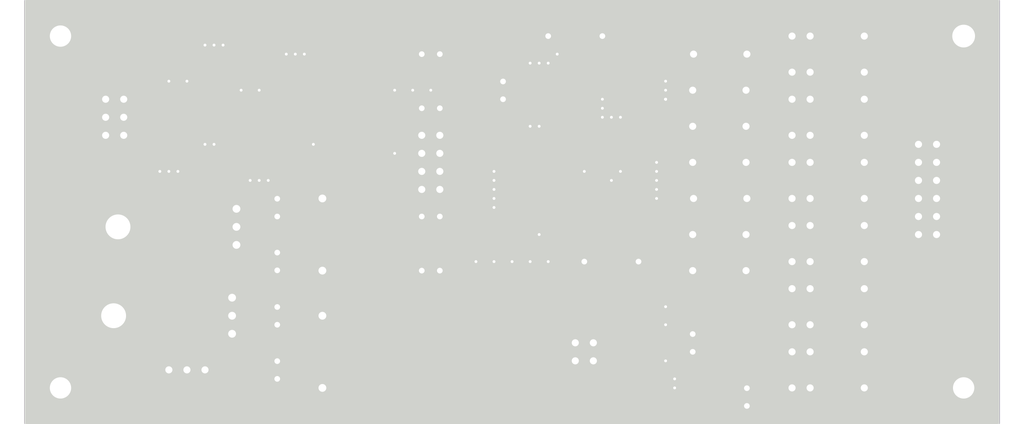
<source format=kicad_pcb>
(kicad_pcb (version 20171130) (host pcbnew 5.1.5+dfsg1-2build2)

  (general
    (thickness 1.6)
    (drawings 0)
    (tracks 550)
    (zones 0)
    (modules 82)
    (nets 54)
  )

  (page A4)
  (layers
    (0 F.Cu signal)
    (31 B.Cu signal)
    (32 B.Adhes user)
    (33 F.Adhes user)
    (34 B.Paste user)
    (35 F.Paste user)
    (36 B.SilkS user)
    (37 F.SilkS user)
    (38 B.Mask user)
    (39 F.Mask user)
    (40 Dwgs.User user)
    (41 Cmts.User user)
    (42 Eco1.User user)
    (43 Eco2.User user)
    (44 Edge.Cuts user)
    (45 Margin user)
    (46 B.CrtYd user)
    (47 F.CrtYd user)
    (48 B.Fab user)
    (49 F.Fab user)
  )

  (setup
    (last_trace_width 0.25)
    (user_trace_width 0.4)
    (trace_clearance 0.2)
    (zone_clearance 0.508)
    (zone_45_only no)
    (trace_min 0.2)
    (via_size 0.8)
    (via_drill 0.4)
    (via_min_size 0.4)
    (via_min_drill 0.3)
    (uvia_size 0.3)
    (uvia_drill 0.1)
    (uvias_allowed no)
    (uvia_min_size 0.2)
    (uvia_min_drill 0.1)
    (edge_width 0.05)
    (segment_width 0.2)
    (pcb_text_width 0.3)
    (pcb_text_size 1.5 1.5)
    (mod_edge_width 0.12)
    (mod_text_size 1 1)
    (mod_text_width 0.15)
    (pad_size 5 5)
    (pad_drill 3.2)
    (pad_to_mask_clearance 0.051)
    (solder_mask_min_width 0.25)
    (aux_axis_origin 0 0)
    (grid_origin 111.76 127)
    (visible_elements FFFFFF7F)
    (pcbplotparams
      (layerselection 0x010fc_ffffffff)
      (usegerberextensions false)
      (usegerberattributes false)
      (usegerberadvancedattributes false)
      (creategerberjobfile false)
      (excludeedgelayer true)
      (linewidth 0.100000)
      (plotframeref false)
      (viasonmask false)
      (mode 1)
      (useauxorigin false)
      (hpglpennumber 1)
      (hpglpenspeed 20)
      (hpglpendiameter 15.000000)
      (psnegative false)
      (psa4output false)
      (plotreference true)
      (plotvalue true)
      (plotinvisibletext false)
      (padsonsilk false)
      (subtractmaskfromsilk false)
      (outputformat 1)
      (mirror false)
      (drillshape 0)
      (scaleselection 1)
      (outputdirectory "Gerber_02/"))
  )

  (net 0 "")
  (net 1 "Net-(J1-Pad6)")
  (net 2 "Net-(J1-Pad4)")
  (net 3 "Net-(J1-Pad2)")
  (net 4 "Net-(R3-Pad2)")
  (net 5 "Net-(R3-Pad1)")
  (net 6 "Net-(U4-Pad2)")
  (net 7 GND)
  (net 8 +5V)
  (net 9 -5V)
  (net 10 "Net-(R4-Pad2)")
  (net 11 "Net-(C5-Pad2)")
  (net 12 "Net-(C5-Pad1)")
  (net 13 "Net-(C6-Pad2)")
  (net 14 "Net-(C6-Pad1)")
  (net 15 "Net-(J2-Pad3)")
  (net 16 "Net-(J3-Pad1)")
  (net 17 "Net-(Q1-Pad1)")
  (net 18 "Net-(Q2-Pad1)")
  (net 19 "Net-(U4-Pad16)")
  (net 20 "Net-(C10-Pad1)")
  (net 21 "Net-(C8-Pad2)")
  (net 22 "Net-(C9-Pad2)")
  (net 23 "Net-(C10-Pad2)")
  (net 24 "Net-(C12-Pad2)")
  (net 25 "Net-(C13-Pad2)")
  (net 26 "Net-(D1-Pad2)")
  (net 27 "Net-(D1-Pad1)")
  (net 28 "Net-(D2-Pad2)")
  (net 29 "Net-(D2-Pad1)")
  (net 30 "Net-(D3-Pad2)")
  (net 31 "Net-(D4-Pad1)")
  (net 32 "Net-(J5-Pad1)")
  (net 33 "Net-(R9-Pad1)")
  (net 34 "Net-(R10-Pad1)")
  (net 35 "Net-(R11-Pad1)")
  (net 36 "Net-(R12-Pad1)")
  (net 37 "Net-(R13-Pad2)")
  (net 38 "Net-(U5-Pad1)")
  (net 39 "Net-(C21-Pad1)")
  (net 40 "Net-(C22-Pad1)")
  (net 41 "Net-(K2-Pad1)")
  (net 42 "Net-(K3-Pad1)")
  (net 43 "Net-(K4-Pad1)")
  (net 44 "Net-(K5-Pad1)")
  (net 45 "Net-(K6-Pad1)")
  (net 46 "Net-(D9-Pad2)")
  (net 47 "Net-(D10-Pad2)")
  (net 48 "Net-(D11-Pad2)")
  (net 49 "Net-(D12-Pad2)")
  (net 50 "Net-(D13-Pad2)")
  (net 51 "Net-(C28-Pad2)")
  (net 52 "Net-(D14-Pad2)")
  (net 53 "Net-(K1-Pad1)")

  (net_class Default "Dies ist die voreingestellte Netzklasse."
    (clearance 0.2)
    (trace_width 0.25)
    (via_dia 0.8)
    (via_drill 0.4)
    (uvia_dia 0.3)
    (uvia_drill 0.1)
    (add_net +5V)
    (add_net -5V)
    (add_net GND)
    (add_net "Net-(C10-Pad1)")
    (add_net "Net-(C10-Pad2)")
    (add_net "Net-(C12-Pad2)")
    (add_net "Net-(C13-Pad2)")
    (add_net "Net-(C21-Pad1)")
    (add_net "Net-(C22-Pad1)")
    (add_net "Net-(C28-Pad2)")
    (add_net "Net-(C5-Pad1)")
    (add_net "Net-(C5-Pad2)")
    (add_net "Net-(C6-Pad1)")
    (add_net "Net-(C6-Pad2)")
    (add_net "Net-(C8-Pad2)")
    (add_net "Net-(C9-Pad2)")
    (add_net "Net-(D1-Pad1)")
    (add_net "Net-(D1-Pad2)")
    (add_net "Net-(D10-Pad2)")
    (add_net "Net-(D11-Pad2)")
    (add_net "Net-(D12-Pad2)")
    (add_net "Net-(D13-Pad2)")
    (add_net "Net-(D14-Pad2)")
    (add_net "Net-(D2-Pad1)")
    (add_net "Net-(D2-Pad2)")
    (add_net "Net-(D3-Pad2)")
    (add_net "Net-(D4-Pad1)")
    (add_net "Net-(D9-Pad2)")
    (add_net "Net-(J1-Pad2)")
    (add_net "Net-(J1-Pad4)")
    (add_net "Net-(J1-Pad6)")
    (add_net "Net-(J2-Pad3)")
    (add_net "Net-(J3-Pad1)")
    (add_net "Net-(J5-Pad1)")
    (add_net "Net-(K1-Pad1)")
    (add_net "Net-(K2-Pad1)")
    (add_net "Net-(K3-Pad1)")
    (add_net "Net-(K4-Pad1)")
    (add_net "Net-(K5-Pad1)")
    (add_net "Net-(K6-Pad1)")
    (add_net "Net-(Q1-Pad1)")
    (add_net "Net-(Q2-Pad1)")
    (add_net "Net-(R10-Pad1)")
    (add_net "Net-(R11-Pad1)")
    (add_net "Net-(R12-Pad1)")
    (add_net "Net-(R13-Pad2)")
    (add_net "Net-(R3-Pad1)")
    (add_net "Net-(R3-Pad2)")
    (add_net "Net-(R4-Pad2)")
    (add_net "Net-(R9-Pad1)")
    (add_net "Net-(U4-Pad16)")
    (add_net "Net-(U4-Pad2)")
    (add_net "Net-(U5-Pad1)")
  )

  (module Connector_PinHeader_2.54mm:PinHeader_2x02_P2.54mm_Vertical (layer F.Cu) (tedit 59FED5CC) (tstamp 6053A287)
    (at 55.88 -36.83)
    (descr "Through hole straight pin header, 2x02, 2.54mm pitch, double rows")
    (tags "Through hole pin header THT 2x02 2.54mm double row")
    (path /607EC57F)
    (fp_text reference J3 (at 1.27 -2.33) (layer F.SilkS)
      (effects (font (size 1 1) (thickness 0.15)))
    )
    (fp_text value Conn_02x02_Odd_Even (at 1.27 4.87) (layer F.Fab)
      (effects (font (size 1 1) (thickness 0.15)))
    )
    (fp_text user %R (at 1.27 1.27 90) (layer F.Fab)
      (effects (font (size 1 1) (thickness 0.15)))
    )
    (fp_line (start 4.35 -1.8) (end -1.8 -1.8) (layer F.CrtYd) (width 0.05))
    (fp_line (start 4.35 4.35) (end 4.35 -1.8) (layer F.CrtYd) (width 0.05))
    (fp_line (start -1.8 4.35) (end 4.35 4.35) (layer F.CrtYd) (width 0.05))
    (fp_line (start -1.8 -1.8) (end -1.8 4.35) (layer F.CrtYd) (width 0.05))
    (fp_line (start -1.33 -1.33) (end 0 -1.33) (layer F.SilkS) (width 0.12))
    (fp_line (start -1.33 0) (end -1.33 -1.33) (layer F.SilkS) (width 0.12))
    (fp_line (start 1.27 -1.33) (end 3.87 -1.33) (layer F.SilkS) (width 0.12))
    (fp_line (start 1.27 1.27) (end 1.27 -1.33) (layer F.SilkS) (width 0.12))
    (fp_line (start -1.33 1.27) (end 1.27 1.27) (layer F.SilkS) (width 0.12))
    (fp_line (start 3.87 -1.33) (end 3.87 3.87) (layer F.SilkS) (width 0.12))
    (fp_line (start -1.33 1.27) (end -1.33 3.87) (layer F.SilkS) (width 0.12))
    (fp_line (start -1.33 3.87) (end 3.87 3.87) (layer F.SilkS) (width 0.12))
    (fp_line (start -1.27 0) (end 0 -1.27) (layer F.Fab) (width 0.1))
    (fp_line (start -1.27 3.81) (end -1.27 0) (layer F.Fab) (width 0.1))
    (fp_line (start 3.81 3.81) (end -1.27 3.81) (layer F.Fab) (width 0.1))
    (fp_line (start 3.81 -1.27) (end 3.81 3.81) (layer F.Fab) (width 0.1))
    (fp_line (start 0 -1.27) (end 3.81 -1.27) (layer F.Fab) (width 0.1))
    (pad 4 thru_hole oval (at 2.54 2.54) (size 1.7 1.7) (drill 1) (layers *.Cu *.Mask)
      (net 7 GND))
    (pad 3 thru_hole oval (at 0 2.54) (size 1.7 1.7) (drill 1) (layers *.Cu *.Mask)
      (net 9 -5V))
    (pad 2 thru_hole oval (at 2.54 0) (size 1.7 1.7) (drill 1) (layers *.Cu *.Mask)
      (net 7 GND))
    (pad 1 thru_hole rect (at 0 0) (size 1.7 1.7) (drill 1) (layers *.Cu *.Mask)
      (net 16 "Net-(J3-Pad1)"))
    (model ${KISYS3DMOD}/Connector_PinHeader_2.54mm.3dshapes/PinHeader_2x02_P2.54mm_Vertical.wrl
      (at (xyz 0 0 0))
      (scale (xyz 1 1 1))
      (rotate (xyz 0 0 0))
    )
  )

  (module Relay_THT:Relay_SPDT_Omron_G5V-1 (layer F.Cu) (tedit 5A57D9C3) (tstamp 6056267A)
    (at 107.95 -50.8 90)
    (descr "Relay Omron G5V-1, see http://omronfs.omron.com/en_US/ecb/products/pdf/en-g5v_1.pdf")
    (tags "Relay Omron G5V-1")
    (path /60970B40)
    (fp_text reference K6 (at 2.5 -2.2 90) (layer F.SilkS)
      (effects (font (size 1 1) (thickness 0.15)))
    )
    (fp_text value G5V-1 (at 2.5 12.5 90) (layer F.Fab)
      (effects (font (size 1 1) (thickness 0.15)))
    )
    (fp_line (start 6.45 11.45) (end -1.45 11.45) (layer F.CrtYd) (width 0.05))
    (fp_line (start 6.45 11.45) (end 6.45 -1.35) (layer F.CrtYd) (width 0.05))
    (fp_line (start -1.45 -1.35) (end -1.45 11.45) (layer F.CrtYd) (width 0.05))
    (fp_line (start -1.45 -1.35) (end 6.45 -1.35) (layer F.CrtYd) (width 0.05))
    (fp_line (start 3.327 3.81) (end 3.327 4.826) (layer F.SilkS) (width 0.12))
    (fp_line (start 1.422 4.826) (end 3.327 4.826) (layer F.SilkS) (width 0.12))
    (fp_line (start 1.422 3.81) (end 1.422 4.826) (layer F.SilkS) (width 0.12))
    (fp_line (start 3.327 3.81) (end 1.422 3.81) (layer F.SilkS) (width 0.12))
    (fp_line (start 3.962 4.318) (end 3.327 4.318) (layer F.SilkS) (width 0.12))
    (fp_line (start 3.962 3.683) (end 3.962 4.318) (layer F.SilkS) (width 0.12))
    (fp_line (start 0.762 4.318) (end 1.422 4.318) (layer F.SilkS) (width 0.12))
    (fp_line (start 0.762 3.683) (end 0.762 4.318) (layer F.SilkS) (width 0.12))
    (fp_line (start 2.946 3.81) (end 2.311 4.826) (layer F.SilkS) (width 0.12))
    (fp_line (start -0.1 -1.1) (end 6.2 -1.1) (layer F.Fab) (width 0.12))
    (fp_line (start 6.2 -1.1) (end 6.2 11.2) (layer F.Fab) (width 0.12))
    (fp_line (start 6.2 11.2) (end -1.2 11.2) (layer F.Fab) (width 0.12))
    (fp_line (start -1.2 11.2) (end -1.2 -0.1) (layer F.Fab) (width 0.12))
    (fp_line (start -1.2 -0.1) (end -0.1 -1.1) (layer F.Fab) (width 0.12))
    (fp_line (start -1.4 -1.3) (end 6.4 -1.3) (layer F.SilkS) (width 0.12))
    (fp_line (start 6.4 -1.3) (end 6.4 11.4) (layer F.SilkS) (width 0.12))
    (fp_line (start 6.4 11.4) (end -1.4 11.4) (layer F.SilkS) (width 0.12))
    (fp_line (start -1.4 11.4) (end -1.4 -1.3) (layer F.SilkS) (width 0.12))
    (fp_line (start -1.6 0.6) (end -1.6 -1.5) (layer F.SilkS) (width 0.12))
    (fp_line (start -1.6 -1.5) (end 0.6 -1.5) (layer F.SilkS) (width 0.12))
    (fp_text user %R (at 2.54 6.35 90) (layer F.Fab)
      (effects (font (size 1 1) (thickness 0.15)))
    )
    (pad 5 thru_hole circle (at 0 10.16 90) (size 2 2) (drill 1) (layers *.Cu *.Mask)
      (net 7 GND))
    (pad 6 thru_hole circle (at 5.08 10.16 90) (size 2 2) (drill 1) (layers *.Cu *.Mask)
      (net 7 GND))
    (pad 2 thru_hole circle (at 0 2.54 90) (size 2 2) (drill 1) (layers *.Cu *.Mask)
      (net 50 "Net-(D13-Pad2)"))
    (pad 1 thru_hole rect (at 0 0 90) (size 2 2) (drill 1) (layers *.Cu *.Mask)
      (net 45 "Net-(K6-Pad1)"))
    (pad 9 thru_hole circle (at 5.08 2.54 90) (size 2 2) (drill 1) (layers *.Cu *.Mask)
      (net 8 +5V))
    (pad 10 thru_hole circle (at 5.08 0 90) (size 2 2) (drill 1) (layers *.Cu *.Mask)
      (net 51 "Net-(C28-Pad2)"))
    (model ${KISYS3DMOD}/Relay_THT.3dshapes/Relay_SPDT_Omron_G5V-1.wrl
      (at (xyz 0 0 0))
      (scale (xyz 1 1 1))
      (rotate (xyz 0 0 0))
    )
  )

  (module Capacitor_SMD:C_1206_3216Metric_Pad1.42x1.75mm_HandSolder (layer F.Cu) (tedit 5B301BBE) (tstamp 60557E35)
    (at 104.14 -5.08 270)
    (descr "Capacitor SMD 1206 (3216 Metric), square (rectangular) end terminal, IPC_7351 nominal with elongated pad for handsoldering. (Body size source: http://www.tortai-tech.com/upload/download/2011102023233369053.pdf), generated with kicad-footprint-generator")
    (tags "capacitor handsolder")
    (path /60942391)
    (attr smd)
    (fp_text reference C29 (at 0 -1.82 90) (layer F.SilkS)
      (effects (font (size 1 1) (thickness 0.15)))
    )
    (fp_text value 100n (at 0 1.82 90) (layer F.Fab)
      (effects (font (size 1 1) (thickness 0.15)))
    )
    (fp_text user %R (at 0 0 90) (layer F.Fab)
      (effects (font (size 0.8 0.8) (thickness 0.12)))
    )
    (fp_line (start 2.45 1.12) (end -2.45 1.12) (layer F.CrtYd) (width 0.05))
    (fp_line (start 2.45 -1.12) (end 2.45 1.12) (layer F.CrtYd) (width 0.05))
    (fp_line (start -2.45 -1.12) (end 2.45 -1.12) (layer F.CrtYd) (width 0.05))
    (fp_line (start -2.45 1.12) (end -2.45 -1.12) (layer F.CrtYd) (width 0.05))
    (fp_line (start -0.602064 0.91) (end 0.602064 0.91) (layer F.SilkS) (width 0.12))
    (fp_line (start -0.602064 -0.91) (end 0.602064 -0.91) (layer F.SilkS) (width 0.12))
    (fp_line (start 1.6 0.8) (end -1.6 0.8) (layer F.Fab) (width 0.1))
    (fp_line (start 1.6 -0.8) (end 1.6 0.8) (layer F.Fab) (width 0.1))
    (fp_line (start -1.6 -0.8) (end 1.6 -0.8) (layer F.Fab) (width 0.1))
    (fp_line (start -1.6 0.8) (end -1.6 -0.8) (layer F.Fab) (width 0.1))
    (pad 2 smd roundrect (at 1.27 0 90) (size 1.425 1.75) (layers F.Cu F.Paste F.Mask) (roundrect_rratio 0.175439)
      (net 8 +5V))
    (pad 1 smd roundrect (at -1.4875 0 90) (size 1.425 1.75) (layers F.Cu F.Paste F.Mask) (roundrect_rratio 0.175439)
      (net 7 GND))
    (model ${KISYS3DMOD}/Capacitor_SMD.3dshapes/C_1206_3216Metric.wrl
      (at (xyz 0 0 0))
      (scale (xyz 1 1 1))
      (rotate (xyz 0 0 0))
    )
  )

  (module Capacitor_THT:CP_Radial_D6.3mm_P2.50mm (layer F.Cu) (tedit 5AE50EF0) (tstamp 60550D94)
    (at 35.56 -7.62 90)
    (descr "CP, Radial series, Radial, pin pitch=2.50mm, , diameter=6.3mm, Electrolytic Capacitor")
    (tags "CP Radial series Radial pin pitch 2.50mm  diameter 6.3mm Electrolytic Capacitor")
    (path /61354385)
    (fp_text reference C22 (at 1.25 -4.4 90) (layer F.SilkS)
      (effects (font (size 1 1) (thickness 0.15)))
    )
    (fp_text value 1u (at 1.25 4.4 90) (layer F.Fab)
      (effects (font (size 1 1) (thickness 0.15)))
    )
    (fp_text user %R (at 1.25 0 90) (layer F.Fab)
      (effects (font (size 1 1) (thickness 0.15)))
    )
    (fp_line (start -1.935241 -2.154) (end -1.935241 -1.524) (layer F.SilkS) (width 0.12))
    (fp_line (start -2.250241 -1.839) (end -1.620241 -1.839) (layer F.SilkS) (width 0.12))
    (fp_line (start 4.491 -0.402) (end 4.491 0.402) (layer F.SilkS) (width 0.12))
    (fp_line (start 4.451 -0.633) (end 4.451 0.633) (layer F.SilkS) (width 0.12))
    (fp_line (start 4.411 -0.802) (end 4.411 0.802) (layer F.SilkS) (width 0.12))
    (fp_line (start 4.371 -0.94) (end 4.371 0.94) (layer F.SilkS) (width 0.12))
    (fp_line (start 4.331 -1.059) (end 4.331 1.059) (layer F.SilkS) (width 0.12))
    (fp_line (start 4.291 -1.165) (end 4.291 1.165) (layer F.SilkS) (width 0.12))
    (fp_line (start 4.251 -1.262) (end 4.251 1.262) (layer F.SilkS) (width 0.12))
    (fp_line (start 4.211 -1.35) (end 4.211 1.35) (layer F.SilkS) (width 0.12))
    (fp_line (start 4.171 -1.432) (end 4.171 1.432) (layer F.SilkS) (width 0.12))
    (fp_line (start 4.131 -1.509) (end 4.131 1.509) (layer F.SilkS) (width 0.12))
    (fp_line (start 4.091 -1.581) (end 4.091 1.581) (layer F.SilkS) (width 0.12))
    (fp_line (start 4.051 -1.65) (end 4.051 1.65) (layer F.SilkS) (width 0.12))
    (fp_line (start 4.011 -1.714) (end 4.011 1.714) (layer F.SilkS) (width 0.12))
    (fp_line (start 3.971 -1.776) (end 3.971 1.776) (layer F.SilkS) (width 0.12))
    (fp_line (start 3.931 -1.834) (end 3.931 1.834) (layer F.SilkS) (width 0.12))
    (fp_line (start 3.891 -1.89) (end 3.891 1.89) (layer F.SilkS) (width 0.12))
    (fp_line (start 3.851 -1.944) (end 3.851 1.944) (layer F.SilkS) (width 0.12))
    (fp_line (start 3.811 -1.995) (end 3.811 1.995) (layer F.SilkS) (width 0.12))
    (fp_line (start 3.771 -2.044) (end 3.771 2.044) (layer F.SilkS) (width 0.12))
    (fp_line (start 3.731 -2.092) (end 3.731 2.092) (layer F.SilkS) (width 0.12))
    (fp_line (start 3.691 -2.137) (end 3.691 2.137) (layer F.SilkS) (width 0.12))
    (fp_line (start 3.651 -2.182) (end 3.651 2.182) (layer F.SilkS) (width 0.12))
    (fp_line (start 3.611 -2.224) (end 3.611 2.224) (layer F.SilkS) (width 0.12))
    (fp_line (start 3.571 -2.265) (end 3.571 2.265) (layer F.SilkS) (width 0.12))
    (fp_line (start 3.531 1.04) (end 3.531 2.305) (layer F.SilkS) (width 0.12))
    (fp_line (start 3.531 -2.305) (end 3.531 -1.04) (layer F.SilkS) (width 0.12))
    (fp_line (start 3.491 1.04) (end 3.491 2.343) (layer F.SilkS) (width 0.12))
    (fp_line (start 3.491 -2.343) (end 3.491 -1.04) (layer F.SilkS) (width 0.12))
    (fp_line (start 3.451 1.04) (end 3.451 2.38) (layer F.SilkS) (width 0.12))
    (fp_line (start 3.451 -2.38) (end 3.451 -1.04) (layer F.SilkS) (width 0.12))
    (fp_line (start 3.411 1.04) (end 3.411 2.416) (layer F.SilkS) (width 0.12))
    (fp_line (start 3.411 -2.416) (end 3.411 -1.04) (layer F.SilkS) (width 0.12))
    (fp_line (start 3.371 1.04) (end 3.371 2.45) (layer F.SilkS) (width 0.12))
    (fp_line (start 3.371 -2.45) (end 3.371 -1.04) (layer F.SilkS) (width 0.12))
    (fp_line (start 3.331 1.04) (end 3.331 2.484) (layer F.SilkS) (width 0.12))
    (fp_line (start 3.331 -2.484) (end 3.331 -1.04) (layer F.SilkS) (width 0.12))
    (fp_line (start 3.291 1.04) (end 3.291 2.516) (layer F.SilkS) (width 0.12))
    (fp_line (start 3.291 -2.516) (end 3.291 -1.04) (layer F.SilkS) (width 0.12))
    (fp_line (start 3.251 1.04) (end 3.251 2.548) (layer F.SilkS) (width 0.12))
    (fp_line (start 3.251 -2.548) (end 3.251 -1.04) (layer F.SilkS) (width 0.12))
    (fp_line (start 3.211 1.04) (end 3.211 2.578) (layer F.SilkS) (width 0.12))
    (fp_line (start 3.211 -2.578) (end 3.211 -1.04) (layer F.SilkS) (width 0.12))
    (fp_line (start 3.171 1.04) (end 3.171 2.607) (layer F.SilkS) (width 0.12))
    (fp_line (start 3.171 -2.607) (end 3.171 -1.04) (layer F.SilkS) (width 0.12))
    (fp_line (start 3.131 1.04) (end 3.131 2.636) (layer F.SilkS) (width 0.12))
    (fp_line (start 3.131 -2.636) (end 3.131 -1.04) (layer F.SilkS) (width 0.12))
    (fp_line (start 3.091 1.04) (end 3.091 2.664) (layer F.SilkS) (width 0.12))
    (fp_line (start 3.091 -2.664) (end 3.091 -1.04) (layer F.SilkS) (width 0.12))
    (fp_line (start 3.051 1.04) (end 3.051 2.69) (layer F.SilkS) (width 0.12))
    (fp_line (start 3.051 -2.69) (end 3.051 -1.04) (layer F.SilkS) (width 0.12))
    (fp_line (start 3.011 1.04) (end 3.011 2.716) (layer F.SilkS) (width 0.12))
    (fp_line (start 3.011 -2.716) (end 3.011 -1.04) (layer F.SilkS) (width 0.12))
    (fp_line (start 2.971 1.04) (end 2.971 2.742) (layer F.SilkS) (width 0.12))
    (fp_line (start 2.971 -2.742) (end 2.971 -1.04) (layer F.SilkS) (width 0.12))
    (fp_line (start 2.931 1.04) (end 2.931 2.766) (layer F.SilkS) (width 0.12))
    (fp_line (start 2.931 -2.766) (end 2.931 -1.04) (layer F.SilkS) (width 0.12))
    (fp_line (start 2.891 1.04) (end 2.891 2.79) (layer F.SilkS) (width 0.12))
    (fp_line (start 2.891 -2.79) (end 2.891 -1.04) (layer F.SilkS) (width 0.12))
    (fp_line (start 2.851 1.04) (end 2.851 2.812) (layer F.SilkS) (width 0.12))
    (fp_line (start 2.851 -2.812) (end 2.851 -1.04) (layer F.SilkS) (width 0.12))
    (fp_line (start 2.811 1.04) (end 2.811 2.834) (layer F.SilkS) (width 0.12))
    (fp_line (start 2.811 -2.834) (end 2.811 -1.04) (layer F.SilkS) (width 0.12))
    (fp_line (start 2.771 1.04) (end 2.771 2.856) (layer F.SilkS) (width 0.12))
    (fp_line (start 2.771 -2.856) (end 2.771 -1.04) (layer F.SilkS) (width 0.12))
    (fp_line (start 2.731 1.04) (end 2.731 2.876) (layer F.SilkS) (width 0.12))
    (fp_line (start 2.731 -2.876) (end 2.731 -1.04) (layer F.SilkS) (width 0.12))
    (fp_line (start 2.691 1.04) (end 2.691 2.896) (layer F.SilkS) (width 0.12))
    (fp_line (start 2.691 -2.896) (end 2.691 -1.04) (layer F.SilkS) (width 0.12))
    (fp_line (start 2.651 1.04) (end 2.651 2.916) (layer F.SilkS) (width 0.12))
    (fp_line (start 2.651 -2.916) (end 2.651 -1.04) (layer F.SilkS) (width 0.12))
    (fp_line (start 2.611 1.04) (end 2.611 2.934) (layer F.SilkS) (width 0.12))
    (fp_line (start 2.611 -2.934) (end 2.611 -1.04) (layer F.SilkS) (width 0.12))
    (fp_line (start 2.571 1.04) (end 2.571 2.952) (layer F.SilkS) (width 0.12))
    (fp_line (start 2.571 -2.952) (end 2.571 -1.04) (layer F.SilkS) (width 0.12))
    (fp_line (start 2.531 1.04) (end 2.531 2.97) (layer F.SilkS) (width 0.12))
    (fp_line (start 2.531 -2.97) (end 2.531 -1.04) (layer F.SilkS) (width 0.12))
    (fp_line (start 2.491 1.04) (end 2.491 2.986) (layer F.SilkS) (width 0.12))
    (fp_line (start 2.491 -2.986) (end 2.491 -1.04) (layer F.SilkS) (width 0.12))
    (fp_line (start 2.451 1.04) (end 2.451 3.002) (layer F.SilkS) (width 0.12))
    (fp_line (start 2.451 -3.002) (end 2.451 -1.04) (layer F.SilkS) (width 0.12))
    (fp_line (start 2.411 1.04) (end 2.411 3.018) (layer F.SilkS) (width 0.12))
    (fp_line (start 2.411 -3.018) (end 2.411 -1.04) (layer F.SilkS) (width 0.12))
    (fp_line (start 2.371 1.04) (end 2.371 3.033) (layer F.SilkS) (width 0.12))
    (fp_line (start 2.371 -3.033) (end 2.371 -1.04) (layer F.SilkS) (width 0.12))
    (fp_line (start 2.331 1.04) (end 2.331 3.047) (layer F.SilkS) (width 0.12))
    (fp_line (start 2.331 -3.047) (end 2.331 -1.04) (layer F.SilkS) (width 0.12))
    (fp_line (start 2.291 1.04) (end 2.291 3.061) (layer F.SilkS) (width 0.12))
    (fp_line (start 2.291 -3.061) (end 2.291 -1.04) (layer F.SilkS) (width 0.12))
    (fp_line (start 2.251 1.04) (end 2.251 3.074) (layer F.SilkS) (width 0.12))
    (fp_line (start 2.251 -3.074) (end 2.251 -1.04) (layer F.SilkS) (width 0.12))
    (fp_line (start 2.211 1.04) (end 2.211 3.086) (layer F.SilkS) (width 0.12))
    (fp_line (start 2.211 -3.086) (end 2.211 -1.04) (layer F.SilkS) (width 0.12))
    (fp_line (start 2.171 1.04) (end 2.171 3.098) (layer F.SilkS) (width 0.12))
    (fp_line (start 2.171 -3.098) (end 2.171 -1.04) (layer F.SilkS) (width 0.12))
    (fp_line (start 2.131 1.04) (end 2.131 3.11) (layer F.SilkS) (width 0.12))
    (fp_line (start 2.131 -3.11) (end 2.131 -1.04) (layer F.SilkS) (width 0.12))
    (fp_line (start 2.091 1.04) (end 2.091 3.121) (layer F.SilkS) (width 0.12))
    (fp_line (start 2.091 -3.121) (end 2.091 -1.04) (layer F.SilkS) (width 0.12))
    (fp_line (start 2.051 1.04) (end 2.051 3.131) (layer F.SilkS) (width 0.12))
    (fp_line (start 2.051 -3.131) (end 2.051 -1.04) (layer F.SilkS) (width 0.12))
    (fp_line (start 2.011 1.04) (end 2.011 3.141) (layer F.SilkS) (width 0.12))
    (fp_line (start 2.011 -3.141) (end 2.011 -1.04) (layer F.SilkS) (width 0.12))
    (fp_line (start 1.971 1.04) (end 1.971 3.15) (layer F.SilkS) (width 0.12))
    (fp_line (start 1.971 -3.15) (end 1.971 -1.04) (layer F.SilkS) (width 0.12))
    (fp_line (start 1.93 1.04) (end 1.93 3.159) (layer F.SilkS) (width 0.12))
    (fp_line (start 1.93 -3.159) (end 1.93 -1.04) (layer F.SilkS) (width 0.12))
    (fp_line (start 1.89 1.04) (end 1.89 3.167) (layer F.SilkS) (width 0.12))
    (fp_line (start 1.89 -3.167) (end 1.89 -1.04) (layer F.SilkS) (width 0.12))
    (fp_line (start 1.85 1.04) (end 1.85 3.175) (layer F.SilkS) (width 0.12))
    (fp_line (start 1.85 -3.175) (end 1.85 -1.04) (layer F.SilkS) (width 0.12))
    (fp_line (start 1.81 1.04) (end 1.81 3.182) (layer F.SilkS) (width 0.12))
    (fp_line (start 1.81 -3.182) (end 1.81 -1.04) (layer F.SilkS) (width 0.12))
    (fp_line (start 1.77 1.04) (end 1.77 3.189) (layer F.SilkS) (width 0.12))
    (fp_line (start 1.77 -3.189) (end 1.77 -1.04) (layer F.SilkS) (width 0.12))
    (fp_line (start 1.73 1.04) (end 1.73 3.195) (layer F.SilkS) (width 0.12))
    (fp_line (start 1.73 -3.195) (end 1.73 -1.04) (layer F.SilkS) (width 0.12))
    (fp_line (start 1.69 1.04) (end 1.69 3.201) (layer F.SilkS) (width 0.12))
    (fp_line (start 1.69 -3.201) (end 1.69 -1.04) (layer F.SilkS) (width 0.12))
    (fp_line (start 1.65 1.04) (end 1.65 3.206) (layer F.SilkS) (width 0.12))
    (fp_line (start 1.65 -3.206) (end 1.65 -1.04) (layer F.SilkS) (width 0.12))
    (fp_line (start 1.61 1.04) (end 1.61 3.211) (layer F.SilkS) (width 0.12))
    (fp_line (start 1.61 -3.211) (end 1.61 -1.04) (layer F.SilkS) (width 0.12))
    (fp_line (start 1.57 1.04) (end 1.57 3.215) (layer F.SilkS) (width 0.12))
    (fp_line (start 1.57 -3.215) (end 1.57 -1.04) (layer F.SilkS) (width 0.12))
    (fp_line (start 1.53 1.04) (end 1.53 3.218) (layer F.SilkS) (width 0.12))
    (fp_line (start 1.53 -3.218) (end 1.53 -1.04) (layer F.SilkS) (width 0.12))
    (fp_line (start 1.49 1.04) (end 1.49 3.222) (layer F.SilkS) (width 0.12))
    (fp_line (start 1.49 -3.222) (end 1.49 -1.04) (layer F.SilkS) (width 0.12))
    (fp_line (start 1.45 -3.224) (end 1.45 3.224) (layer F.SilkS) (width 0.12))
    (fp_line (start 1.41 -3.227) (end 1.41 3.227) (layer F.SilkS) (width 0.12))
    (fp_line (start 1.37 -3.228) (end 1.37 3.228) (layer F.SilkS) (width 0.12))
    (fp_line (start 1.33 -3.23) (end 1.33 3.23) (layer F.SilkS) (width 0.12))
    (fp_line (start 1.29 -3.23) (end 1.29 3.23) (layer F.SilkS) (width 0.12))
    (fp_line (start 1.25 -3.23) (end 1.25 3.23) (layer F.SilkS) (width 0.12))
    (fp_line (start -1.128972 -1.6885) (end -1.128972 -1.0585) (layer F.Fab) (width 0.1))
    (fp_line (start -1.443972 -1.3735) (end -0.813972 -1.3735) (layer F.Fab) (width 0.1))
    (fp_circle (center 1.25 0) (end 4.65 0) (layer F.CrtYd) (width 0.05))
    (fp_circle (center 1.25 0) (end 4.52 0) (layer F.SilkS) (width 0.12))
    (fp_circle (center 1.25 0) (end 4.4 0) (layer F.Fab) (width 0.1))
    (pad 2 thru_hole circle (at 2.5 0 90) (size 1.6 1.6) (drill 0.8) (layers *.Cu *.Mask)
      (net 7 GND))
    (pad 1 thru_hole rect (at 0 0 90) (size 1.6 1.6) (drill 0.8) (layers *.Cu *.Mask)
      (net 40 "Net-(C22-Pad1)"))
    (model ${KISYS3DMOD}/Capacitor_THT.3dshapes/CP_Radial_D6.3mm_P2.50mm.wrl
      (at (xyz 0 0 0))
      (scale (xyz 1 1 1))
      (rotate (xyz 0 0 0))
    )
  )

  (module Capacitor_THT:CP_Radial_D6.3mm_P2.50mm (layer F.Cu) (tedit 5AE50EF0) (tstamp 60550E28)
    (at 35.56 -32.98 270)
    (descr "CP, Radial series, Radial, pin pitch=2.50mm, , diameter=6.3mm, Electrolytic Capacitor")
    (tags "CP Radial series Radial pin pitch 2.50mm  diameter 6.3mm Electrolytic Capacitor")
    (path /61345B6A)
    (fp_text reference C23 (at 1.25 -4.4 90) (layer F.SilkS)
      (effects (font (size 1 1) (thickness 0.15)))
    )
    (fp_text value 10u (at 1.25 4.4 90) (layer F.Fab)
      (effects (font (size 1 1) (thickness 0.15)))
    )
    (fp_text user %R (at 1.25 0 90) (layer F.Fab)
      (effects (font (size 1 1) (thickness 0.15)))
    )
    (fp_line (start -1.935241 -2.154) (end -1.935241 -1.524) (layer F.SilkS) (width 0.12))
    (fp_line (start -2.250241 -1.839) (end -1.620241 -1.839) (layer F.SilkS) (width 0.12))
    (fp_line (start 4.491 -0.402) (end 4.491 0.402) (layer F.SilkS) (width 0.12))
    (fp_line (start 4.451 -0.633) (end 4.451 0.633) (layer F.SilkS) (width 0.12))
    (fp_line (start 4.411 -0.802) (end 4.411 0.802) (layer F.SilkS) (width 0.12))
    (fp_line (start 4.371 -0.94) (end 4.371 0.94) (layer F.SilkS) (width 0.12))
    (fp_line (start 4.331 -1.059) (end 4.331 1.059) (layer F.SilkS) (width 0.12))
    (fp_line (start 4.291 -1.165) (end 4.291 1.165) (layer F.SilkS) (width 0.12))
    (fp_line (start 4.251 -1.262) (end 4.251 1.262) (layer F.SilkS) (width 0.12))
    (fp_line (start 4.211 -1.35) (end 4.211 1.35) (layer F.SilkS) (width 0.12))
    (fp_line (start 4.171 -1.432) (end 4.171 1.432) (layer F.SilkS) (width 0.12))
    (fp_line (start 4.131 -1.509) (end 4.131 1.509) (layer F.SilkS) (width 0.12))
    (fp_line (start 4.091 -1.581) (end 4.091 1.581) (layer F.SilkS) (width 0.12))
    (fp_line (start 4.051 -1.65) (end 4.051 1.65) (layer F.SilkS) (width 0.12))
    (fp_line (start 4.011 -1.714) (end 4.011 1.714) (layer F.SilkS) (width 0.12))
    (fp_line (start 3.971 -1.776) (end 3.971 1.776) (layer F.SilkS) (width 0.12))
    (fp_line (start 3.931 -1.834) (end 3.931 1.834) (layer F.SilkS) (width 0.12))
    (fp_line (start 3.891 -1.89) (end 3.891 1.89) (layer F.SilkS) (width 0.12))
    (fp_line (start 3.851 -1.944) (end 3.851 1.944) (layer F.SilkS) (width 0.12))
    (fp_line (start 3.811 -1.995) (end 3.811 1.995) (layer F.SilkS) (width 0.12))
    (fp_line (start 3.771 -2.044) (end 3.771 2.044) (layer F.SilkS) (width 0.12))
    (fp_line (start 3.731 -2.092) (end 3.731 2.092) (layer F.SilkS) (width 0.12))
    (fp_line (start 3.691 -2.137) (end 3.691 2.137) (layer F.SilkS) (width 0.12))
    (fp_line (start 3.651 -2.182) (end 3.651 2.182) (layer F.SilkS) (width 0.12))
    (fp_line (start 3.611 -2.224) (end 3.611 2.224) (layer F.SilkS) (width 0.12))
    (fp_line (start 3.571 -2.265) (end 3.571 2.265) (layer F.SilkS) (width 0.12))
    (fp_line (start 3.531 1.04) (end 3.531 2.305) (layer F.SilkS) (width 0.12))
    (fp_line (start 3.531 -2.305) (end 3.531 -1.04) (layer F.SilkS) (width 0.12))
    (fp_line (start 3.491 1.04) (end 3.491 2.343) (layer F.SilkS) (width 0.12))
    (fp_line (start 3.491 -2.343) (end 3.491 -1.04) (layer F.SilkS) (width 0.12))
    (fp_line (start 3.451 1.04) (end 3.451 2.38) (layer F.SilkS) (width 0.12))
    (fp_line (start 3.451 -2.38) (end 3.451 -1.04) (layer F.SilkS) (width 0.12))
    (fp_line (start 3.411 1.04) (end 3.411 2.416) (layer F.SilkS) (width 0.12))
    (fp_line (start 3.411 -2.416) (end 3.411 -1.04) (layer F.SilkS) (width 0.12))
    (fp_line (start 3.371 1.04) (end 3.371 2.45) (layer F.SilkS) (width 0.12))
    (fp_line (start 3.371 -2.45) (end 3.371 -1.04) (layer F.SilkS) (width 0.12))
    (fp_line (start 3.331 1.04) (end 3.331 2.484) (layer F.SilkS) (width 0.12))
    (fp_line (start 3.331 -2.484) (end 3.331 -1.04) (layer F.SilkS) (width 0.12))
    (fp_line (start 3.291 1.04) (end 3.291 2.516) (layer F.SilkS) (width 0.12))
    (fp_line (start 3.291 -2.516) (end 3.291 -1.04) (layer F.SilkS) (width 0.12))
    (fp_line (start 3.251 1.04) (end 3.251 2.548) (layer F.SilkS) (width 0.12))
    (fp_line (start 3.251 -2.548) (end 3.251 -1.04) (layer F.SilkS) (width 0.12))
    (fp_line (start 3.211 1.04) (end 3.211 2.578) (layer F.SilkS) (width 0.12))
    (fp_line (start 3.211 -2.578) (end 3.211 -1.04) (layer F.SilkS) (width 0.12))
    (fp_line (start 3.171 1.04) (end 3.171 2.607) (layer F.SilkS) (width 0.12))
    (fp_line (start 3.171 -2.607) (end 3.171 -1.04) (layer F.SilkS) (width 0.12))
    (fp_line (start 3.131 1.04) (end 3.131 2.636) (layer F.SilkS) (width 0.12))
    (fp_line (start 3.131 -2.636) (end 3.131 -1.04) (layer F.SilkS) (width 0.12))
    (fp_line (start 3.091 1.04) (end 3.091 2.664) (layer F.SilkS) (width 0.12))
    (fp_line (start 3.091 -2.664) (end 3.091 -1.04) (layer F.SilkS) (width 0.12))
    (fp_line (start 3.051 1.04) (end 3.051 2.69) (layer F.SilkS) (width 0.12))
    (fp_line (start 3.051 -2.69) (end 3.051 -1.04) (layer F.SilkS) (width 0.12))
    (fp_line (start 3.011 1.04) (end 3.011 2.716) (layer F.SilkS) (width 0.12))
    (fp_line (start 3.011 -2.716) (end 3.011 -1.04) (layer F.SilkS) (width 0.12))
    (fp_line (start 2.971 1.04) (end 2.971 2.742) (layer F.SilkS) (width 0.12))
    (fp_line (start 2.971 -2.742) (end 2.971 -1.04) (layer F.SilkS) (width 0.12))
    (fp_line (start 2.931 1.04) (end 2.931 2.766) (layer F.SilkS) (width 0.12))
    (fp_line (start 2.931 -2.766) (end 2.931 -1.04) (layer F.SilkS) (width 0.12))
    (fp_line (start 2.891 1.04) (end 2.891 2.79) (layer F.SilkS) (width 0.12))
    (fp_line (start 2.891 -2.79) (end 2.891 -1.04) (layer F.SilkS) (width 0.12))
    (fp_line (start 2.851 1.04) (end 2.851 2.812) (layer F.SilkS) (width 0.12))
    (fp_line (start 2.851 -2.812) (end 2.851 -1.04) (layer F.SilkS) (width 0.12))
    (fp_line (start 2.811 1.04) (end 2.811 2.834) (layer F.SilkS) (width 0.12))
    (fp_line (start 2.811 -2.834) (end 2.811 -1.04) (layer F.SilkS) (width 0.12))
    (fp_line (start 2.771 1.04) (end 2.771 2.856) (layer F.SilkS) (width 0.12))
    (fp_line (start 2.771 -2.856) (end 2.771 -1.04) (layer F.SilkS) (width 0.12))
    (fp_line (start 2.731 1.04) (end 2.731 2.876) (layer F.SilkS) (width 0.12))
    (fp_line (start 2.731 -2.876) (end 2.731 -1.04) (layer F.SilkS) (width 0.12))
    (fp_line (start 2.691 1.04) (end 2.691 2.896) (layer F.SilkS) (width 0.12))
    (fp_line (start 2.691 -2.896) (end 2.691 -1.04) (layer F.SilkS) (width 0.12))
    (fp_line (start 2.651 1.04) (end 2.651 2.916) (layer F.SilkS) (width 0.12))
    (fp_line (start 2.651 -2.916) (end 2.651 -1.04) (layer F.SilkS) (width 0.12))
    (fp_line (start 2.611 1.04) (end 2.611 2.934) (layer F.SilkS) (width 0.12))
    (fp_line (start 2.611 -2.934) (end 2.611 -1.04) (layer F.SilkS) (width 0.12))
    (fp_line (start 2.571 1.04) (end 2.571 2.952) (layer F.SilkS) (width 0.12))
    (fp_line (start 2.571 -2.952) (end 2.571 -1.04) (layer F.SilkS) (width 0.12))
    (fp_line (start 2.531 1.04) (end 2.531 2.97) (layer F.SilkS) (width 0.12))
    (fp_line (start 2.531 -2.97) (end 2.531 -1.04) (layer F.SilkS) (width 0.12))
    (fp_line (start 2.491 1.04) (end 2.491 2.986) (layer F.SilkS) (width 0.12))
    (fp_line (start 2.491 -2.986) (end 2.491 -1.04) (layer F.SilkS) (width 0.12))
    (fp_line (start 2.451 1.04) (end 2.451 3.002) (layer F.SilkS) (width 0.12))
    (fp_line (start 2.451 -3.002) (end 2.451 -1.04) (layer F.SilkS) (width 0.12))
    (fp_line (start 2.411 1.04) (end 2.411 3.018) (layer F.SilkS) (width 0.12))
    (fp_line (start 2.411 -3.018) (end 2.411 -1.04) (layer F.SilkS) (width 0.12))
    (fp_line (start 2.371 1.04) (end 2.371 3.033) (layer F.SilkS) (width 0.12))
    (fp_line (start 2.371 -3.033) (end 2.371 -1.04) (layer F.SilkS) (width 0.12))
    (fp_line (start 2.331 1.04) (end 2.331 3.047) (layer F.SilkS) (width 0.12))
    (fp_line (start 2.331 -3.047) (end 2.331 -1.04) (layer F.SilkS) (width 0.12))
    (fp_line (start 2.291 1.04) (end 2.291 3.061) (layer F.SilkS) (width 0.12))
    (fp_line (start 2.291 -3.061) (end 2.291 -1.04) (layer F.SilkS) (width 0.12))
    (fp_line (start 2.251 1.04) (end 2.251 3.074) (layer F.SilkS) (width 0.12))
    (fp_line (start 2.251 -3.074) (end 2.251 -1.04) (layer F.SilkS) (width 0.12))
    (fp_line (start 2.211 1.04) (end 2.211 3.086) (layer F.SilkS) (width 0.12))
    (fp_line (start 2.211 -3.086) (end 2.211 -1.04) (layer F.SilkS) (width 0.12))
    (fp_line (start 2.171 1.04) (end 2.171 3.098) (layer F.SilkS) (width 0.12))
    (fp_line (start 2.171 -3.098) (end 2.171 -1.04) (layer F.SilkS) (width 0.12))
    (fp_line (start 2.131 1.04) (end 2.131 3.11) (layer F.SilkS) (width 0.12))
    (fp_line (start 2.131 -3.11) (end 2.131 -1.04) (layer F.SilkS) (width 0.12))
    (fp_line (start 2.091 1.04) (end 2.091 3.121) (layer F.SilkS) (width 0.12))
    (fp_line (start 2.091 -3.121) (end 2.091 -1.04) (layer F.SilkS) (width 0.12))
    (fp_line (start 2.051 1.04) (end 2.051 3.131) (layer F.SilkS) (width 0.12))
    (fp_line (start 2.051 -3.131) (end 2.051 -1.04) (layer F.SilkS) (width 0.12))
    (fp_line (start 2.011 1.04) (end 2.011 3.141) (layer F.SilkS) (width 0.12))
    (fp_line (start 2.011 -3.141) (end 2.011 -1.04) (layer F.SilkS) (width 0.12))
    (fp_line (start 1.971 1.04) (end 1.971 3.15) (layer F.SilkS) (width 0.12))
    (fp_line (start 1.971 -3.15) (end 1.971 -1.04) (layer F.SilkS) (width 0.12))
    (fp_line (start 1.93 1.04) (end 1.93 3.159) (layer F.SilkS) (width 0.12))
    (fp_line (start 1.93 -3.159) (end 1.93 -1.04) (layer F.SilkS) (width 0.12))
    (fp_line (start 1.89 1.04) (end 1.89 3.167) (layer F.SilkS) (width 0.12))
    (fp_line (start 1.89 -3.167) (end 1.89 -1.04) (layer F.SilkS) (width 0.12))
    (fp_line (start 1.85 1.04) (end 1.85 3.175) (layer F.SilkS) (width 0.12))
    (fp_line (start 1.85 -3.175) (end 1.85 -1.04) (layer F.SilkS) (width 0.12))
    (fp_line (start 1.81 1.04) (end 1.81 3.182) (layer F.SilkS) (width 0.12))
    (fp_line (start 1.81 -3.182) (end 1.81 -1.04) (layer F.SilkS) (width 0.12))
    (fp_line (start 1.77 1.04) (end 1.77 3.189) (layer F.SilkS) (width 0.12))
    (fp_line (start 1.77 -3.189) (end 1.77 -1.04) (layer F.SilkS) (width 0.12))
    (fp_line (start 1.73 1.04) (end 1.73 3.195) (layer F.SilkS) (width 0.12))
    (fp_line (start 1.73 -3.195) (end 1.73 -1.04) (layer F.SilkS) (width 0.12))
    (fp_line (start 1.69 1.04) (end 1.69 3.201) (layer F.SilkS) (width 0.12))
    (fp_line (start 1.69 -3.201) (end 1.69 -1.04) (layer F.SilkS) (width 0.12))
    (fp_line (start 1.65 1.04) (end 1.65 3.206) (layer F.SilkS) (width 0.12))
    (fp_line (start 1.65 -3.206) (end 1.65 -1.04) (layer F.SilkS) (width 0.12))
    (fp_line (start 1.61 1.04) (end 1.61 3.211) (layer F.SilkS) (width 0.12))
    (fp_line (start 1.61 -3.211) (end 1.61 -1.04) (layer F.SilkS) (width 0.12))
    (fp_line (start 1.57 1.04) (end 1.57 3.215) (layer F.SilkS) (width 0.12))
    (fp_line (start 1.57 -3.215) (end 1.57 -1.04) (layer F.SilkS) (width 0.12))
    (fp_line (start 1.53 1.04) (end 1.53 3.218) (layer F.SilkS) (width 0.12))
    (fp_line (start 1.53 -3.218) (end 1.53 -1.04) (layer F.SilkS) (width 0.12))
    (fp_line (start 1.49 1.04) (end 1.49 3.222) (layer F.SilkS) (width 0.12))
    (fp_line (start 1.49 -3.222) (end 1.49 -1.04) (layer F.SilkS) (width 0.12))
    (fp_line (start 1.45 -3.224) (end 1.45 3.224) (layer F.SilkS) (width 0.12))
    (fp_line (start 1.41 -3.227) (end 1.41 3.227) (layer F.SilkS) (width 0.12))
    (fp_line (start 1.37 -3.228) (end 1.37 3.228) (layer F.SilkS) (width 0.12))
    (fp_line (start 1.33 -3.23) (end 1.33 3.23) (layer F.SilkS) (width 0.12))
    (fp_line (start 1.29 -3.23) (end 1.29 3.23) (layer F.SilkS) (width 0.12))
    (fp_line (start 1.25 -3.23) (end 1.25 3.23) (layer F.SilkS) (width 0.12))
    (fp_line (start -1.128972 -1.6885) (end -1.128972 -1.0585) (layer F.Fab) (width 0.1))
    (fp_line (start -1.443972 -1.3735) (end -0.813972 -1.3735) (layer F.Fab) (width 0.1))
    (fp_circle (center 1.25 0) (end 4.65 0) (layer F.CrtYd) (width 0.05))
    (fp_circle (center 1.25 0) (end 4.52 0) (layer F.SilkS) (width 0.12))
    (fp_circle (center 1.25 0) (end 4.4 0) (layer F.Fab) (width 0.1))
    (pad 2 thru_hole circle (at 2.5 0 270) (size 1.6 1.6) (drill 0.8) (layers *.Cu *.Mask)
      (net 7 GND))
    (pad 1 thru_hole rect (at 0 0 270) (size 1.6 1.6) (drill 0.8) (layers *.Cu *.Mask)
      (net 8 +5V))
    (model ${KISYS3DMOD}/Capacitor_THT.3dshapes/CP_Radial_D6.3mm_P2.50mm.wrl
      (at (xyz 0 0 0))
      (scale (xyz 1 1 1))
      (rotate (xyz 0 0 0))
    )
  )

  (module Capacitor_THT:C_Rect_L10.0mm_W4.0mm_P7.50mm_FKS3_FKP3 (layer F.Cu) (tedit 5AE50EF0) (tstamp 6054F9A1)
    (at 94.1 -53.34)
    (descr "C, Rect series, Radial, pin pitch=7.50mm, , length*width=10*4mm^2, Capacitor, http://www.wima.com/EN/WIMA_FKS_3.pdf")
    (tags "C Rect series Radial pin pitch 7.50mm  length 10mm width 4mm Capacitor")
    (path /605B622C)
    (fp_text reference C28 (at 3.75 -3.25) (layer F.SilkS)
      (effects (font (size 1 1) (thickness 0.15)))
    )
    (fp_text value 1u (at 3.75 3.25) (layer F.Fab)
      (effects (font (size 1 1) (thickness 0.15)))
    )
    (fp_text user %R (at 3.75 0) (layer F.Fab)
      (effects (font (size 1 1) (thickness 0.15)))
    )
    (fp_line (start 9 -2.25) (end -1.5 -2.25) (layer F.CrtYd) (width 0.05))
    (fp_line (start 9 2.25) (end 9 -2.25) (layer F.CrtYd) (width 0.05))
    (fp_line (start -1.5 2.25) (end 9 2.25) (layer F.CrtYd) (width 0.05))
    (fp_line (start -1.5 -2.25) (end -1.5 2.25) (layer F.CrtYd) (width 0.05))
    (fp_line (start 8.87 -2.12) (end 8.87 2.12) (layer F.SilkS) (width 0.12))
    (fp_line (start -1.37 -2.12) (end -1.37 2.12) (layer F.SilkS) (width 0.12))
    (fp_line (start -1.37 2.12) (end 8.87 2.12) (layer F.SilkS) (width 0.12))
    (fp_line (start -1.37 -2.12) (end 8.87 -2.12) (layer F.SilkS) (width 0.12))
    (fp_line (start 8.75 -2) (end -1.25 -2) (layer F.Fab) (width 0.1))
    (fp_line (start 8.75 2) (end 8.75 -2) (layer F.Fab) (width 0.1))
    (fp_line (start -1.25 2) (end 8.75 2) (layer F.Fab) (width 0.1))
    (fp_line (start -1.25 -2) (end -1.25 2) (layer F.Fab) (width 0.1))
    (pad 2 thru_hole circle (at 7.5 0) (size 2 2) (drill 1) (layers *.Cu *.Mask)
      (net 51 "Net-(C28-Pad2)"))
    (pad 1 thru_hole circle (at 0 0) (size 2 2) (drill 1) (layers *.Cu *.Mask)
      (net 20 "Net-(C10-Pad1)"))
    (model ${KISYS3DMOD}/Capacitor_THT.3dshapes/C_Rect_L10.0mm_W4.0mm_P7.50mm_FKS3_FKP3.wrl
      (at (xyz 0 0 0))
      (scale (xyz 1 1 1))
      (rotate (xyz 0 0 0))
    )
  )

  (module Diode_SMD:D_SMA_Handsoldering (layer F.Cu) (tedit 58643398) (tstamp 6054FC3B)
    (at 114.3 -8.89 270)
    (descr "Diode SMA (DO-214AC) Handsoldering")
    (tags "Diode SMA (DO-214AC) Handsoldering")
    (path /6072CF6F)
    (attr smd)
    (fp_text reference D14 (at 0 -2.5 90) (layer F.SilkS)
      (effects (font (size 1 1) (thickness 0.15)))
    )
    (fp_text value 1.5KExxA (at 0 2.6 90) (layer F.Fab)
      (effects (font (size 1 1) (thickness 0.15)))
    )
    (fp_line (start -4.4 -1.65) (end 2.5 -1.65) (layer F.SilkS) (width 0.12))
    (fp_line (start -4.4 1.65) (end 2.5 1.65) (layer F.SilkS) (width 0.12))
    (fp_line (start -0.64944 0.00102) (end 0.50118 -0.79908) (layer F.Fab) (width 0.1))
    (fp_line (start -0.64944 0.00102) (end 0.50118 0.75032) (layer F.Fab) (width 0.1))
    (fp_line (start 0.50118 0.75032) (end 0.50118 -0.79908) (layer F.Fab) (width 0.1))
    (fp_line (start -0.64944 -0.79908) (end -0.64944 0.80112) (layer F.Fab) (width 0.1))
    (fp_line (start 0.50118 0.00102) (end 1.4994 0.00102) (layer F.Fab) (width 0.1))
    (fp_line (start -0.64944 0.00102) (end -1.55114 0.00102) (layer F.Fab) (width 0.1))
    (fp_line (start -4.5 1.75) (end -4.5 -1.75) (layer F.CrtYd) (width 0.05))
    (fp_line (start 4.5 1.75) (end -4.5 1.75) (layer F.CrtYd) (width 0.05))
    (fp_line (start 4.5 -1.75) (end 4.5 1.75) (layer F.CrtYd) (width 0.05))
    (fp_line (start -4.5 -1.75) (end 4.5 -1.75) (layer F.CrtYd) (width 0.05))
    (fp_line (start 2.3 -1.5) (end -2.3 -1.5) (layer F.Fab) (width 0.1))
    (fp_line (start 2.3 -1.5) (end 2.3 1.5) (layer F.Fab) (width 0.1))
    (fp_line (start -2.3 1.5) (end -2.3 -1.5) (layer F.Fab) (width 0.1))
    (fp_line (start 2.3 1.5) (end -2.3 1.5) (layer F.Fab) (width 0.1))
    (fp_line (start -4.4 -1.65) (end -4.4 1.65) (layer F.SilkS) (width 0.12))
    (fp_text user %R (at 0 -2.5 90) (layer F.Fab)
      (effects (font (size 1 1) (thickness 0.15)))
    )
    (pad 2 smd rect (at 2.5 0 270) (size 3.5 1.8) (layers F.Cu F.Paste F.Mask)
      (net 52 "Net-(D14-Pad2)"))
    (pad 1 smd rect (at -2.5 0 270) (size 3.5 1.8) (layers F.Cu F.Paste F.Mask)
      (net 8 +5V))
    (model ${KISYS3DMOD}/Diode_SMD.3dshapes/D_SMA.wrl
      (at (xyz 0 0 0))
      (scale (xyz 1 1 1))
      (rotate (xyz 0 0 0))
    )
  )

  (module Diode_SMD:D_SMA_Handsoldering (layer F.Cu) (tedit 58643398) (tstamp 6054FC1C)
    (at 114.3 -53.34 270)
    (descr "Diode SMA (DO-214AC) Handsoldering")
    (tags "Diode SMA (DO-214AC) Handsoldering")
    (path /60706748)
    (attr smd)
    (fp_text reference D13 (at 0 -2.5 90) (layer F.SilkS)
      (effects (font (size 1 1) (thickness 0.15)))
    )
    (fp_text value 1.5KExxA (at 0 2.6 90) (layer F.Fab)
      (effects (font (size 1 1) (thickness 0.15)))
    )
    (fp_line (start -4.4 -1.65) (end 2.5 -1.65) (layer F.SilkS) (width 0.12))
    (fp_line (start -4.4 1.65) (end 2.5 1.65) (layer F.SilkS) (width 0.12))
    (fp_line (start -0.64944 0.00102) (end 0.50118 -0.79908) (layer F.Fab) (width 0.1))
    (fp_line (start -0.64944 0.00102) (end 0.50118 0.75032) (layer F.Fab) (width 0.1))
    (fp_line (start 0.50118 0.75032) (end 0.50118 -0.79908) (layer F.Fab) (width 0.1))
    (fp_line (start -0.64944 -0.79908) (end -0.64944 0.80112) (layer F.Fab) (width 0.1))
    (fp_line (start 0.50118 0.00102) (end 1.4994 0.00102) (layer F.Fab) (width 0.1))
    (fp_line (start -0.64944 0.00102) (end -1.55114 0.00102) (layer F.Fab) (width 0.1))
    (fp_line (start -4.5 1.75) (end -4.5 -1.75) (layer F.CrtYd) (width 0.05))
    (fp_line (start 4.5 1.75) (end -4.5 1.75) (layer F.CrtYd) (width 0.05))
    (fp_line (start 4.5 -1.75) (end 4.5 1.75) (layer F.CrtYd) (width 0.05))
    (fp_line (start -4.5 -1.75) (end 4.5 -1.75) (layer F.CrtYd) (width 0.05))
    (fp_line (start 2.3 -1.5) (end -2.3 -1.5) (layer F.Fab) (width 0.1))
    (fp_line (start 2.3 -1.5) (end 2.3 1.5) (layer F.Fab) (width 0.1))
    (fp_line (start -2.3 1.5) (end -2.3 -1.5) (layer F.Fab) (width 0.1))
    (fp_line (start 2.3 1.5) (end -2.3 1.5) (layer F.Fab) (width 0.1))
    (fp_line (start -4.4 -1.65) (end -4.4 1.65) (layer F.SilkS) (width 0.12))
    (fp_text user %R (at 0 -2.5 90) (layer F.Fab)
      (effects (font (size 1 1) (thickness 0.15)))
    )
    (pad 2 smd rect (at 2.5 0 270) (size 3.5 1.8) (layers F.Cu F.Paste F.Mask)
      (net 50 "Net-(D13-Pad2)"))
    (pad 1 smd rect (at -2.5 0 270) (size 3.5 1.8) (layers F.Cu F.Paste F.Mask)
      (net 8 +5V))
    (model ${KISYS3DMOD}/Diode_SMD.3dshapes/D_SMA.wrl
      (at (xyz 0 0 0))
      (scale (xyz 1 1 1))
      (rotate (xyz 0 0 0))
    )
  )

  (module Diode_SMD:D_SMA_Handsoldering (layer F.Cu) (tedit 58643398) (tstamp 6054FBFD)
    (at 114.3 -44.41 270)
    (descr "Diode SMA (DO-214AC) Handsoldering")
    (tags "Diode SMA (DO-214AC) Handsoldering")
    (path /606FD843)
    (attr smd)
    (fp_text reference D12 (at 0 -2.5 90) (layer F.SilkS)
      (effects (font (size 1 1) (thickness 0.15)))
    )
    (fp_text value 1.5KExxA (at 0 2.6 90) (layer F.Fab)
      (effects (font (size 1 1) (thickness 0.15)))
    )
    (fp_line (start -4.4 -1.65) (end 2.5 -1.65) (layer F.SilkS) (width 0.12))
    (fp_line (start -4.4 1.65) (end 2.5 1.65) (layer F.SilkS) (width 0.12))
    (fp_line (start -0.64944 0.00102) (end 0.50118 -0.79908) (layer F.Fab) (width 0.1))
    (fp_line (start -0.64944 0.00102) (end 0.50118 0.75032) (layer F.Fab) (width 0.1))
    (fp_line (start 0.50118 0.75032) (end 0.50118 -0.79908) (layer F.Fab) (width 0.1))
    (fp_line (start -0.64944 -0.79908) (end -0.64944 0.80112) (layer F.Fab) (width 0.1))
    (fp_line (start 0.50118 0.00102) (end 1.4994 0.00102) (layer F.Fab) (width 0.1))
    (fp_line (start -0.64944 0.00102) (end -1.55114 0.00102) (layer F.Fab) (width 0.1))
    (fp_line (start -4.5 1.75) (end -4.5 -1.75) (layer F.CrtYd) (width 0.05))
    (fp_line (start 4.5 1.75) (end -4.5 1.75) (layer F.CrtYd) (width 0.05))
    (fp_line (start 4.5 -1.75) (end 4.5 1.75) (layer F.CrtYd) (width 0.05))
    (fp_line (start -4.5 -1.75) (end 4.5 -1.75) (layer F.CrtYd) (width 0.05))
    (fp_line (start 2.3 -1.5) (end -2.3 -1.5) (layer F.Fab) (width 0.1))
    (fp_line (start 2.3 -1.5) (end 2.3 1.5) (layer F.Fab) (width 0.1))
    (fp_line (start -2.3 1.5) (end -2.3 -1.5) (layer F.Fab) (width 0.1))
    (fp_line (start 2.3 1.5) (end -2.3 1.5) (layer F.Fab) (width 0.1))
    (fp_line (start -4.4 -1.65) (end -4.4 1.65) (layer F.SilkS) (width 0.12))
    (fp_text user %R (at 0 -2.5 90) (layer F.Fab)
      (effects (font (size 1 1) (thickness 0.15)))
    )
    (pad 2 smd rect (at 2.5 0 270) (size 3.5 1.8) (layers F.Cu F.Paste F.Mask)
      (net 49 "Net-(D12-Pad2)"))
    (pad 1 smd rect (at -2.5 0 270) (size 3.5 1.8) (layers F.Cu F.Paste F.Mask)
      (net 8 +5V))
    (model ${KISYS3DMOD}/Diode_SMD.3dshapes/D_SMA.wrl
      (at (xyz 0 0 0))
      (scale (xyz 1 1 1))
      (rotate (xyz 0 0 0))
    )
  )

  (module Diode_SMD:D_SMA_Handsoldering (layer F.Cu) (tedit 58643398) (tstamp 6054FBDE)
    (at 114.3 -17.74 270)
    (descr "Diode SMA (DO-214AC) Handsoldering")
    (tags "Diode SMA (DO-214AC) Handsoldering")
    (path /6072CF75)
    (attr smd)
    (fp_text reference D11 (at 0 -2.5 90) (layer F.SilkS)
      (effects (font (size 1 1) (thickness 0.15)))
    )
    (fp_text value 1.5KExxA (at 0 2.6 90) (layer F.Fab)
      (effects (font (size 1 1) (thickness 0.15)))
    )
    (fp_line (start -4.4 -1.65) (end 2.5 -1.65) (layer F.SilkS) (width 0.12))
    (fp_line (start -4.4 1.65) (end 2.5 1.65) (layer F.SilkS) (width 0.12))
    (fp_line (start -0.64944 0.00102) (end 0.50118 -0.79908) (layer F.Fab) (width 0.1))
    (fp_line (start -0.64944 0.00102) (end 0.50118 0.75032) (layer F.Fab) (width 0.1))
    (fp_line (start 0.50118 0.75032) (end 0.50118 -0.79908) (layer F.Fab) (width 0.1))
    (fp_line (start -0.64944 -0.79908) (end -0.64944 0.80112) (layer F.Fab) (width 0.1))
    (fp_line (start 0.50118 0.00102) (end 1.4994 0.00102) (layer F.Fab) (width 0.1))
    (fp_line (start -0.64944 0.00102) (end -1.55114 0.00102) (layer F.Fab) (width 0.1))
    (fp_line (start -4.5 1.75) (end -4.5 -1.75) (layer F.CrtYd) (width 0.05))
    (fp_line (start 4.5 1.75) (end -4.5 1.75) (layer F.CrtYd) (width 0.05))
    (fp_line (start 4.5 -1.75) (end 4.5 1.75) (layer F.CrtYd) (width 0.05))
    (fp_line (start -4.5 -1.75) (end 4.5 -1.75) (layer F.CrtYd) (width 0.05))
    (fp_line (start 2.3 -1.5) (end -2.3 -1.5) (layer F.Fab) (width 0.1))
    (fp_line (start 2.3 -1.5) (end 2.3 1.5) (layer F.Fab) (width 0.1))
    (fp_line (start -2.3 1.5) (end -2.3 -1.5) (layer F.Fab) (width 0.1))
    (fp_line (start 2.3 1.5) (end -2.3 1.5) (layer F.Fab) (width 0.1))
    (fp_line (start -4.4 -1.65) (end -4.4 1.65) (layer F.SilkS) (width 0.12))
    (fp_text user %R (at 0 -2.5 90) (layer F.Fab)
      (effects (font (size 1 1) (thickness 0.15)))
    )
    (pad 2 smd rect (at 2.5 0 270) (size 3.5 1.8) (layers F.Cu F.Paste F.Mask)
      (net 48 "Net-(D11-Pad2)"))
    (pad 1 smd rect (at -2.5 0 270) (size 3.5 1.8) (layers F.Cu F.Paste F.Mask)
      (net 8 +5V))
    (model ${KISYS3DMOD}/Diode_SMD.3dshapes/D_SMA.wrl
      (at (xyz 0 0 0))
      (scale (xyz 1 1 1))
      (rotate (xyz 0 0 0))
    )
  )

  (module Diode_SMD:D_SMA_Handsoldering (layer F.Cu) (tedit 58643398) (tstamp 6054FBBF)
    (at 114.3 -35.56 270)
    (descr "Diode SMA (DO-214AC) Handsoldering")
    (tags "Diode SMA (DO-214AC) Handsoldering")
    (path /60556403)
    (attr smd)
    (fp_text reference D10 (at 0 -2.5 90) (layer F.SilkS)
      (effects (font (size 1 1) (thickness 0.15)))
    )
    (fp_text value 1.5KExxA (at 0 2.6 90) (layer F.Fab)
      (effects (font (size 1 1) (thickness 0.15)))
    )
    (fp_line (start -4.4 -1.65) (end 2.5 -1.65) (layer F.SilkS) (width 0.12))
    (fp_line (start -4.4 1.65) (end 2.5 1.65) (layer F.SilkS) (width 0.12))
    (fp_line (start -0.64944 0.00102) (end 0.50118 -0.79908) (layer F.Fab) (width 0.1))
    (fp_line (start -0.64944 0.00102) (end 0.50118 0.75032) (layer F.Fab) (width 0.1))
    (fp_line (start 0.50118 0.75032) (end 0.50118 -0.79908) (layer F.Fab) (width 0.1))
    (fp_line (start -0.64944 -0.79908) (end -0.64944 0.80112) (layer F.Fab) (width 0.1))
    (fp_line (start 0.50118 0.00102) (end 1.4994 0.00102) (layer F.Fab) (width 0.1))
    (fp_line (start -0.64944 0.00102) (end -1.55114 0.00102) (layer F.Fab) (width 0.1))
    (fp_line (start -4.5 1.75) (end -4.5 -1.75) (layer F.CrtYd) (width 0.05))
    (fp_line (start 4.5 1.75) (end -4.5 1.75) (layer F.CrtYd) (width 0.05))
    (fp_line (start 4.5 -1.75) (end 4.5 1.75) (layer F.CrtYd) (width 0.05))
    (fp_line (start -4.5 -1.75) (end 4.5 -1.75) (layer F.CrtYd) (width 0.05))
    (fp_line (start 2.3 -1.5) (end -2.3 -1.5) (layer F.Fab) (width 0.1))
    (fp_line (start 2.3 -1.5) (end 2.3 1.5) (layer F.Fab) (width 0.1))
    (fp_line (start -2.3 1.5) (end -2.3 -1.5) (layer F.Fab) (width 0.1))
    (fp_line (start 2.3 1.5) (end -2.3 1.5) (layer F.Fab) (width 0.1))
    (fp_line (start -4.4 -1.65) (end -4.4 1.65) (layer F.SilkS) (width 0.12))
    (fp_text user %R (at 0 -2.5 90) (layer F.Fab)
      (effects (font (size 1 1) (thickness 0.15)))
    )
    (pad 2 smd rect (at 2.5 0 270) (size 3.5 1.8) (layers F.Cu F.Paste F.Mask)
      (net 47 "Net-(D10-Pad2)"))
    (pad 1 smd rect (at -2.5 0 270) (size 3.5 1.8) (layers F.Cu F.Paste F.Mask)
      (net 8 +5V))
    (model ${KISYS3DMOD}/Diode_SMD.3dshapes/D_SMA.wrl
      (at (xyz 0 0 0))
      (scale (xyz 1 1 1))
      (rotate (xyz 0 0 0))
    )
  )

  (module Diode_SMD:D_SMA_Handsoldering (layer F.Cu) (tedit 58643398) (tstamp 6054FBA0)
    (at 114.3 -26.63 270)
    (descr "Diode SMA (DO-214AC) Handsoldering")
    (tags "Diode SMA (DO-214AC) Handsoldering")
    (path /6072CF7B)
    (attr smd)
    (fp_text reference D9 (at 0 -2.5 90) (layer F.SilkS)
      (effects (font (size 1 1) (thickness 0.15)))
    )
    (fp_text value 1.5KExxA (at 0 2.6 90) (layer F.Fab)
      (effects (font (size 1 1) (thickness 0.15)))
    )
    (fp_line (start -4.4 -1.65) (end 2.5 -1.65) (layer F.SilkS) (width 0.12))
    (fp_line (start -4.4 1.65) (end 2.5 1.65) (layer F.SilkS) (width 0.12))
    (fp_line (start -0.64944 0.00102) (end 0.50118 -0.79908) (layer F.Fab) (width 0.1))
    (fp_line (start -0.64944 0.00102) (end 0.50118 0.75032) (layer F.Fab) (width 0.1))
    (fp_line (start 0.50118 0.75032) (end 0.50118 -0.79908) (layer F.Fab) (width 0.1))
    (fp_line (start -0.64944 -0.79908) (end -0.64944 0.80112) (layer F.Fab) (width 0.1))
    (fp_line (start 0.50118 0.00102) (end 1.4994 0.00102) (layer F.Fab) (width 0.1))
    (fp_line (start -0.64944 0.00102) (end -1.55114 0.00102) (layer F.Fab) (width 0.1))
    (fp_line (start -4.5 1.75) (end -4.5 -1.75) (layer F.CrtYd) (width 0.05))
    (fp_line (start 4.5 1.75) (end -4.5 1.75) (layer F.CrtYd) (width 0.05))
    (fp_line (start 4.5 -1.75) (end 4.5 1.75) (layer F.CrtYd) (width 0.05))
    (fp_line (start -4.5 -1.75) (end 4.5 -1.75) (layer F.CrtYd) (width 0.05))
    (fp_line (start 2.3 -1.5) (end -2.3 -1.5) (layer F.Fab) (width 0.1))
    (fp_line (start 2.3 -1.5) (end 2.3 1.5) (layer F.Fab) (width 0.1))
    (fp_line (start -2.3 1.5) (end -2.3 -1.5) (layer F.Fab) (width 0.1))
    (fp_line (start 2.3 1.5) (end -2.3 1.5) (layer F.Fab) (width 0.1))
    (fp_line (start -4.4 -1.65) (end -4.4 1.65) (layer F.SilkS) (width 0.12))
    (fp_text user %R (at 0 -2.5 90) (layer F.Fab)
      (effects (font (size 1 1) (thickness 0.15)))
    )
    (pad 2 smd rect (at 2.5 0 270) (size 3.5 1.8) (layers F.Cu F.Paste F.Mask)
      (net 46 "Net-(D9-Pad2)"))
    (pad 1 smd rect (at -2.5 0 270) (size 3.5 1.8) (layers F.Cu F.Paste F.Mask)
      (net 8 +5V))
    (model ${KISYS3DMOD}/Diode_SMD.3dshapes/D_SMA.wrl
      (at (xyz 0 0 0))
      (scale (xyz 1 1 1))
      (rotate (xyz 0 0 0))
    )
  )

  (module Relay_THT:Relay_SPDT_Omron_G5V-1 (layer F.Cu) (tedit 5A57D9C3) (tstamp 6054D402)
    (at 107.95 -6.35 90)
    (descr "Relay Omron G5V-1, see http://omronfs.omron.com/en_US/ecb/products/pdf/en-g5v_1.pdf")
    (tags "Relay Omron G5V-1")
    (path /606504A3)
    (fp_text reference K1 (at 2.5 -2.2 90) (layer F.SilkS)
      (effects (font (size 1 1) (thickness 0.15)))
    )
    (fp_text value G5V-1 (at 2.5 12.5 90) (layer F.Fab)
      (effects (font (size 1 1) (thickness 0.15)))
    )
    (fp_line (start 6.45 11.45) (end -1.45 11.45) (layer F.CrtYd) (width 0.05))
    (fp_line (start 6.45 11.45) (end 6.45 -1.35) (layer F.CrtYd) (width 0.05))
    (fp_line (start -1.45 -1.35) (end -1.45 11.45) (layer F.CrtYd) (width 0.05))
    (fp_line (start -1.45 -1.35) (end 6.45 -1.35) (layer F.CrtYd) (width 0.05))
    (fp_line (start 3.327 3.81) (end 3.327 4.826) (layer F.SilkS) (width 0.12))
    (fp_line (start 1.422 4.826) (end 3.327 4.826) (layer F.SilkS) (width 0.12))
    (fp_line (start 1.422 3.81) (end 1.422 4.826) (layer F.SilkS) (width 0.12))
    (fp_line (start 3.327 3.81) (end 1.422 3.81) (layer F.SilkS) (width 0.12))
    (fp_line (start 3.962 4.318) (end 3.327 4.318) (layer F.SilkS) (width 0.12))
    (fp_line (start 3.962 3.683) (end 3.962 4.318) (layer F.SilkS) (width 0.12))
    (fp_line (start 0.762 4.318) (end 1.422 4.318) (layer F.SilkS) (width 0.12))
    (fp_line (start 0.762 3.683) (end 0.762 4.318) (layer F.SilkS) (width 0.12))
    (fp_line (start 2.946 3.81) (end 2.311 4.826) (layer F.SilkS) (width 0.12))
    (fp_line (start -0.1 -1.1) (end 6.2 -1.1) (layer F.Fab) (width 0.12))
    (fp_line (start 6.2 -1.1) (end 6.2 11.2) (layer F.Fab) (width 0.12))
    (fp_line (start 6.2 11.2) (end -1.2 11.2) (layer F.Fab) (width 0.12))
    (fp_line (start -1.2 11.2) (end -1.2 -0.1) (layer F.Fab) (width 0.12))
    (fp_line (start -1.2 -0.1) (end -0.1 -1.1) (layer F.Fab) (width 0.12))
    (fp_line (start -1.4 -1.3) (end 6.4 -1.3) (layer F.SilkS) (width 0.12))
    (fp_line (start 6.4 -1.3) (end 6.4 11.4) (layer F.SilkS) (width 0.12))
    (fp_line (start 6.4 11.4) (end -1.4 11.4) (layer F.SilkS) (width 0.12))
    (fp_line (start -1.4 11.4) (end -1.4 -1.3) (layer F.SilkS) (width 0.12))
    (fp_line (start -1.6 0.6) (end -1.6 -1.5) (layer F.SilkS) (width 0.12))
    (fp_line (start -1.6 -1.5) (end 0.6 -1.5) (layer F.SilkS) (width 0.12))
    (fp_text user %R (at 2.54 6.35 90) (layer F.Fab)
      (effects (font (size 1 1) (thickness 0.15)))
    )
    (pad 5 thru_hole circle (at 0 10.16 90) (size 2 2) (drill 1) (layers *.Cu *.Mask)
      (net 7 GND))
    (pad 6 thru_hole circle (at 5.08 10.16 90) (size 2 2) (drill 1) (layers *.Cu *.Mask)
      (net 7 GND))
    (pad 2 thru_hole circle (at 0 2.54 90) (size 2 2) (drill 1) (layers *.Cu *.Mask)
      (net 52 "Net-(D14-Pad2)"))
    (pad 1 thru_hole rect (at 0 0 90) (size 2 2) (drill 1) (layers *.Cu *.Mask)
      (net 53 "Net-(K1-Pad1)"))
    (pad 9 thru_hole circle (at 5.08 2.54 90) (size 2 2) (drill 1) (layers *.Cu *.Mask)
      (net 8 +5V))
    (pad 10 thru_hole circle (at 5.08 0 90) (size 2 2) (drill 1) (layers *.Cu *.Mask)
      (net 21 "Net-(C8-Pad2)"))
    (model ${KISYS3DMOD}/Relay_THT.3dshapes/Relay_SPDT_Omron_G5V-1.wrl
      (at (xyz 0 0 0))
      (scale (xyz 1 1 1))
      (rotate (xyz 0 0 0))
    )
  )

  (module Capacitor_THT:CP_Radial_D6.3mm_P2.50mm (layer F.Cu) (tedit 60540E6C) (tstamp 60542DE0)
    (at 101.6 -3.81 90)
    (descr "CP, Radial series, Radial, pin pitch=2.50mm, , diameter=6.3mm, Electrolytic Capacitor")
    (tags "CP Radial series Radial pin pitch 2.50mm  diameter 6.3mm Electrolytic Capacitor")
    (path /6056892C)
    (fp_text reference C27 (at 1.25 -4.4 90) (layer F.SilkS)
      (effects (font (size 1 1) (thickness 0.15)))
    )
    (fp_text value 10u (at 1.25 4.4 90) (layer F.Fab)
      (effects (font (size 1 1) (thickness 0.15)))
    )
    (fp_text user %R (at 1.25 0 90) (layer F.Fab)
      (effects (font (size 1 1) (thickness 0.15)))
    )
    (fp_line (start -1.935241 -2.154) (end -1.935241 -1.524) (layer F.SilkS) (width 0.12))
    (fp_line (start -2.250241 -1.839) (end -1.620241 -1.839) (layer F.SilkS) (width 0.12))
    (fp_line (start 4.491 -0.402) (end 4.491 0.402) (layer F.SilkS) (width 0.12))
    (fp_line (start 4.451 -0.633) (end 4.451 0.633) (layer F.SilkS) (width 0.12))
    (fp_line (start 4.411 -0.802) (end 4.411 0.802) (layer F.SilkS) (width 0.12))
    (fp_line (start 4.371 -0.94) (end 4.371 0.94) (layer F.SilkS) (width 0.12))
    (fp_line (start 4.331 -1.059) (end 4.331 1.059) (layer F.SilkS) (width 0.12))
    (fp_line (start 4.291 -1.165) (end 4.291 1.165) (layer F.SilkS) (width 0.12))
    (fp_line (start 4.251 -1.262) (end 4.251 1.262) (layer F.SilkS) (width 0.12))
    (fp_line (start 4.211 -1.35) (end 4.211 1.35) (layer F.SilkS) (width 0.12))
    (fp_line (start 4.171 -1.432) (end 4.171 1.432) (layer F.SilkS) (width 0.12))
    (fp_line (start 4.131 -1.509) (end 4.131 1.509) (layer F.SilkS) (width 0.12))
    (fp_line (start 4.091 -1.581) (end 4.091 1.581) (layer F.SilkS) (width 0.12))
    (fp_line (start 4.051 -1.65) (end 4.051 1.65) (layer F.SilkS) (width 0.12))
    (fp_line (start 4.011 -1.714) (end 4.011 1.714) (layer F.SilkS) (width 0.12))
    (fp_line (start 3.971 -1.776) (end 3.971 1.776) (layer F.SilkS) (width 0.12))
    (fp_line (start 3.931 -1.834) (end 3.931 1.834) (layer F.SilkS) (width 0.12))
    (fp_line (start 3.891 -1.89) (end 3.891 1.89) (layer F.SilkS) (width 0.12))
    (fp_line (start 3.851 -1.944) (end 3.851 1.944) (layer F.SilkS) (width 0.12))
    (fp_line (start 3.811 -1.995) (end 3.811 1.995) (layer F.SilkS) (width 0.12))
    (fp_line (start 3.771 -2.044) (end 3.771 2.044) (layer F.SilkS) (width 0.12))
    (fp_line (start 3.731 -2.092) (end 3.731 2.092) (layer F.SilkS) (width 0.12))
    (fp_line (start 3.691 -2.137) (end 3.691 2.137) (layer F.SilkS) (width 0.12))
    (fp_line (start 3.651 -2.182) (end 3.651 2.182) (layer F.SilkS) (width 0.12))
    (fp_line (start 3.611 -2.224) (end 3.611 2.224) (layer F.SilkS) (width 0.12))
    (fp_line (start 3.571 -2.265) (end 3.571 2.265) (layer F.SilkS) (width 0.12))
    (fp_line (start 3.531 1.04) (end 3.531 2.305) (layer F.SilkS) (width 0.12))
    (fp_line (start 3.531 -2.305) (end 3.531 -1.04) (layer F.SilkS) (width 0.12))
    (fp_line (start 3.491 1.04) (end 3.491 2.343) (layer F.SilkS) (width 0.12))
    (fp_line (start 3.491 -2.343) (end 3.491 -1.04) (layer F.SilkS) (width 0.12))
    (fp_line (start 3.451 1.04) (end 3.451 2.38) (layer F.SilkS) (width 0.12))
    (fp_line (start 3.451 -2.38) (end 3.451 -1.04) (layer F.SilkS) (width 0.12))
    (fp_line (start 3.411 1.04) (end 3.411 2.416) (layer F.SilkS) (width 0.12))
    (fp_line (start 3.411 -2.416) (end 3.411 -1.04) (layer F.SilkS) (width 0.12))
    (fp_line (start 3.371 1.04) (end 3.371 2.45) (layer F.SilkS) (width 0.12))
    (fp_line (start 3.371 -2.45) (end 3.371 -1.04) (layer F.SilkS) (width 0.12))
    (fp_line (start 3.331 1.04) (end 3.331 2.484) (layer F.SilkS) (width 0.12))
    (fp_line (start 3.331 -2.484) (end 3.331 -1.04) (layer F.SilkS) (width 0.12))
    (fp_line (start 3.291 1.04) (end 3.291 2.516) (layer F.SilkS) (width 0.12))
    (fp_line (start 3.291 -2.516) (end 3.291 -1.04) (layer F.SilkS) (width 0.12))
    (fp_line (start 3.251 1.04) (end 3.251 2.548) (layer F.SilkS) (width 0.12))
    (fp_line (start 3.251 -2.548) (end 3.251 -1.04) (layer F.SilkS) (width 0.12))
    (fp_line (start 3.211 1.04) (end 3.211 2.578) (layer F.SilkS) (width 0.12))
    (fp_line (start 3.211 -2.578) (end 3.211 -1.04) (layer F.SilkS) (width 0.12))
    (fp_line (start 3.171 1.04) (end 3.171 2.607) (layer F.SilkS) (width 0.12))
    (fp_line (start 3.171 -2.607) (end 3.171 -1.04) (layer F.SilkS) (width 0.12))
    (fp_line (start 3.131 1.04) (end 3.131 2.636) (layer F.SilkS) (width 0.12))
    (fp_line (start 3.131 -2.636) (end 3.131 -1.04) (layer F.SilkS) (width 0.12))
    (fp_line (start 3.091 1.04) (end 3.091 2.664) (layer F.SilkS) (width 0.12))
    (fp_line (start 3.091 -2.664) (end 3.091 -1.04) (layer F.SilkS) (width 0.12))
    (fp_line (start 3.051 1.04) (end 3.051 2.69) (layer F.SilkS) (width 0.12))
    (fp_line (start 3.051 -2.69) (end 3.051 -1.04) (layer F.SilkS) (width 0.12))
    (fp_line (start 3.011 1.04) (end 3.011 2.716) (layer F.SilkS) (width 0.12))
    (fp_line (start 3.011 -2.716) (end 3.011 -1.04) (layer F.SilkS) (width 0.12))
    (fp_line (start 2.971 1.04) (end 2.971 2.742) (layer F.SilkS) (width 0.12))
    (fp_line (start 2.971 -2.742) (end 2.971 -1.04) (layer F.SilkS) (width 0.12))
    (fp_line (start 2.931 1.04) (end 2.931 2.766) (layer F.SilkS) (width 0.12))
    (fp_line (start 2.931 -2.766) (end 2.931 -1.04) (layer F.SilkS) (width 0.12))
    (fp_line (start 2.891 1.04) (end 2.891 2.79) (layer F.SilkS) (width 0.12))
    (fp_line (start 2.891 -2.79) (end 2.891 -1.04) (layer F.SilkS) (width 0.12))
    (fp_line (start 2.851 1.04) (end 2.851 2.812) (layer F.SilkS) (width 0.12))
    (fp_line (start 2.851 -2.812) (end 2.851 -1.04) (layer F.SilkS) (width 0.12))
    (fp_line (start 2.811 1.04) (end 2.811 2.834) (layer F.SilkS) (width 0.12))
    (fp_line (start 2.811 -2.834) (end 2.811 -1.04) (layer F.SilkS) (width 0.12))
    (fp_line (start 2.771 1.04) (end 2.771 2.856) (layer F.SilkS) (width 0.12))
    (fp_line (start 2.771 -2.856) (end 2.771 -1.04) (layer F.SilkS) (width 0.12))
    (fp_line (start 2.731 1.04) (end 2.731 2.876) (layer F.SilkS) (width 0.12))
    (fp_line (start 2.731 -2.876) (end 2.731 -1.04) (layer F.SilkS) (width 0.12))
    (fp_line (start 2.691 1.04) (end 2.691 2.896) (layer F.SilkS) (width 0.12))
    (fp_line (start 2.691 -2.896) (end 2.691 -1.04) (layer F.SilkS) (width 0.12))
    (fp_line (start 2.651 1.04) (end 2.651 2.916) (layer F.SilkS) (width 0.12))
    (fp_line (start 2.651 -2.916) (end 2.651 -1.04) (layer F.SilkS) (width 0.12))
    (fp_line (start 2.611 1.04) (end 2.611 2.934) (layer F.SilkS) (width 0.12))
    (fp_line (start 2.611 -2.934) (end 2.611 -1.04) (layer F.SilkS) (width 0.12))
    (fp_line (start 2.571 1.04) (end 2.571 2.952) (layer F.SilkS) (width 0.12))
    (fp_line (start 2.571 -2.952) (end 2.571 -1.04) (layer F.SilkS) (width 0.12))
    (fp_line (start 2.531 1.04) (end 2.531 2.97) (layer F.SilkS) (width 0.12))
    (fp_line (start 2.531 -2.97) (end 2.531 -1.04) (layer F.SilkS) (width 0.12))
    (fp_line (start 2.491 1.04) (end 2.491 2.986) (layer F.SilkS) (width 0.12))
    (fp_line (start 2.491 -2.986) (end 2.491 -1.04) (layer F.SilkS) (width 0.12))
    (fp_line (start 2.451 1.04) (end 2.451 3.002) (layer F.SilkS) (width 0.12))
    (fp_line (start 2.451 -3.002) (end 2.451 -1.04) (layer F.SilkS) (width 0.12))
    (fp_line (start 2.411 1.04) (end 2.411 3.018) (layer F.SilkS) (width 0.12))
    (fp_line (start 2.411 -3.018) (end 2.411 -1.04) (layer F.SilkS) (width 0.12))
    (fp_line (start 2.371 1.04) (end 2.371 3.033) (layer F.SilkS) (width 0.12))
    (fp_line (start 2.371 -3.033) (end 2.371 -1.04) (layer F.SilkS) (width 0.12))
    (fp_line (start 2.331 1.04) (end 2.331 3.047) (layer F.SilkS) (width 0.12))
    (fp_line (start 2.331 -3.047) (end 2.331 -1.04) (layer F.SilkS) (width 0.12))
    (fp_line (start 2.291 1.04) (end 2.291 3.061) (layer F.SilkS) (width 0.12))
    (fp_line (start 2.291 -3.061) (end 2.291 -1.04) (layer F.SilkS) (width 0.12))
    (fp_line (start 2.251 1.04) (end 2.251 3.074) (layer F.SilkS) (width 0.12))
    (fp_line (start 2.251 -3.074) (end 2.251 -1.04) (layer F.SilkS) (width 0.12))
    (fp_line (start 2.211 1.04) (end 2.211 3.086) (layer F.SilkS) (width 0.12))
    (fp_line (start 2.211 -3.086) (end 2.211 -1.04) (layer F.SilkS) (width 0.12))
    (fp_line (start 2.171 1.04) (end 2.171 3.098) (layer F.SilkS) (width 0.12))
    (fp_line (start 2.171 -3.098) (end 2.171 -1.04) (layer F.SilkS) (width 0.12))
    (fp_line (start 2.131 1.04) (end 2.131 3.11) (layer F.SilkS) (width 0.12))
    (fp_line (start 2.131 -3.11) (end 2.131 -1.04) (layer F.SilkS) (width 0.12))
    (fp_line (start 2.091 1.04) (end 2.091 3.121) (layer F.SilkS) (width 0.12))
    (fp_line (start 2.091 -3.121) (end 2.091 -1.04) (layer F.SilkS) (width 0.12))
    (fp_line (start 2.051 1.04) (end 2.051 3.131) (layer F.SilkS) (width 0.12))
    (fp_line (start 2.051 -3.131) (end 2.051 -1.04) (layer F.SilkS) (width 0.12))
    (fp_line (start 2.011 1.04) (end 2.011 3.141) (layer F.SilkS) (width 0.12))
    (fp_line (start 2.011 -3.141) (end 2.011 -1.04) (layer F.SilkS) (width 0.12))
    (fp_line (start 1.971 1.04) (end 1.971 3.15) (layer F.SilkS) (width 0.12))
    (fp_line (start 1.971 -3.15) (end 1.971 -1.04) (layer F.SilkS) (width 0.12))
    (fp_line (start 1.93 1.04) (end 1.93 3.159) (layer F.SilkS) (width 0.12))
    (fp_line (start 1.93 -3.159) (end 1.93 -1.04) (layer F.SilkS) (width 0.12))
    (fp_line (start 1.89 1.04) (end 1.89 3.167) (layer F.SilkS) (width 0.12))
    (fp_line (start 1.89 -3.167) (end 1.89 -1.04) (layer F.SilkS) (width 0.12))
    (fp_line (start 1.85 1.04) (end 1.85 3.175) (layer F.SilkS) (width 0.12))
    (fp_line (start 1.85 -3.175) (end 1.85 -1.04) (layer F.SilkS) (width 0.12))
    (fp_line (start 1.81 1.04) (end 1.81 3.182) (layer F.SilkS) (width 0.12))
    (fp_line (start 1.81 -3.182) (end 1.81 -1.04) (layer F.SilkS) (width 0.12))
    (fp_line (start 1.77 1.04) (end 1.77 3.189) (layer F.SilkS) (width 0.12))
    (fp_line (start 1.77 -3.189) (end 1.77 -1.04) (layer F.SilkS) (width 0.12))
    (fp_line (start 1.73 1.04) (end 1.73 3.195) (layer F.SilkS) (width 0.12))
    (fp_line (start 1.73 -3.195) (end 1.73 -1.04) (layer F.SilkS) (width 0.12))
    (fp_line (start 1.69 1.04) (end 1.69 3.201) (layer F.SilkS) (width 0.12))
    (fp_line (start 1.69 -3.201) (end 1.69 -1.04) (layer F.SilkS) (width 0.12))
    (fp_line (start 1.65 1.04) (end 1.65 3.206) (layer F.SilkS) (width 0.12))
    (fp_line (start 1.65 -3.206) (end 1.65 -1.04) (layer F.SilkS) (width 0.12))
    (fp_line (start 1.61 1.04) (end 1.61 3.211) (layer F.SilkS) (width 0.12))
    (fp_line (start 1.61 -3.211) (end 1.61 -1.04) (layer F.SilkS) (width 0.12))
    (fp_line (start 1.57 1.04) (end 1.57 3.215) (layer F.SilkS) (width 0.12))
    (fp_line (start 1.57 -3.215) (end 1.57 -1.04) (layer F.SilkS) (width 0.12))
    (fp_line (start 1.53 1.04) (end 1.53 3.218) (layer F.SilkS) (width 0.12))
    (fp_line (start 1.53 -3.218) (end 1.53 -1.04) (layer F.SilkS) (width 0.12))
    (fp_line (start 1.49 1.04) (end 1.49 3.222) (layer F.SilkS) (width 0.12))
    (fp_line (start 1.49 -3.222) (end 1.49 -1.04) (layer F.SilkS) (width 0.12))
    (fp_line (start 1.45 -3.224) (end 1.45 3.224) (layer F.SilkS) (width 0.12))
    (fp_line (start 1.41 -3.227) (end 1.41 3.227) (layer F.SilkS) (width 0.12))
    (fp_line (start 1.37 -3.228) (end 1.37 3.228) (layer F.SilkS) (width 0.12))
    (fp_line (start 1.33 -3.23) (end 1.33 3.23) (layer F.SilkS) (width 0.12))
    (fp_line (start 1.29 -3.23) (end 1.29 3.23) (layer F.SilkS) (width 0.12))
    (fp_line (start 1.25 -3.23) (end 1.25 3.23) (layer F.SilkS) (width 0.12))
    (fp_line (start -1.128972 -1.6885) (end -1.128972 -1.0585) (layer F.Fab) (width 0.1))
    (fp_line (start -1.443972 -1.3735) (end -0.813972 -1.3735) (layer F.Fab) (width 0.1))
    (fp_circle (center 1.25 0) (end 4.65 0) (layer F.CrtYd) (width 0.05))
    (fp_circle (center 1.25 0) (end 4.52 0) (layer F.SilkS) (width 0.12))
    (fp_circle (center 1.25 0) (end 4.4 0) (layer F.Fab) (width 0.1))
    (pad 2 thru_hole circle (at 2.5 0 90) (size 1.6 1.6) (drill 0.8) (layers *.Cu *.Mask)
      (net 7 GND))
    (pad 1 thru_hole rect (at 0 0 90) (size 1.6 1.6) (drill 0.8) (layers *.Cu *.Mask)
      (net 8 +5V))
    (model ${KISYS3DMOD}/Capacitor_THT.3dshapes/CP_Radial_D6.3mm_P2.50mm.wrl
      (at (xyz 0 0 0))
      (scale (xyz 1 1 1))
      (rotate (xyz 0 0 0))
    )
  )

  (module Relay_THT:Relay_SPDT_Omron_G5V-1 (layer F.Cu) (tedit 5A57D9C3) (tstamp 6054FF69)
    (at 107.95 -41.91 90)
    (descr "Relay Omron G5V-1, see http://omronfs.omron.com/en_US/ecb/products/pdf/en-g5v_1.pdf")
    (tags "Relay Omron G5V-1")
    (path /60C91578)
    (fp_text reference K5 (at 2.5 -2.2 90) (layer F.SilkS)
      (effects (font (size 1 1) (thickness 0.15)))
    )
    (fp_text value G5V-1 (at 2.5 12.5 90) (layer F.Fab)
      (effects (font (size 1 1) (thickness 0.15)))
    )
    (fp_line (start 6.45 11.45) (end -1.45 11.45) (layer F.CrtYd) (width 0.05))
    (fp_line (start 6.45 11.45) (end 6.45 -1.35) (layer F.CrtYd) (width 0.05))
    (fp_line (start -1.45 -1.35) (end -1.45 11.45) (layer F.CrtYd) (width 0.05))
    (fp_line (start -1.45 -1.35) (end 6.45 -1.35) (layer F.CrtYd) (width 0.05))
    (fp_line (start 3.327 3.81) (end 3.327 4.826) (layer F.SilkS) (width 0.12))
    (fp_line (start 1.422 4.826) (end 3.327 4.826) (layer F.SilkS) (width 0.12))
    (fp_line (start 1.422 3.81) (end 1.422 4.826) (layer F.SilkS) (width 0.12))
    (fp_line (start 3.327 3.81) (end 1.422 3.81) (layer F.SilkS) (width 0.12))
    (fp_line (start 3.962 4.318) (end 3.327 4.318) (layer F.SilkS) (width 0.12))
    (fp_line (start 3.962 3.683) (end 3.962 4.318) (layer F.SilkS) (width 0.12))
    (fp_line (start 0.762 4.318) (end 1.422 4.318) (layer F.SilkS) (width 0.12))
    (fp_line (start 0.762 3.683) (end 0.762 4.318) (layer F.SilkS) (width 0.12))
    (fp_line (start 2.946 3.81) (end 2.311 4.826) (layer F.SilkS) (width 0.12))
    (fp_line (start -0.1 -1.1) (end 6.2 -1.1) (layer F.Fab) (width 0.12))
    (fp_line (start 6.2 -1.1) (end 6.2 11.2) (layer F.Fab) (width 0.12))
    (fp_line (start 6.2 11.2) (end -1.2 11.2) (layer F.Fab) (width 0.12))
    (fp_line (start -1.2 11.2) (end -1.2 -0.1) (layer F.Fab) (width 0.12))
    (fp_line (start -1.2 -0.1) (end -0.1 -1.1) (layer F.Fab) (width 0.12))
    (fp_line (start -1.4 -1.3) (end 6.4 -1.3) (layer F.SilkS) (width 0.12))
    (fp_line (start 6.4 -1.3) (end 6.4 11.4) (layer F.SilkS) (width 0.12))
    (fp_line (start 6.4 11.4) (end -1.4 11.4) (layer F.SilkS) (width 0.12))
    (fp_line (start -1.4 11.4) (end -1.4 -1.3) (layer F.SilkS) (width 0.12))
    (fp_line (start -1.6 0.6) (end -1.6 -1.5) (layer F.SilkS) (width 0.12))
    (fp_line (start -1.6 -1.5) (end 0.6 -1.5) (layer F.SilkS) (width 0.12))
    (fp_text user %R (at 2.54 6.35 90) (layer F.Fab)
      (effects (font (size 1 1) (thickness 0.15)))
    )
    (pad 5 thru_hole circle (at 0 10.16 90) (size 2 2) (drill 1) (layers *.Cu *.Mask)
      (net 7 GND))
    (pad 6 thru_hole circle (at 5.08 10.16 90) (size 2 2) (drill 1) (layers *.Cu *.Mask)
      (net 7 GND))
    (pad 2 thru_hole circle (at 0 2.54 90) (size 2 2) (drill 1) (layers *.Cu *.Mask)
      (net 49 "Net-(D12-Pad2)"))
    (pad 1 thru_hole rect (at 0 0 90) (size 2 2) (drill 1) (layers *.Cu *.Mask)
      (net 44 "Net-(K5-Pad1)"))
    (pad 9 thru_hole circle (at 5.08 2.54 90) (size 2 2) (drill 1) (layers *.Cu *.Mask)
      (net 8 +5V))
    (pad 10 thru_hole circle (at 5.08 0 90) (size 2 2) (drill 1) (layers *.Cu *.Mask)
      (net 25 "Net-(C13-Pad2)"))
    (model ${KISYS3DMOD}/Relay_THT.3dshapes/Relay_SPDT_Omron_G5V-1.wrl
      (at (xyz 0 0 0))
      (scale (xyz 1 1 1))
      (rotate (xyz 0 0 0))
    )
  )

  (module Relay_THT:Relay_SPDT_Omron_G5V-1 (layer F.Cu) (tedit 5A57D9C3) (tstamp 6054FF46)
    (at 107.95 -33.02 90)
    (descr "Relay Omron G5V-1, see http://omronfs.omron.com/en_US/ecb/products/pdf/en-g5v_1.pdf")
    (tags "Relay Omron G5V-1")
    (path /60C3B8B5)
    (fp_text reference K4 (at 2.5 -2.2 90) (layer F.SilkS)
      (effects (font (size 1 1) (thickness 0.15)))
    )
    (fp_text value G5V-1 (at 2.5 12.5 90) (layer F.Fab)
      (effects (font (size 1 1) (thickness 0.15)))
    )
    (fp_line (start 6.45 11.45) (end -1.45 11.45) (layer F.CrtYd) (width 0.05))
    (fp_line (start 6.45 11.45) (end 6.45 -1.35) (layer F.CrtYd) (width 0.05))
    (fp_line (start -1.45 -1.35) (end -1.45 11.45) (layer F.CrtYd) (width 0.05))
    (fp_line (start -1.45 -1.35) (end 6.45 -1.35) (layer F.CrtYd) (width 0.05))
    (fp_line (start 3.327 3.81) (end 3.327 4.826) (layer F.SilkS) (width 0.12))
    (fp_line (start 1.422 4.826) (end 3.327 4.826) (layer F.SilkS) (width 0.12))
    (fp_line (start 1.422 3.81) (end 1.422 4.826) (layer F.SilkS) (width 0.12))
    (fp_line (start 3.327 3.81) (end 1.422 3.81) (layer F.SilkS) (width 0.12))
    (fp_line (start 3.962 4.318) (end 3.327 4.318) (layer F.SilkS) (width 0.12))
    (fp_line (start 3.962 3.683) (end 3.962 4.318) (layer F.SilkS) (width 0.12))
    (fp_line (start 0.762 4.318) (end 1.422 4.318) (layer F.SilkS) (width 0.12))
    (fp_line (start 0.762 3.683) (end 0.762 4.318) (layer F.SilkS) (width 0.12))
    (fp_line (start 2.946 3.81) (end 2.311 4.826) (layer F.SilkS) (width 0.12))
    (fp_line (start -0.1 -1.1) (end 6.2 -1.1) (layer F.Fab) (width 0.12))
    (fp_line (start 6.2 -1.1) (end 6.2 11.2) (layer F.Fab) (width 0.12))
    (fp_line (start 6.2 11.2) (end -1.2 11.2) (layer F.Fab) (width 0.12))
    (fp_line (start -1.2 11.2) (end -1.2 -0.1) (layer F.Fab) (width 0.12))
    (fp_line (start -1.2 -0.1) (end -0.1 -1.1) (layer F.Fab) (width 0.12))
    (fp_line (start -1.4 -1.3) (end 6.4 -1.3) (layer F.SilkS) (width 0.12))
    (fp_line (start 6.4 -1.3) (end 6.4 11.4) (layer F.SilkS) (width 0.12))
    (fp_line (start 6.4 11.4) (end -1.4 11.4) (layer F.SilkS) (width 0.12))
    (fp_line (start -1.4 11.4) (end -1.4 -1.3) (layer F.SilkS) (width 0.12))
    (fp_line (start -1.6 0.6) (end -1.6 -1.5) (layer F.SilkS) (width 0.12))
    (fp_line (start -1.6 -1.5) (end 0.6 -1.5) (layer F.SilkS) (width 0.12))
    (fp_text user %R (at 2.54 6.35 90) (layer F.Fab)
      (effects (font (size 1 1) (thickness 0.15)))
    )
    (pad 5 thru_hole circle (at 0 10.16 90) (size 2 2) (drill 1) (layers *.Cu *.Mask)
      (net 7 GND))
    (pad 6 thru_hole circle (at 5.08 10.16 90) (size 2 2) (drill 1) (layers *.Cu *.Mask)
      (net 7 GND))
    (pad 2 thru_hole circle (at 0 2.54 90) (size 2 2) (drill 1) (layers *.Cu *.Mask)
      (net 47 "Net-(D10-Pad2)"))
    (pad 1 thru_hole rect (at 0 0 90) (size 2 2) (drill 1) (layers *.Cu *.Mask)
      (net 43 "Net-(K4-Pad1)"))
    (pad 9 thru_hole circle (at 5.08 2.54 90) (size 2 2) (drill 1) (layers *.Cu *.Mask)
      (net 8 +5V))
    (pad 10 thru_hole circle (at 5.08 0 90) (size 2 2) (drill 1) (layers *.Cu *.Mask)
      (net 24 "Net-(C12-Pad2)"))
    (model ${KISYS3DMOD}/Relay_THT.3dshapes/Relay_SPDT_Omron_G5V-1.wrl
      (at (xyz 0 0 0))
      (scale (xyz 1 1 1))
      (rotate (xyz 0 0 0))
    )
  )

  (module Relay_THT:Relay_SPDT_Omron_G5V-1 (layer F.Cu) (tedit 5A57D9C3) (tstamp 6054FF23)
    (at 107.95 -24.13 90)
    (descr "Relay Omron G5V-1, see http://omronfs.omron.com/en_US/ecb/products/pdf/en-g5v_1.pdf")
    (tags "Relay Omron G5V-1")
    (path /60C34A88)
    (fp_text reference K3 (at 2.5 -2.2 90) (layer F.SilkS)
      (effects (font (size 1 1) (thickness 0.15)))
    )
    (fp_text value G5V-1 (at 2.5 12.5 90) (layer F.Fab)
      (effects (font (size 1 1) (thickness 0.15)))
    )
    (fp_line (start 6.45 11.45) (end -1.45 11.45) (layer F.CrtYd) (width 0.05))
    (fp_line (start 6.45 11.45) (end 6.45 -1.35) (layer F.CrtYd) (width 0.05))
    (fp_line (start -1.45 -1.35) (end -1.45 11.45) (layer F.CrtYd) (width 0.05))
    (fp_line (start -1.45 -1.35) (end 6.45 -1.35) (layer F.CrtYd) (width 0.05))
    (fp_line (start 3.327 3.81) (end 3.327 4.826) (layer F.SilkS) (width 0.12))
    (fp_line (start 1.422 4.826) (end 3.327 4.826) (layer F.SilkS) (width 0.12))
    (fp_line (start 1.422 3.81) (end 1.422 4.826) (layer F.SilkS) (width 0.12))
    (fp_line (start 3.327 3.81) (end 1.422 3.81) (layer F.SilkS) (width 0.12))
    (fp_line (start 3.962 4.318) (end 3.327 4.318) (layer F.SilkS) (width 0.12))
    (fp_line (start 3.962 3.683) (end 3.962 4.318) (layer F.SilkS) (width 0.12))
    (fp_line (start 0.762 4.318) (end 1.422 4.318) (layer F.SilkS) (width 0.12))
    (fp_line (start 0.762 3.683) (end 0.762 4.318) (layer F.SilkS) (width 0.12))
    (fp_line (start 2.946 3.81) (end 2.311 4.826) (layer F.SilkS) (width 0.12))
    (fp_line (start -0.1 -1.1) (end 6.2 -1.1) (layer F.Fab) (width 0.12))
    (fp_line (start 6.2 -1.1) (end 6.2 11.2) (layer F.Fab) (width 0.12))
    (fp_line (start 6.2 11.2) (end -1.2 11.2) (layer F.Fab) (width 0.12))
    (fp_line (start -1.2 11.2) (end -1.2 -0.1) (layer F.Fab) (width 0.12))
    (fp_line (start -1.2 -0.1) (end -0.1 -1.1) (layer F.Fab) (width 0.12))
    (fp_line (start -1.4 -1.3) (end 6.4 -1.3) (layer F.SilkS) (width 0.12))
    (fp_line (start 6.4 -1.3) (end 6.4 11.4) (layer F.SilkS) (width 0.12))
    (fp_line (start 6.4 11.4) (end -1.4 11.4) (layer F.SilkS) (width 0.12))
    (fp_line (start -1.4 11.4) (end -1.4 -1.3) (layer F.SilkS) (width 0.12))
    (fp_line (start -1.6 0.6) (end -1.6 -1.5) (layer F.SilkS) (width 0.12))
    (fp_line (start -1.6 -1.5) (end 0.6 -1.5) (layer F.SilkS) (width 0.12))
    (fp_text user %R (at 2.54 6.35 90) (layer F.Fab)
      (effects (font (size 1 1) (thickness 0.15)))
    )
    (pad 5 thru_hole circle (at 0 10.16 90) (size 2 2) (drill 1) (layers *.Cu *.Mask)
      (net 7 GND))
    (pad 6 thru_hole circle (at 5.08 10.16 90) (size 2 2) (drill 1) (layers *.Cu *.Mask)
      (net 7 GND))
    (pad 2 thru_hole circle (at 0 2.54 90) (size 2 2) (drill 1) (layers *.Cu *.Mask)
      (net 46 "Net-(D9-Pad2)"))
    (pad 1 thru_hole rect (at 0 0 90) (size 2 2) (drill 1) (layers *.Cu *.Mask)
      (net 42 "Net-(K3-Pad1)"))
    (pad 9 thru_hole circle (at 5.08 2.54 90) (size 2 2) (drill 1) (layers *.Cu *.Mask)
      (net 8 +5V))
    (pad 10 thru_hole circle (at 5.08 0 90) (size 2 2) (drill 1) (layers *.Cu *.Mask)
      (net 23 "Net-(C10-Pad2)"))
    (model ${KISYS3DMOD}/Relay_THT.3dshapes/Relay_SPDT_Omron_G5V-1.wrl
      (at (xyz 0 0 0))
      (scale (xyz 1 1 1))
      (rotate (xyz 0 0 0))
    )
  )

  (module Relay_THT:Relay_SPDT_Omron_G5V-1 (layer F.Cu) (tedit 5A57D9C3) (tstamp 6054FF00)
    (at 107.95 -15.24 90)
    (descr "Relay Omron G5V-1, see http://omronfs.omron.com/en_US/ecb/products/pdf/en-g5v_1.pdf")
    (tags "Relay Omron G5V-1")
    (path /60C2E13E)
    (fp_text reference K2 (at 2.5 -2.2 90) (layer F.SilkS)
      (effects (font (size 1 1) (thickness 0.15)))
    )
    (fp_text value G5V-1 (at 2.5 12.5 90) (layer F.Fab)
      (effects (font (size 1 1) (thickness 0.15)))
    )
    (fp_line (start 6.45 11.45) (end -1.45 11.45) (layer F.CrtYd) (width 0.05))
    (fp_line (start 6.45 11.45) (end 6.45 -1.35) (layer F.CrtYd) (width 0.05))
    (fp_line (start -1.45 -1.35) (end -1.45 11.45) (layer F.CrtYd) (width 0.05))
    (fp_line (start -1.45 -1.35) (end 6.45 -1.35) (layer F.CrtYd) (width 0.05))
    (fp_line (start 3.327 3.81) (end 3.327 4.826) (layer F.SilkS) (width 0.12))
    (fp_line (start 1.422 4.826) (end 3.327 4.826) (layer F.SilkS) (width 0.12))
    (fp_line (start 1.422 3.81) (end 1.422 4.826) (layer F.SilkS) (width 0.12))
    (fp_line (start 3.327 3.81) (end 1.422 3.81) (layer F.SilkS) (width 0.12))
    (fp_line (start 3.962 4.318) (end 3.327 4.318) (layer F.SilkS) (width 0.12))
    (fp_line (start 3.962 3.683) (end 3.962 4.318) (layer F.SilkS) (width 0.12))
    (fp_line (start 0.762 4.318) (end 1.422 4.318) (layer F.SilkS) (width 0.12))
    (fp_line (start 0.762 3.683) (end 0.762 4.318) (layer F.SilkS) (width 0.12))
    (fp_line (start 2.946 3.81) (end 2.311 4.826) (layer F.SilkS) (width 0.12))
    (fp_line (start -0.1 -1.1) (end 6.2 -1.1) (layer F.Fab) (width 0.12))
    (fp_line (start 6.2 -1.1) (end 6.2 11.2) (layer F.Fab) (width 0.12))
    (fp_line (start 6.2 11.2) (end -1.2 11.2) (layer F.Fab) (width 0.12))
    (fp_line (start -1.2 11.2) (end -1.2 -0.1) (layer F.Fab) (width 0.12))
    (fp_line (start -1.2 -0.1) (end -0.1 -1.1) (layer F.Fab) (width 0.12))
    (fp_line (start -1.4 -1.3) (end 6.4 -1.3) (layer F.SilkS) (width 0.12))
    (fp_line (start 6.4 -1.3) (end 6.4 11.4) (layer F.SilkS) (width 0.12))
    (fp_line (start 6.4 11.4) (end -1.4 11.4) (layer F.SilkS) (width 0.12))
    (fp_line (start -1.4 11.4) (end -1.4 -1.3) (layer F.SilkS) (width 0.12))
    (fp_line (start -1.6 0.6) (end -1.6 -1.5) (layer F.SilkS) (width 0.12))
    (fp_line (start -1.6 -1.5) (end 0.6 -1.5) (layer F.SilkS) (width 0.12))
    (fp_text user %R (at 2.54 6.35 90) (layer F.Fab)
      (effects (font (size 1 1) (thickness 0.15)))
    )
    (pad 5 thru_hole circle (at 0 10.16 90) (size 2 2) (drill 1) (layers *.Cu *.Mask)
      (net 7 GND))
    (pad 6 thru_hole circle (at 5.08 10.16 90) (size 2 2) (drill 1) (layers *.Cu *.Mask)
      (net 7 GND))
    (pad 2 thru_hole circle (at 0 2.54 90) (size 2 2) (drill 1) (layers *.Cu *.Mask)
      (net 48 "Net-(D11-Pad2)"))
    (pad 1 thru_hole rect (at 0 0 90) (size 2 2) (drill 1) (layers *.Cu *.Mask)
      (net 41 "Net-(K2-Pad1)"))
    (pad 9 thru_hole circle (at 5.08 2.54 90) (size 2 2) (drill 1) (layers *.Cu *.Mask)
      (net 8 +5V))
    (pad 10 thru_hole circle (at 5.08 0 90) (size 2 2) (drill 1) (layers *.Cu *.Mask)
      (net 22 "Net-(C9-Pad2)"))
    (model ${KISYS3DMOD}/Relay_THT.3dshapes/Relay_SPDT_Omron_G5V-1.wrl
      (at (xyz 0 0 0))
      (scale (xyz 1 1 1))
      (rotate (xyz 0 0 0))
    )
  )

  (module Capacitor_THT:CP_Radial_D6.3mm_P2.50mm (layer F.Cu) (tedit 5AE50EF0) (tstamp 60550D00)
    (at 35.56 -25.4 270)
    (descr "CP, Radial series, Radial, pin pitch=2.50mm, , diameter=6.3mm, Electrolytic Capacitor")
    (tags "CP Radial series Radial pin pitch 2.50mm  diameter 6.3mm Electrolytic Capacitor")
    (path /6134F68A)
    (fp_text reference C21 (at 1.25 -4.4 90) (layer F.SilkS)
      (effects (font (size 1 1) (thickness 0.15)))
    )
    (fp_text value 1u (at 1.25 4.4 90) (layer F.Fab)
      (effects (font (size 1 1) (thickness 0.15)))
    )
    (fp_text user %R (at 1.25 0 90) (layer F.Fab)
      (effects (font (size 1 1) (thickness 0.15)))
    )
    (fp_line (start -1.935241 -2.154) (end -1.935241 -1.524) (layer F.SilkS) (width 0.12))
    (fp_line (start -2.250241 -1.839) (end -1.620241 -1.839) (layer F.SilkS) (width 0.12))
    (fp_line (start 4.491 -0.402) (end 4.491 0.402) (layer F.SilkS) (width 0.12))
    (fp_line (start 4.451 -0.633) (end 4.451 0.633) (layer F.SilkS) (width 0.12))
    (fp_line (start 4.411 -0.802) (end 4.411 0.802) (layer F.SilkS) (width 0.12))
    (fp_line (start 4.371 -0.94) (end 4.371 0.94) (layer F.SilkS) (width 0.12))
    (fp_line (start 4.331 -1.059) (end 4.331 1.059) (layer F.SilkS) (width 0.12))
    (fp_line (start 4.291 -1.165) (end 4.291 1.165) (layer F.SilkS) (width 0.12))
    (fp_line (start 4.251 -1.262) (end 4.251 1.262) (layer F.SilkS) (width 0.12))
    (fp_line (start 4.211 -1.35) (end 4.211 1.35) (layer F.SilkS) (width 0.12))
    (fp_line (start 4.171 -1.432) (end 4.171 1.432) (layer F.SilkS) (width 0.12))
    (fp_line (start 4.131 -1.509) (end 4.131 1.509) (layer F.SilkS) (width 0.12))
    (fp_line (start 4.091 -1.581) (end 4.091 1.581) (layer F.SilkS) (width 0.12))
    (fp_line (start 4.051 -1.65) (end 4.051 1.65) (layer F.SilkS) (width 0.12))
    (fp_line (start 4.011 -1.714) (end 4.011 1.714) (layer F.SilkS) (width 0.12))
    (fp_line (start 3.971 -1.776) (end 3.971 1.776) (layer F.SilkS) (width 0.12))
    (fp_line (start 3.931 -1.834) (end 3.931 1.834) (layer F.SilkS) (width 0.12))
    (fp_line (start 3.891 -1.89) (end 3.891 1.89) (layer F.SilkS) (width 0.12))
    (fp_line (start 3.851 -1.944) (end 3.851 1.944) (layer F.SilkS) (width 0.12))
    (fp_line (start 3.811 -1.995) (end 3.811 1.995) (layer F.SilkS) (width 0.12))
    (fp_line (start 3.771 -2.044) (end 3.771 2.044) (layer F.SilkS) (width 0.12))
    (fp_line (start 3.731 -2.092) (end 3.731 2.092) (layer F.SilkS) (width 0.12))
    (fp_line (start 3.691 -2.137) (end 3.691 2.137) (layer F.SilkS) (width 0.12))
    (fp_line (start 3.651 -2.182) (end 3.651 2.182) (layer F.SilkS) (width 0.12))
    (fp_line (start 3.611 -2.224) (end 3.611 2.224) (layer F.SilkS) (width 0.12))
    (fp_line (start 3.571 -2.265) (end 3.571 2.265) (layer F.SilkS) (width 0.12))
    (fp_line (start 3.531 1.04) (end 3.531 2.305) (layer F.SilkS) (width 0.12))
    (fp_line (start 3.531 -2.305) (end 3.531 -1.04) (layer F.SilkS) (width 0.12))
    (fp_line (start 3.491 1.04) (end 3.491 2.343) (layer F.SilkS) (width 0.12))
    (fp_line (start 3.491 -2.343) (end 3.491 -1.04) (layer F.SilkS) (width 0.12))
    (fp_line (start 3.451 1.04) (end 3.451 2.38) (layer F.SilkS) (width 0.12))
    (fp_line (start 3.451 -2.38) (end 3.451 -1.04) (layer F.SilkS) (width 0.12))
    (fp_line (start 3.411 1.04) (end 3.411 2.416) (layer F.SilkS) (width 0.12))
    (fp_line (start 3.411 -2.416) (end 3.411 -1.04) (layer F.SilkS) (width 0.12))
    (fp_line (start 3.371 1.04) (end 3.371 2.45) (layer F.SilkS) (width 0.12))
    (fp_line (start 3.371 -2.45) (end 3.371 -1.04) (layer F.SilkS) (width 0.12))
    (fp_line (start 3.331 1.04) (end 3.331 2.484) (layer F.SilkS) (width 0.12))
    (fp_line (start 3.331 -2.484) (end 3.331 -1.04) (layer F.SilkS) (width 0.12))
    (fp_line (start 3.291 1.04) (end 3.291 2.516) (layer F.SilkS) (width 0.12))
    (fp_line (start 3.291 -2.516) (end 3.291 -1.04) (layer F.SilkS) (width 0.12))
    (fp_line (start 3.251 1.04) (end 3.251 2.548) (layer F.SilkS) (width 0.12))
    (fp_line (start 3.251 -2.548) (end 3.251 -1.04) (layer F.SilkS) (width 0.12))
    (fp_line (start 3.211 1.04) (end 3.211 2.578) (layer F.SilkS) (width 0.12))
    (fp_line (start 3.211 -2.578) (end 3.211 -1.04) (layer F.SilkS) (width 0.12))
    (fp_line (start 3.171 1.04) (end 3.171 2.607) (layer F.SilkS) (width 0.12))
    (fp_line (start 3.171 -2.607) (end 3.171 -1.04) (layer F.SilkS) (width 0.12))
    (fp_line (start 3.131 1.04) (end 3.131 2.636) (layer F.SilkS) (width 0.12))
    (fp_line (start 3.131 -2.636) (end 3.131 -1.04) (layer F.SilkS) (width 0.12))
    (fp_line (start 3.091 1.04) (end 3.091 2.664) (layer F.SilkS) (width 0.12))
    (fp_line (start 3.091 -2.664) (end 3.091 -1.04) (layer F.SilkS) (width 0.12))
    (fp_line (start 3.051 1.04) (end 3.051 2.69) (layer F.SilkS) (width 0.12))
    (fp_line (start 3.051 -2.69) (end 3.051 -1.04) (layer F.SilkS) (width 0.12))
    (fp_line (start 3.011 1.04) (end 3.011 2.716) (layer F.SilkS) (width 0.12))
    (fp_line (start 3.011 -2.716) (end 3.011 -1.04) (layer F.SilkS) (width 0.12))
    (fp_line (start 2.971 1.04) (end 2.971 2.742) (layer F.SilkS) (width 0.12))
    (fp_line (start 2.971 -2.742) (end 2.971 -1.04) (layer F.SilkS) (width 0.12))
    (fp_line (start 2.931 1.04) (end 2.931 2.766) (layer F.SilkS) (width 0.12))
    (fp_line (start 2.931 -2.766) (end 2.931 -1.04) (layer F.SilkS) (width 0.12))
    (fp_line (start 2.891 1.04) (end 2.891 2.79) (layer F.SilkS) (width 0.12))
    (fp_line (start 2.891 -2.79) (end 2.891 -1.04) (layer F.SilkS) (width 0.12))
    (fp_line (start 2.851 1.04) (end 2.851 2.812) (layer F.SilkS) (width 0.12))
    (fp_line (start 2.851 -2.812) (end 2.851 -1.04) (layer F.SilkS) (width 0.12))
    (fp_line (start 2.811 1.04) (end 2.811 2.834) (layer F.SilkS) (width 0.12))
    (fp_line (start 2.811 -2.834) (end 2.811 -1.04) (layer F.SilkS) (width 0.12))
    (fp_line (start 2.771 1.04) (end 2.771 2.856) (layer F.SilkS) (width 0.12))
    (fp_line (start 2.771 -2.856) (end 2.771 -1.04) (layer F.SilkS) (width 0.12))
    (fp_line (start 2.731 1.04) (end 2.731 2.876) (layer F.SilkS) (width 0.12))
    (fp_line (start 2.731 -2.876) (end 2.731 -1.04) (layer F.SilkS) (width 0.12))
    (fp_line (start 2.691 1.04) (end 2.691 2.896) (layer F.SilkS) (width 0.12))
    (fp_line (start 2.691 -2.896) (end 2.691 -1.04) (layer F.SilkS) (width 0.12))
    (fp_line (start 2.651 1.04) (end 2.651 2.916) (layer F.SilkS) (width 0.12))
    (fp_line (start 2.651 -2.916) (end 2.651 -1.04) (layer F.SilkS) (width 0.12))
    (fp_line (start 2.611 1.04) (end 2.611 2.934) (layer F.SilkS) (width 0.12))
    (fp_line (start 2.611 -2.934) (end 2.611 -1.04) (layer F.SilkS) (width 0.12))
    (fp_line (start 2.571 1.04) (end 2.571 2.952) (layer F.SilkS) (width 0.12))
    (fp_line (start 2.571 -2.952) (end 2.571 -1.04) (layer F.SilkS) (width 0.12))
    (fp_line (start 2.531 1.04) (end 2.531 2.97) (layer F.SilkS) (width 0.12))
    (fp_line (start 2.531 -2.97) (end 2.531 -1.04) (layer F.SilkS) (width 0.12))
    (fp_line (start 2.491 1.04) (end 2.491 2.986) (layer F.SilkS) (width 0.12))
    (fp_line (start 2.491 -2.986) (end 2.491 -1.04) (layer F.SilkS) (width 0.12))
    (fp_line (start 2.451 1.04) (end 2.451 3.002) (layer F.SilkS) (width 0.12))
    (fp_line (start 2.451 -3.002) (end 2.451 -1.04) (layer F.SilkS) (width 0.12))
    (fp_line (start 2.411 1.04) (end 2.411 3.018) (layer F.SilkS) (width 0.12))
    (fp_line (start 2.411 -3.018) (end 2.411 -1.04) (layer F.SilkS) (width 0.12))
    (fp_line (start 2.371 1.04) (end 2.371 3.033) (layer F.SilkS) (width 0.12))
    (fp_line (start 2.371 -3.033) (end 2.371 -1.04) (layer F.SilkS) (width 0.12))
    (fp_line (start 2.331 1.04) (end 2.331 3.047) (layer F.SilkS) (width 0.12))
    (fp_line (start 2.331 -3.047) (end 2.331 -1.04) (layer F.SilkS) (width 0.12))
    (fp_line (start 2.291 1.04) (end 2.291 3.061) (layer F.SilkS) (width 0.12))
    (fp_line (start 2.291 -3.061) (end 2.291 -1.04) (layer F.SilkS) (width 0.12))
    (fp_line (start 2.251 1.04) (end 2.251 3.074) (layer F.SilkS) (width 0.12))
    (fp_line (start 2.251 -3.074) (end 2.251 -1.04) (layer F.SilkS) (width 0.12))
    (fp_line (start 2.211 1.04) (end 2.211 3.086) (layer F.SilkS) (width 0.12))
    (fp_line (start 2.211 -3.086) (end 2.211 -1.04) (layer F.SilkS) (width 0.12))
    (fp_line (start 2.171 1.04) (end 2.171 3.098) (layer F.SilkS) (width 0.12))
    (fp_line (start 2.171 -3.098) (end 2.171 -1.04) (layer F.SilkS) (width 0.12))
    (fp_line (start 2.131 1.04) (end 2.131 3.11) (layer F.SilkS) (width 0.12))
    (fp_line (start 2.131 -3.11) (end 2.131 -1.04) (layer F.SilkS) (width 0.12))
    (fp_line (start 2.091 1.04) (end 2.091 3.121) (layer F.SilkS) (width 0.12))
    (fp_line (start 2.091 -3.121) (end 2.091 -1.04) (layer F.SilkS) (width 0.12))
    (fp_line (start 2.051 1.04) (end 2.051 3.131) (layer F.SilkS) (width 0.12))
    (fp_line (start 2.051 -3.131) (end 2.051 -1.04) (layer F.SilkS) (width 0.12))
    (fp_line (start 2.011 1.04) (end 2.011 3.141) (layer F.SilkS) (width 0.12))
    (fp_line (start 2.011 -3.141) (end 2.011 -1.04) (layer F.SilkS) (width 0.12))
    (fp_line (start 1.971 1.04) (end 1.971 3.15) (layer F.SilkS) (width 0.12))
    (fp_line (start 1.971 -3.15) (end 1.971 -1.04) (layer F.SilkS) (width 0.12))
    (fp_line (start 1.93 1.04) (end 1.93 3.159) (layer F.SilkS) (width 0.12))
    (fp_line (start 1.93 -3.159) (end 1.93 -1.04) (layer F.SilkS) (width 0.12))
    (fp_line (start 1.89 1.04) (end 1.89 3.167) (layer F.SilkS) (width 0.12))
    (fp_line (start 1.89 -3.167) (end 1.89 -1.04) (layer F.SilkS) (width 0.12))
    (fp_line (start 1.85 1.04) (end 1.85 3.175) (layer F.SilkS) (width 0.12))
    (fp_line (start 1.85 -3.175) (end 1.85 -1.04) (layer F.SilkS) (width 0.12))
    (fp_line (start 1.81 1.04) (end 1.81 3.182) (layer F.SilkS) (width 0.12))
    (fp_line (start 1.81 -3.182) (end 1.81 -1.04) (layer F.SilkS) (width 0.12))
    (fp_line (start 1.77 1.04) (end 1.77 3.189) (layer F.SilkS) (width 0.12))
    (fp_line (start 1.77 -3.189) (end 1.77 -1.04) (layer F.SilkS) (width 0.12))
    (fp_line (start 1.73 1.04) (end 1.73 3.195) (layer F.SilkS) (width 0.12))
    (fp_line (start 1.73 -3.195) (end 1.73 -1.04) (layer F.SilkS) (width 0.12))
    (fp_line (start 1.69 1.04) (end 1.69 3.201) (layer F.SilkS) (width 0.12))
    (fp_line (start 1.69 -3.201) (end 1.69 -1.04) (layer F.SilkS) (width 0.12))
    (fp_line (start 1.65 1.04) (end 1.65 3.206) (layer F.SilkS) (width 0.12))
    (fp_line (start 1.65 -3.206) (end 1.65 -1.04) (layer F.SilkS) (width 0.12))
    (fp_line (start 1.61 1.04) (end 1.61 3.211) (layer F.SilkS) (width 0.12))
    (fp_line (start 1.61 -3.211) (end 1.61 -1.04) (layer F.SilkS) (width 0.12))
    (fp_line (start 1.57 1.04) (end 1.57 3.215) (layer F.SilkS) (width 0.12))
    (fp_line (start 1.57 -3.215) (end 1.57 -1.04) (layer F.SilkS) (width 0.12))
    (fp_line (start 1.53 1.04) (end 1.53 3.218) (layer F.SilkS) (width 0.12))
    (fp_line (start 1.53 -3.218) (end 1.53 -1.04) (layer F.SilkS) (width 0.12))
    (fp_line (start 1.49 1.04) (end 1.49 3.222) (layer F.SilkS) (width 0.12))
    (fp_line (start 1.49 -3.222) (end 1.49 -1.04) (layer F.SilkS) (width 0.12))
    (fp_line (start 1.45 -3.224) (end 1.45 3.224) (layer F.SilkS) (width 0.12))
    (fp_line (start 1.41 -3.227) (end 1.41 3.227) (layer F.SilkS) (width 0.12))
    (fp_line (start 1.37 -3.228) (end 1.37 3.228) (layer F.SilkS) (width 0.12))
    (fp_line (start 1.33 -3.23) (end 1.33 3.23) (layer F.SilkS) (width 0.12))
    (fp_line (start 1.29 -3.23) (end 1.29 3.23) (layer F.SilkS) (width 0.12))
    (fp_line (start 1.25 -3.23) (end 1.25 3.23) (layer F.SilkS) (width 0.12))
    (fp_line (start -1.128972 -1.6885) (end -1.128972 -1.0585) (layer F.Fab) (width 0.1))
    (fp_line (start -1.443972 -1.3735) (end -0.813972 -1.3735) (layer F.Fab) (width 0.1))
    (fp_circle (center 1.25 0) (end 4.65 0) (layer F.CrtYd) (width 0.05))
    (fp_circle (center 1.25 0) (end 4.52 0) (layer F.SilkS) (width 0.12))
    (fp_circle (center 1.25 0) (end 4.4 0) (layer F.Fab) (width 0.1))
    (pad 2 thru_hole circle (at 2.5 0 270) (size 1.6 1.6) (drill 0.8) (layers *.Cu *.Mask)
      (net 7 GND))
    (pad 1 thru_hole rect (at 0 0 270) (size 1.6 1.6) (drill 0.8) (layers *.Cu *.Mask)
      (net 39 "Net-(C21-Pad1)"))
    (model ${KISYS3DMOD}/Capacitor_THT.3dshapes/CP_Radial_D6.3mm_P2.50mm.wrl
      (at (xyz 0 0 0))
      (scale (xyz 1 1 1))
      (rotate (xyz 0 0 0))
    )
  )

  (module Resistor_SMD:R_1206_3216Metric_Pad1.42x1.75mm_HandSolder (layer F.Cu) (tedit 5B301BBD) (tstamp 6053EB3E)
    (at 85.09 -30.48)
    (descr "Resistor SMD 1206 (3216 Metric), square (rectangular) end terminal, IPC_7351 nominal with elongated pad for handsoldering. (Body size source: http://www.tortai-tech.com/upload/download/2011102023233369053.pdf), generated with kicad-footprint-generator")
    (tags "resistor handsolder")
    (path /60A82C58)
    (attr smd)
    (fp_text reference R9 (at 0 -1.82) (layer F.SilkS)
      (effects (font (size 1 1) (thickness 0.15)))
    )
    (fp_text value 50 (at 0 1.82) (layer F.Fab)
      (effects (font (size 1 1) (thickness 0.15)))
    )
    (fp_text user %R (at 0 0) (layer F.Fab)
      (effects (font (size 0.8 0.8) (thickness 0.12)))
    )
    (fp_line (start 2.45 1.12) (end -2.45 1.12) (layer F.CrtYd) (width 0.05))
    (fp_line (start 2.45 -1.12) (end 2.45 1.12) (layer F.CrtYd) (width 0.05))
    (fp_line (start -2.45 -1.12) (end 2.45 -1.12) (layer F.CrtYd) (width 0.05))
    (fp_line (start -2.45 1.12) (end -2.45 -1.12) (layer F.CrtYd) (width 0.05))
    (fp_line (start -0.602064 0.91) (end 0.602064 0.91) (layer F.SilkS) (width 0.12))
    (fp_line (start -0.602064 -0.91) (end 0.602064 -0.91) (layer F.SilkS) (width 0.12))
    (fp_line (start 1.6 0.8) (end -1.6 0.8) (layer F.Fab) (width 0.1))
    (fp_line (start 1.6 -0.8) (end 1.6 0.8) (layer F.Fab) (width 0.1))
    (fp_line (start -1.6 -0.8) (end 1.6 -0.8) (layer F.Fab) (width 0.1))
    (fp_line (start -1.6 0.8) (end -1.6 -0.8) (layer F.Fab) (width 0.1))
    (pad 2 smd roundrect (at 1.4875 0) (size 1.425 1.75) (layers F.Cu F.Paste F.Mask) (roundrect_rratio 0.175439)
      (net 9 -5V))
    (pad 1 smd roundrect (at -1.4875 0) (size 1.425 1.75) (layers F.Cu F.Paste F.Mask) (roundrect_rratio 0.175439)
      (net 33 "Net-(R9-Pad1)"))
    (model ${KISYS3DMOD}/Resistor_SMD.3dshapes/R_1206_3216Metric.wrl
      (at (xyz 0 0 0))
      (scale (xyz 1 1 1))
      (rotate (xyz 0 0 0))
    )
  )

  (module Capacitor_THT:C_Rect_L10.0mm_W4.0mm_P7.50mm_FKS3_FKP3 (layer F.Cu) (tedit 5AE50EF0) (tstamp 6053E797)
    (at 93.98 -48.26)
    (descr "C, Rect series, Radial, pin pitch=7.50mm, , length*width=10*4mm^2, Capacitor, http://www.wima.com/EN/WIMA_FKS_3.pdf")
    (tags "C Rect series Radial pin pitch 7.50mm  length 10mm width 4mm Capacitor")
    (path /60D2EC14)
    (fp_text reference C13 (at 3.75 -3.25) (layer F.SilkS)
      (effects (font (size 1 1) (thickness 0.15)))
    )
    (fp_text value 1u (at 3.75 3.25) (layer F.Fab)
      (effects (font (size 1 1) (thickness 0.15)))
    )
    (fp_text user %R (at 3.75 0) (layer F.Fab)
      (effects (font (size 1 1) (thickness 0.15)))
    )
    (fp_line (start 9 -2.25) (end -1.5 -2.25) (layer F.CrtYd) (width 0.05))
    (fp_line (start 9 2.25) (end 9 -2.25) (layer F.CrtYd) (width 0.05))
    (fp_line (start -1.5 2.25) (end 9 2.25) (layer F.CrtYd) (width 0.05))
    (fp_line (start -1.5 -2.25) (end -1.5 2.25) (layer F.CrtYd) (width 0.05))
    (fp_line (start 8.87 -2.12) (end 8.87 2.12) (layer F.SilkS) (width 0.12))
    (fp_line (start -1.37 -2.12) (end -1.37 2.12) (layer F.SilkS) (width 0.12))
    (fp_line (start -1.37 2.12) (end 8.87 2.12) (layer F.SilkS) (width 0.12))
    (fp_line (start -1.37 -2.12) (end 8.87 -2.12) (layer F.SilkS) (width 0.12))
    (fp_line (start 8.75 -2) (end -1.25 -2) (layer F.Fab) (width 0.1))
    (fp_line (start 8.75 2) (end 8.75 -2) (layer F.Fab) (width 0.1))
    (fp_line (start -1.25 2) (end 8.75 2) (layer F.Fab) (width 0.1))
    (fp_line (start -1.25 -2) (end -1.25 2) (layer F.Fab) (width 0.1))
    (pad 2 thru_hole circle (at 7.5 0) (size 2 2) (drill 1) (layers *.Cu *.Mask)
      (net 25 "Net-(C13-Pad2)"))
    (pad 1 thru_hole circle (at 0 0) (size 2 2) (drill 1) (layers *.Cu *.Mask)
      (net 20 "Net-(C10-Pad1)"))
    (model ${KISYS3DMOD}/Capacitor_THT.3dshapes/C_Rect_L10.0mm_W4.0mm_P7.50mm_FKS3_FKP3.wrl
      (at (xyz 0 0 0))
      (scale (xyz 1 1 1))
      (rotate (xyz 0 0 0))
    )
  )

  (module Package_SO:SOIC-8_3.9x4.9mm_P1.27mm (layer F.Cu) (tedit 5D9F72B1) (tstamp 6053EC95)
    (at 86.995 -12.635 270)
    (descr "SOIC, 8 Pin (JEDEC MS-012AA, https://www.analog.com/media/en/package-pcb-resources/package/pkg_pdf/soic_narrow-r/r_8.pdf), generated with kicad-footprint-generator ipc_gullwing_generator.py")
    (tags "SOIC SO")
    (path /610772EA)
    (attr smd)
    (fp_text reference U5 (at 0 -3.4 90) (layer F.SilkS)
      (effects (font (size 1 1) (thickness 0.15)))
    )
    (fp_text value BUF634_DDPAK (at 0 3.4 90) (layer F.Fab)
      (effects (font (size 1 1) (thickness 0.15)))
    )
    (fp_line (start 3.7 -2.7) (end -3.7 -2.7) (layer F.CrtYd) (width 0.05))
    (fp_line (start 3.7 2.7) (end 3.7 -2.7) (layer F.CrtYd) (width 0.05))
    (fp_line (start -3.7 2.7) (end 3.7 2.7) (layer F.CrtYd) (width 0.05))
    (fp_line (start -3.7 -2.7) (end -3.7 2.7) (layer F.CrtYd) (width 0.05))
    (fp_line (start -1.95 -1.475) (end -0.975 -2.45) (layer F.Fab) (width 0.1))
    (fp_line (start -1.95 2.45) (end -1.95 -1.475) (layer F.Fab) (width 0.1))
    (fp_line (start 1.95 2.45) (end -1.95 2.45) (layer F.Fab) (width 0.1))
    (fp_line (start 1.95 -2.45) (end 1.95 2.45) (layer F.Fab) (width 0.1))
    (fp_line (start -0.975 -2.45) (end 1.95 -2.45) (layer F.Fab) (width 0.1))
    (fp_line (start 0 -2.56) (end -3.45 -2.56) (layer F.SilkS) (width 0.12))
    (fp_line (start 0 -2.56) (end 1.95 -2.56) (layer F.SilkS) (width 0.12))
    (fp_line (start 0 2.56) (end -1.95 2.56) (layer F.SilkS) (width 0.12))
    (fp_line (start 0 2.56) (end 1.95 2.56) (layer F.SilkS) (width 0.12))
    (pad 8 smd roundrect (at 2.475 -1.905 270) (size 1.95 0.6) (layers F.Cu F.Paste F.Mask) (roundrect_rratio 0.25))
    (pad 7 smd roundrect (at 2.475 -0.635 270) (size 1.95 0.6) (layers F.Cu F.Paste F.Mask) (roundrect_rratio 0.25)
      (net 8 +5V))
    (pad 6 smd roundrect (at 2.475 0.635 270) (size 1.95 0.6) (layers F.Cu F.Paste F.Mask) (roundrect_rratio 0.25)
      (net 32 "Net-(J5-Pad1)"))
    (pad 5 smd roundrect (at 2.475 1.905 270) (size 1.95 0.6) (layers F.Cu F.Paste F.Mask) (roundrect_rratio 0.25))
    (pad 4 smd roundrect (at -2.475 1.905 270) (size 1.95 0.6) (layers F.Cu F.Paste F.Mask) (roundrect_rratio 0.25)
      (net 9 -5V))
    (pad 3 smd roundrect (at -2.475 0.635 270) (size 1.95 0.6) (layers F.Cu F.Paste F.Mask) (roundrect_rratio 0.25)
      (net 20 "Net-(C10-Pad1)"))
    (pad 2 smd roundrect (at -2.475 -0.635 270) (size 1.95 0.6) (layers F.Cu F.Paste F.Mask) (roundrect_rratio 0.25))
    (pad 1 smd roundrect (at -2.475 -1.905 270) (size 1.95 0.6) (layers F.Cu F.Paste F.Mask) (roundrect_rratio 0.25)
      (net 38 "Net-(U5-Pad1)"))
    (model ${KISYS3DMOD}/Package_SO.3dshapes/SOIC-8_3.9x4.9mm_P1.27mm.wrl
      (at (xyz 0 0 0))
      (scale (xyz 1 1 1))
      (rotate (xyz 0 0 0))
    )
  )

  (module Capacitor_SMD:C_1206_3216Metric_Pad1.42x1.75mm_HandSolder (layer F.Cu) (tedit 5B301BBE) (tstamp 6055D6AC)
    (at 86.36 -17.78)
    (descr "Capacitor SMD 1206 (3216 Metric), square (rectangular) end terminal, IPC_7351 nominal with elongated pad for handsoldering. (Body size source: http://www.tortai-tech.com/upload/download/2011102023233369053.pdf), generated with kicad-footprint-generator")
    (tags "capacitor handsolder")
    (path /614F1281)
    (attr smd)
    (fp_text reference C26 (at 0 -1.82) (layer F.SilkS)
      (effects (font (size 1 1) (thickness 0.15)))
    )
    (fp_text value 100n (at 0 1.82) (layer F.Fab)
      (effects (font (size 1 1) (thickness 0.15)))
    )
    (fp_text user %R (at 0 0) (layer F.Fab)
      (effects (font (size 0.8 0.8) (thickness 0.12)))
    )
    (fp_line (start 2.45 1.12) (end -2.45 1.12) (layer F.CrtYd) (width 0.05))
    (fp_line (start 2.45 -1.12) (end 2.45 1.12) (layer F.CrtYd) (width 0.05))
    (fp_line (start -2.45 -1.12) (end 2.45 -1.12) (layer F.CrtYd) (width 0.05))
    (fp_line (start -2.45 1.12) (end -2.45 -1.12) (layer F.CrtYd) (width 0.05))
    (fp_line (start -0.602064 0.91) (end 0.602064 0.91) (layer F.SilkS) (width 0.12))
    (fp_line (start -0.602064 -0.91) (end 0.602064 -0.91) (layer F.SilkS) (width 0.12))
    (fp_line (start 1.6 0.8) (end -1.6 0.8) (layer F.Fab) (width 0.1))
    (fp_line (start 1.6 -0.8) (end 1.6 0.8) (layer F.Fab) (width 0.1))
    (fp_line (start -1.6 -0.8) (end 1.6 -0.8) (layer F.Fab) (width 0.1))
    (fp_line (start -1.6 0.8) (end -1.6 -0.8) (layer F.Fab) (width 0.1))
    (pad 2 smd roundrect (at 1.4875 0) (size 1.425 1.75) (layers F.Cu F.Paste F.Mask) (roundrect_rratio 0.175439)
      (net 7 GND))
    (pad 1 smd roundrect (at -1.4875 0) (size 1.425 1.75) (layers F.Cu F.Paste F.Mask) (roundrect_rratio 0.175439)
      (net 9 -5V))
    (model ${KISYS3DMOD}/Capacitor_SMD.3dshapes/C_1206_3216Metric.wrl
      (at (xyz 0 0 0))
      (scale (xyz 1 1 1))
      (rotate (xyz 0 0 0))
    )
  )

  (module Capacitor_SMD:C_1206_3216Metric_Pad1.42x1.75mm_HandSolder (layer F.Cu) (tedit 5B301BBE) (tstamp 6055D69B)
    (at 88.6825 -7.62)
    (descr "Capacitor SMD 1206 (3216 Metric), square (rectangular) end terminal, IPC_7351 nominal with elongated pad for handsoldering. (Body size source: http://www.tortai-tech.com/upload/download/2011102023233369053.pdf), generated with kicad-footprint-generator")
    (tags "capacitor handsolder")
    (path /614E01CC)
    (attr smd)
    (fp_text reference C25 (at 0 -1.82) (layer F.SilkS)
      (effects (font (size 1 1) (thickness 0.15)))
    )
    (fp_text value 100n (at 0 1.82) (layer F.Fab)
      (effects (font (size 1 1) (thickness 0.15)))
    )
    (fp_text user %R (at 0 0) (layer F.Fab)
      (effects (font (size 0.8 0.8) (thickness 0.12)))
    )
    (fp_line (start 2.45 1.12) (end -2.45 1.12) (layer F.CrtYd) (width 0.05))
    (fp_line (start 2.45 -1.12) (end 2.45 1.12) (layer F.CrtYd) (width 0.05))
    (fp_line (start -2.45 -1.12) (end 2.45 -1.12) (layer F.CrtYd) (width 0.05))
    (fp_line (start -2.45 1.12) (end -2.45 -1.12) (layer F.CrtYd) (width 0.05))
    (fp_line (start -0.602064 0.91) (end 0.602064 0.91) (layer F.SilkS) (width 0.12))
    (fp_line (start -0.602064 -0.91) (end 0.602064 -0.91) (layer F.SilkS) (width 0.12))
    (fp_line (start 1.6 0.8) (end -1.6 0.8) (layer F.Fab) (width 0.1))
    (fp_line (start 1.6 -0.8) (end 1.6 0.8) (layer F.Fab) (width 0.1))
    (fp_line (start -1.6 -0.8) (end 1.6 -0.8) (layer F.Fab) (width 0.1))
    (fp_line (start -1.6 0.8) (end -1.6 -0.8) (layer F.Fab) (width 0.1))
    (pad 2 smd roundrect (at 1.4875 0) (size 1.425 1.75) (layers F.Cu F.Paste F.Mask) (roundrect_rratio 0.175439)
      (net 7 GND))
    (pad 1 smd roundrect (at -1.4875 0) (size 1.425 1.75) (layers F.Cu F.Paste F.Mask) (roundrect_rratio 0.175439)
      (net 8 +5V))
    (model ${KISYS3DMOD}/Capacitor_SMD.3dshapes/C_1206_3216Metric.wrl
      (at (xyz 0 0 0))
      (scale (xyz 1 1 1))
      (rotate (xyz 0 0 0))
    )
  )

  (module Connector_Pin:Pin_D1.3mm_L11.0mm (layer F.Cu) (tedit 6056182E) (tstamp 6055BA61)
    (at 132.08 -55.88)
    (descr "solder Pin_ diameter 1.3mm, hole diameter 1.3mm, length 11.0mm")
    (tags "solder Pin_ pressfit")
    (fp_text reference REF** (at 0 2.4) (layer F.SilkS)
      (effects (font (size 1 1) (thickness 0.15)))
    )
    (fp_text value Pin_D1.3mm_L11.0mm (at 0 -2.05) (layer F.Fab)
      (effects (font (size 1 1) (thickness 0.15)))
    )
    (fp_text user %R (at 0 2.4) (layer F.Fab)
      (effects (font (size 1 1) (thickness 0.15)))
    )
    (fp_circle (center 0 0) (end 1.8 0) (layer F.CrtYd) (width 0.05))
    (fp_circle (center 0 0) (end 0.65 -0.05) (layer F.Fab) (width 0.12))
    (fp_circle (center 0 0) (end 1.25 -0.05) (layer F.Fab) (width 0.12))
    (fp_circle (center 0 0) (end 1.6 0.05) (layer F.SilkS) (width 0.12))
    (pad 1 thru_hole circle (at 0 0) (size 5 5) (drill 3.2) (layers *.Cu *.Mask)
      (net 7 GND))
    (model ${KISYS3DMOD}/Connector_Pin.3dshapes/Pin_D1.3mm_L11.0mm.wrl
      (at (xyz 0 0 0))
      (scale (xyz 1 1 1))
      (rotate (xyz 0 0 0))
    )
  )

  (module Connector_Pin:Pin_D1.3mm_L11.0mm (layer F.Cu) (tedit 6053D112) (tstamp 6055BA61)
    (at 5.08 -6.35)
    (descr "solder Pin_ diameter 1.3mm, hole diameter 1.3mm, length 11.0mm")
    (tags "solder Pin_ pressfit")
    (fp_text reference REF** (at 0 2.4) (layer F.SilkS)
      (effects (font (size 1 1) (thickness 0.15)))
    )
    (fp_text value Pin_D1.3mm_L11.0mm (at 0 -2.05) (layer F.Fab)
      (effects (font (size 1 1) (thickness 0.15)))
    )
    (fp_text user %R (at 0 2.4) (layer F.Fab)
      (effects (font (size 1 1) (thickness 0.15)))
    )
    (fp_circle (center 0 0) (end 1.8 0) (layer F.CrtYd) (width 0.05))
    (fp_circle (center 0 0) (end 0.65 -0.05) (layer F.Fab) (width 0.12))
    (fp_circle (center 0 0) (end 1.25 -0.05) (layer F.Fab) (width 0.12))
    (fp_circle (center 0 0) (end 1.6 0.05) (layer F.SilkS) (width 0.12))
    (pad 1 thru_hole circle (at 0 0) (size 5 5) (drill 3) (layers *.Cu *.Mask)
      (net 7 GND))
    (model ${KISYS3DMOD}/Connector_Pin.3dshapes/Pin_D1.3mm_L11.0mm.wrl
      (at (xyz 0 0 0))
      (scale (xyz 1 1 1))
      (rotate (xyz 0 0 0))
    )
  )

  (module Connector_Pin:Pin_D1.3mm_L11.0mm (layer F.Cu) (tedit 6053D104) (tstamp 6055BA61)
    (at 5.08 -55.88)
    (descr "solder Pin_ diameter 1.3mm, hole diameter 1.3mm, length 11.0mm")
    (tags "solder Pin_ pressfit")
    (fp_text reference REF** (at 0 2.4) (layer F.SilkS)
      (effects (font (size 1 1) (thickness 0.15)))
    )
    (fp_text value Pin_D1.3mm_L11.0mm (at 0 -2.05) (layer F.Fab)
      (effects (font (size 1 1) (thickness 0.15)))
    )
    (fp_text user %R (at 0 2.4) (layer F.Fab)
      (effects (font (size 1 1) (thickness 0.15)))
    )
    (fp_circle (center 0 0) (end 1.8 0) (layer F.CrtYd) (width 0.05))
    (fp_circle (center 0 0) (end 0.65 -0.05) (layer F.Fab) (width 0.12))
    (fp_circle (center 0 0) (end 1.25 -0.05) (layer F.Fab) (width 0.12))
    (fp_circle (center 0 0) (end 1.6 0.05) (layer F.SilkS) (width 0.12))
    (pad 1 thru_hole circle (at 0 0) (size 5 5) (drill 3) (layers *.Cu *.Mask)
      (net 7 GND))
    (model ${KISYS3DMOD}/Connector_Pin.3dshapes/Pin_D1.3mm_L11.0mm.wrl
      (at (xyz 0 0 0))
      (scale (xyz 1 1 1))
      (rotate (xyz 0 0 0))
    )
  )

  (module Connector_Pin:Pin_D1.3mm_L11.0mm (layer F.Cu) (tedit 6053C3C8) (tstamp 6055B9E5)
    (at 132.08 -6.35)
    (descr "solder Pin_ diameter 1.3mm, hole diameter 1.3mm, length 11.0mm")
    (tags "solder Pin_ pressfit")
    (fp_text reference REF** (at 0 2.4) (layer F.SilkS)
      (effects (font (size 1 1) (thickness 0.15)))
    )
    (fp_text value Pin_D1.3mm_L11.0mm (at 0 -2.05) (layer F.Fab)
      (effects (font (size 1 1) (thickness 0.15)))
    )
    (fp_circle (center 0 0) (end 1.6 0.05) (layer F.SilkS) (width 0.12))
    (fp_circle (center 0 0) (end 1.25 -0.05) (layer F.Fab) (width 0.12))
    (fp_circle (center 0 0) (end 0.65 -0.05) (layer F.Fab) (width 0.12))
    (fp_circle (center 0 0) (end 1.8 0) (layer F.CrtYd) (width 0.05))
    (fp_text user %R (at 0 2.4) (layer F.Fab)
      (effects (font (size 1 1) (thickness 0.15)))
    )
    (pad 1 thru_hole circle (at 0 0) (size 5 5) (drill 3) (layers *.Cu *.Mask)
      (net 7 GND))
    (model ${KISYS3DMOD}/Connector_Pin.3dshapes/Pin_D1.3mm_L11.0mm.wrl
      (at (xyz 0 0 0))
      (scale (xyz 1 1 1))
      (rotate (xyz 0 0 0))
    )
  )

  (module Package_TO_SOT_THT:TO-220-3_Horizontal_TabDown (layer F.Cu) (tedit 5AC8BA0D) (tstamp 605514C5)
    (at 29.824759 -26.48 90)
    (descr "TO-220-3, Horizontal, RM 2.54mm, see https://www.vishay.com/docs/66542/to-220-1.pdf")
    (tags "TO-220-3 Horizontal RM 2.54mm")
    (path /612F205F)
    (fp_text reference U6 (at 2.54 -20.58 90) (layer F.SilkS)
      (effects (font (size 1 1) (thickness 0.15)))
    )
    (fp_text value L7805 (at 2.54 2 90) (layer F.Fab)
      (effects (font (size 1 1) (thickness 0.15)))
    )
    (fp_text user %R (at 2.54 -20.58 90) (layer F.Fab)
      (effects (font (size 1 1) (thickness 0.15)))
    )
    (fp_line (start 7.79 -19.71) (end -2.71 -19.71) (layer F.CrtYd) (width 0.05))
    (fp_line (start 7.79 1.25) (end 7.79 -19.71) (layer F.CrtYd) (width 0.05))
    (fp_line (start -2.71 1.25) (end 7.79 1.25) (layer F.CrtYd) (width 0.05))
    (fp_line (start -2.71 -19.71) (end -2.71 1.25) (layer F.CrtYd) (width 0.05))
    (fp_line (start 5.08 -3.69) (end 5.08 -1.15) (layer F.SilkS) (width 0.12))
    (fp_line (start 2.54 -3.69) (end 2.54 -1.15) (layer F.SilkS) (width 0.12))
    (fp_line (start 0 -3.69) (end 0 -1.15) (layer F.SilkS) (width 0.12))
    (fp_line (start 7.66 -19.58) (end 7.66 -3.69) (layer F.SilkS) (width 0.12))
    (fp_line (start -2.58 -19.58) (end -2.58 -3.69) (layer F.SilkS) (width 0.12))
    (fp_line (start -2.58 -19.58) (end 7.66 -19.58) (layer F.SilkS) (width 0.12))
    (fp_line (start -2.58 -3.69) (end 7.66 -3.69) (layer F.SilkS) (width 0.12))
    (fp_line (start 5.08 -3.81) (end 5.08 0) (layer F.Fab) (width 0.1))
    (fp_line (start 2.54 -3.81) (end 2.54 0) (layer F.Fab) (width 0.1))
    (fp_line (start 0 -3.81) (end 0 0) (layer F.Fab) (width 0.1))
    (fp_line (start 7.54 -3.81) (end -2.46 -3.81) (layer F.Fab) (width 0.1))
    (fp_line (start 7.54 -13.06) (end 7.54 -3.81) (layer F.Fab) (width 0.1))
    (fp_line (start -2.46 -13.06) (end 7.54 -13.06) (layer F.Fab) (width 0.1))
    (fp_line (start -2.46 -3.81) (end -2.46 -13.06) (layer F.Fab) (width 0.1))
    (fp_line (start 7.54 -13.06) (end -2.46 -13.06) (layer F.Fab) (width 0.1))
    (fp_line (start 7.54 -19.46) (end 7.54 -13.06) (layer F.Fab) (width 0.1))
    (fp_line (start -2.46 -19.46) (end 7.54 -19.46) (layer F.Fab) (width 0.1))
    (fp_line (start -2.46 -13.06) (end -2.46 -19.46) (layer F.Fab) (width 0.1))
    (fp_circle (center 2.54 -16.66) (end 4.39 -16.66) (layer F.Fab) (width 0.1))
    (pad 3 thru_hole oval (at 5.08 0 90) (size 1.905 2) (drill 1.1) (layers *.Cu *.Mask)
      (net 8 +5V))
    (pad 2 thru_hole oval (at 2.54 0 90) (size 1.905 2) (drill 1.1) (layers *.Cu *.Mask)
      (net 7 GND))
    (pad 1 thru_hole rect (at 0 0 90) (size 1.905 2) (drill 1.1) (layers *.Cu *.Mask)
      (net 39 "Net-(C21-Pad1)"))
    (pad "" np_thru_hole oval (at 2.54 -16.66 90) (size 3.5 3.5) (drill 3.5) (layers *.Cu *.Mask))
    (model ${KISYS3DMOD}/Package_TO_SOT_THT.3dshapes/TO-220-3_Horizontal_TabDown.wrl
      (at (xyz 0 0 0))
      (scale (xyz 1 1 1))
      (rotate (xyz 0 0 0))
    )
  )

  (module Package_TO_SOT_THT:TO-220-3_Horizontal_TabDown (layer F.Cu) (tedit 5AC8BA0D) (tstamp 605514E5)
    (at 29.21 -13.97 90)
    (descr "TO-220-3, Horizontal, RM 2.54mm, see https://www.vishay.com/docs/66542/to-220-1.pdf")
    (tags "TO-220-3 Horizontal RM 2.54mm")
    (path /612F03DC)
    (fp_text reference U7 (at 2.54 -20.58 90) (layer F.SilkS)
      (effects (font (size 1 1) (thickness 0.15)))
    )
    (fp_text value L7905 (at 2.54 2 90) (layer F.Fab)
      (effects (font (size 1 1) (thickness 0.15)))
    )
    (fp_text user %R (at 2.54 -20.58 90) (layer F.Fab)
      (effects (font (size 1 1) (thickness 0.15)))
    )
    (fp_line (start 7.79 -19.71) (end -2.71 -19.71) (layer F.CrtYd) (width 0.05))
    (fp_line (start 7.79 1.25) (end 7.79 -19.71) (layer F.CrtYd) (width 0.05))
    (fp_line (start -2.71 1.25) (end 7.79 1.25) (layer F.CrtYd) (width 0.05))
    (fp_line (start -2.71 -19.71) (end -2.71 1.25) (layer F.CrtYd) (width 0.05))
    (fp_line (start 5.08 -3.69) (end 5.08 -1.15) (layer F.SilkS) (width 0.12))
    (fp_line (start 2.54 -3.69) (end 2.54 -1.15) (layer F.SilkS) (width 0.12))
    (fp_line (start 0 -3.69) (end 0 -1.15) (layer F.SilkS) (width 0.12))
    (fp_line (start 7.66 -19.58) (end 7.66 -3.69) (layer F.SilkS) (width 0.12))
    (fp_line (start -2.58 -19.58) (end -2.58 -3.69) (layer F.SilkS) (width 0.12))
    (fp_line (start -2.58 -19.58) (end 7.66 -19.58) (layer F.SilkS) (width 0.12))
    (fp_line (start -2.58 -3.69) (end 7.66 -3.69) (layer F.SilkS) (width 0.12))
    (fp_line (start 5.08 -3.81) (end 5.08 0) (layer F.Fab) (width 0.1))
    (fp_line (start 2.54 -3.81) (end 2.54 0) (layer F.Fab) (width 0.1))
    (fp_line (start 0 -3.81) (end 0 0) (layer F.Fab) (width 0.1))
    (fp_line (start 7.54 -3.81) (end -2.46 -3.81) (layer F.Fab) (width 0.1))
    (fp_line (start 7.54 -13.06) (end 7.54 -3.81) (layer F.Fab) (width 0.1))
    (fp_line (start -2.46 -13.06) (end 7.54 -13.06) (layer F.Fab) (width 0.1))
    (fp_line (start -2.46 -3.81) (end -2.46 -13.06) (layer F.Fab) (width 0.1))
    (fp_line (start 7.54 -13.06) (end -2.46 -13.06) (layer F.Fab) (width 0.1))
    (fp_line (start 7.54 -19.46) (end 7.54 -13.06) (layer F.Fab) (width 0.1))
    (fp_line (start -2.46 -19.46) (end 7.54 -19.46) (layer F.Fab) (width 0.1))
    (fp_line (start -2.46 -13.06) (end -2.46 -19.46) (layer F.Fab) (width 0.1))
    (fp_circle (center 2.54 -16.66) (end 4.39 -16.66) (layer F.Fab) (width 0.1))
    (pad 3 thru_hole oval (at 5.08 0 90) (size 1.905 2) (drill 1.1) (layers *.Cu *.Mask)
      (net 9 -5V))
    (pad 2 thru_hole oval (at 2.54 0 90) (size 1.905 2) (drill 1.1) (layers *.Cu *.Mask)
      (net 40 "Net-(C22-Pad1)"))
    (pad 1 thru_hole rect (at 0 0 90) (size 1.905 2) (drill 1.1) (layers *.Cu *.Mask)
      (net 7 GND))
    (pad "" np_thru_hole oval (at 2.54 -16.66 90) (size 3.5 3.5) (drill 3.5) (layers *.Cu *.Mask))
    (model ${KISYS3DMOD}/Package_TO_SOT_THT.3dshapes/TO-220-3_Horizontal_TabDown.wrl
      (at (xyz 0 0 0))
      (scale (xyz 1 1 1))
      (rotate (xyz 0 0 0))
    )
  )

  (module Connector_PinHeader_2.54mm:PinHeader_1x03_P2.54mm_Vertical (layer F.Cu) (tedit 59FED5CC) (tstamp 60551187)
    (at 25.4 -8.89 270)
    (descr "Through hole straight pin header, 1x03, 2.54mm pitch, single row")
    (tags "Through hole pin header THT 1x03 2.54mm single row")
    (path /612FCF89)
    (fp_text reference J6 (at 0 -2.33 90) (layer F.SilkS)
      (effects (font (size 1 1) (thickness 0.15)))
    )
    (fp_text value Conn_01x03 (at 0 7.41 90) (layer F.Fab)
      (effects (font (size 1 1) (thickness 0.15)))
    )
    (fp_text user %R (at 0 2.54) (layer F.Fab)
      (effects (font (size 1 1) (thickness 0.15)))
    )
    (fp_line (start 1.8 -1.8) (end -1.8 -1.8) (layer F.CrtYd) (width 0.05))
    (fp_line (start 1.8 6.85) (end 1.8 -1.8) (layer F.CrtYd) (width 0.05))
    (fp_line (start -1.8 6.85) (end 1.8 6.85) (layer F.CrtYd) (width 0.05))
    (fp_line (start -1.8 -1.8) (end -1.8 6.85) (layer F.CrtYd) (width 0.05))
    (fp_line (start -1.33 -1.33) (end 0 -1.33) (layer F.SilkS) (width 0.12))
    (fp_line (start -1.33 0) (end -1.33 -1.33) (layer F.SilkS) (width 0.12))
    (fp_line (start -1.33 1.27) (end 1.33 1.27) (layer F.SilkS) (width 0.12))
    (fp_line (start 1.33 1.27) (end 1.33 6.41) (layer F.SilkS) (width 0.12))
    (fp_line (start -1.33 1.27) (end -1.33 6.41) (layer F.SilkS) (width 0.12))
    (fp_line (start -1.33 6.41) (end 1.33 6.41) (layer F.SilkS) (width 0.12))
    (fp_line (start -1.27 -0.635) (end -0.635 -1.27) (layer F.Fab) (width 0.1))
    (fp_line (start -1.27 6.35) (end -1.27 -0.635) (layer F.Fab) (width 0.1))
    (fp_line (start 1.27 6.35) (end -1.27 6.35) (layer F.Fab) (width 0.1))
    (fp_line (start 1.27 -1.27) (end 1.27 6.35) (layer F.Fab) (width 0.1))
    (fp_line (start -0.635 -1.27) (end 1.27 -1.27) (layer F.Fab) (width 0.1))
    (pad 3 thru_hole oval (at 0 5.08 270) (size 1.7 1.7) (drill 1) (layers *.Cu *.Mask)
      (net 39 "Net-(C21-Pad1)"))
    (pad 2 thru_hole oval (at 0 2.54 270) (size 1.7 1.7) (drill 1) (layers *.Cu *.Mask)
      (net 7 GND))
    (pad 1 thru_hole rect (at 0 0 270) (size 1.7 1.7) (drill 1) (layers *.Cu *.Mask)
      (net 40 "Net-(C22-Pad1)"))
    (model ${KISYS3DMOD}/Connector_PinHeader_2.54mm.3dshapes/PinHeader_1x03_P2.54mm_Vertical.wrl
      (at (xyz 0 0 0))
      (scale (xyz 1 1 1))
      (rotate (xyz 0 0 0))
    )
  )

  (module Diode_THT:D_DO-41_SOD81_P10.16mm_Horizontal (layer F.Cu) (tedit 5AE50CD5) (tstamp 60551062)
    (at 41.91 -16.51 270)
    (descr "Diode, DO-41_SOD81 series, Axial, Horizontal, pin pitch=10.16mm, , length*diameter=5.2*2.7mm^2, , http://www.diodes.com/_files/packages/DO-41%20(Plastic).pdf")
    (tags "Diode DO-41_SOD81 series Axial Horizontal pin pitch 10.16mm  length 5.2mm diameter 2.7mm")
    (path /613D8792)
    (fp_text reference D8 (at 5.08 -2.47 90) (layer F.SilkS)
      (effects (font (size 1 1) (thickness 0.15)))
    )
    (fp_text value 1N4001 (at 5.08 2.47 90) (layer F.Fab)
      (effects (font (size 1 1) (thickness 0.15)))
    )
    (fp_text user K (at 0 -2.1 90) (layer F.SilkS)
      (effects (font (size 1 1) (thickness 0.15)))
    )
    (fp_text user K (at 0 -2.1 90) (layer F.Fab)
      (effects (font (size 1 1) (thickness 0.15)))
    )
    (fp_text user %R (at 5.47 0 90) (layer F.Fab)
      (effects (font (size 1 1) (thickness 0.15)))
    )
    (fp_line (start 11.51 -1.6) (end -1.35 -1.6) (layer F.CrtYd) (width 0.05))
    (fp_line (start 11.51 1.6) (end 11.51 -1.6) (layer F.CrtYd) (width 0.05))
    (fp_line (start -1.35 1.6) (end 11.51 1.6) (layer F.CrtYd) (width 0.05))
    (fp_line (start -1.35 -1.6) (end -1.35 1.6) (layer F.CrtYd) (width 0.05))
    (fp_line (start 3.14 -1.47) (end 3.14 1.47) (layer F.SilkS) (width 0.12))
    (fp_line (start 3.38 -1.47) (end 3.38 1.47) (layer F.SilkS) (width 0.12))
    (fp_line (start 3.26 -1.47) (end 3.26 1.47) (layer F.SilkS) (width 0.12))
    (fp_line (start 8.82 0) (end 7.8 0) (layer F.SilkS) (width 0.12))
    (fp_line (start 1.34 0) (end 2.36 0) (layer F.SilkS) (width 0.12))
    (fp_line (start 7.8 -1.47) (end 2.36 -1.47) (layer F.SilkS) (width 0.12))
    (fp_line (start 7.8 1.47) (end 7.8 -1.47) (layer F.SilkS) (width 0.12))
    (fp_line (start 2.36 1.47) (end 7.8 1.47) (layer F.SilkS) (width 0.12))
    (fp_line (start 2.36 -1.47) (end 2.36 1.47) (layer F.SilkS) (width 0.12))
    (fp_line (start 3.16 -1.35) (end 3.16 1.35) (layer F.Fab) (width 0.1))
    (fp_line (start 3.36 -1.35) (end 3.36 1.35) (layer F.Fab) (width 0.1))
    (fp_line (start 3.26 -1.35) (end 3.26 1.35) (layer F.Fab) (width 0.1))
    (fp_line (start 10.16 0) (end 7.68 0) (layer F.Fab) (width 0.1))
    (fp_line (start 0 0) (end 2.48 0) (layer F.Fab) (width 0.1))
    (fp_line (start 7.68 -1.35) (end 2.48 -1.35) (layer F.Fab) (width 0.1))
    (fp_line (start 7.68 1.35) (end 7.68 -1.35) (layer F.Fab) (width 0.1))
    (fp_line (start 2.48 1.35) (end 7.68 1.35) (layer F.Fab) (width 0.1))
    (fp_line (start 2.48 -1.35) (end 2.48 1.35) (layer F.Fab) (width 0.1))
    (pad 2 thru_hole oval (at 10.16 0 270) (size 2.2 2.2) (drill 1.1) (layers *.Cu *.Mask)
      (net 40 "Net-(C22-Pad1)"))
    (pad 1 thru_hole rect (at 0 0 270) (size 2.2 2.2) (drill 1.1) (layers *.Cu *.Mask)
      (net 9 -5V))
    (model ${KISYS3DMOD}/Diode_THT.3dshapes/D_DO-41_SOD81_P10.16mm_Horizontal.wrl
      (at (xyz 0 0 0))
      (scale (xyz 1 1 1))
      (rotate (xyz 0 0 0))
    )
  )

  (module Diode_THT:D_DO-41_SOD81_P10.16mm_Horizontal (layer F.Cu) (tedit 5AE50CD5) (tstamp 60551043)
    (at 41.91 -22.86 90)
    (descr "Diode, DO-41_SOD81 series, Axial, Horizontal, pin pitch=10.16mm, , length*diameter=5.2*2.7mm^2, , http://www.diodes.com/_files/packages/DO-41%20(Plastic).pdf")
    (tags "Diode DO-41_SOD81 series Axial Horizontal pin pitch 10.16mm  length 5.2mm diameter 2.7mm")
    (path /613D7A4D)
    (fp_text reference D7 (at 5.08 -2.47 90) (layer F.SilkS)
      (effects (font (size 1 1) (thickness 0.15)))
    )
    (fp_text value 1N4001 (at 5.08 2.47 90) (layer F.Fab)
      (effects (font (size 1 1) (thickness 0.15)))
    )
    (fp_text user K (at 0 -2.1 90) (layer F.SilkS)
      (effects (font (size 1 1) (thickness 0.15)))
    )
    (fp_text user K (at 0 -2.1 90) (layer F.Fab)
      (effects (font (size 1 1) (thickness 0.15)))
    )
    (fp_text user %R (at 5.47 0 90) (layer F.Fab)
      (effects (font (size 1 1) (thickness 0.15)))
    )
    (fp_line (start 11.51 -1.6) (end -1.35 -1.6) (layer F.CrtYd) (width 0.05))
    (fp_line (start 11.51 1.6) (end 11.51 -1.6) (layer F.CrtYd) (width 0.05))
    (fp_line (start -1.35 1.6) (end 11.51 1.6) (layer F.CrtYd) (width 0.05))
    (fp_line (start -1.35 -1.6) (end -1.35 1.6) (layer F.CrtYd) (width 0.05))
    (fp_line (start 3.14 -1.47) (end 3.14 1.47) (layer F.SilkS) (width 0.12))
    (fp_line (start 3.38 -1.47) (end 3.38 1.47) (layer F.SilkS) (width 0.12))
    (fp_line (start 3.26 -1.47) (end 3.26 1.47) (layer F.SilkS) (width 0.12))
    (fp_line (start 8.82 0) (end 7.8 0) (layer F.SilkS) (width 0.12))
    (fp_line (start 1.34 0) (end 2.36 0) (layer F.SilkS) (width 0.12))
    (fp_line (start 7.8 -1.47) (end 2.36 -1.47) (layer F.SilkS) (width 0.12))
    (fp_line (start 7.8 1.47) (end 7.8 -1.47) (layer F.SilkS) (width 0.12))
    (fp_line (start 2.36 1.47) (end 7.8 1.47) (layer F.SilkS) (width 0.12))
    (fp_line (start 2.36 -1.47) (end 2.36 1.47) (layer F.SilkS) (width 0.12))
    (fp_line (start 3.16 -1.35) (end 3.16 1.35) (layer F.Fab) (width 0.1))
    (fp_line (start 3.36 -1.35) (end 3.36 1.35) (layer F.Fab) (width 0.1))
    (fp_line (start 3.26 -1.35) (end 3.26 1.35) (layer F.Fab) (width 0.1))
    (fp_line (start 10.16 0) (end 7.68 0) (layer F.Fab) (width 0.1))
    (fp_line (start 0 0) (end 2.48 0) (layer F.Fab) (width 0.1))
    (fp_line (start 7.68 -1.35) (end 2.48 -1.35) (layer F.Fab) (width 0.1))
    (fp_line (start 7.68 1.35) (end 7.68 -1.35) (layer F.Fab) (width 0.1))
    (fp_line (start 2.48 1.35) (end 7.68 1.35) (layer F.Fab) (width 0.1))
    (fp_line (start 2.48 -1.35) (end 2.48 1.35) (layer F.Fab) (width 0.1))
    (pad 2 thru_hole oval (at 10.16 0 90) (size 2.2 2.2) (drill 1.1) (layers *.Cu *.Mask)
      (net 8 +5V))
    (pad 1 thru_hole rect (at 0 0 90) (size 2.2 2.2) (drill 1.1) (layers *.Cu *.Mask)
      (net 39 "Net-(C21-Pad1)"))
    (model ${KISYS3DMOD}/Diode_THT.3dshapes/D_DO-41_SOD81_P10.16mm_Horizontal.wrl
      (at (xyz 0 0 0))
      (scale (xyz 1 1 1))
      (rotate (xyz 0 0 0))
    )
  )

  (module Capacitor_THT:CP_Radial_D6.3mm_P2.50mm (layer F.Cu) (tedit 5AE50EF0) (tstamp 60550EBC)
    (at 35.56 -15.24 90)
    (descr "CP, Radial series, Radial, pin pitch=2.50mm, , diameter=6.3mm, Electrolytic Capacitor")
    (tags "CP Radial series Radial pin pitch 2.50mm  diameter 6.3mm Electrolytic Capacitor")
    (path /6134ABF8)
    (fp_text reference C24 (at 1.25 -4.4 90) (layer F.SilkS)
      (effects (font (size 1 1) (thickness 0.15)))
    )
    (fp_text value 10u (at 1.25 4.4 90) (layer F.Fab)
      (effects (font (size 1 1) (thickness 0.15)))
    )
    (fp_text user %R (at 1.25 0 90) (layer F.Fab)
      (effects (font (size 1 1) (thickness 0.15)))
    )
    (fp_line (start -1.935241 -2.154) (end -1.935241 -1.524) (layer F.SilkS) (width 0.12))
    (fp_line (start -2.250241 -1.839) (end -1.620241 -1.839) (layer F.SilkS) (width 0.12))
    (fp_line (start 4.491 -0.402) (end 4.491 0.402) (layer F.SilkS) (width 0.12))
    (fp_line (start 4.451 -0.633) (end 4.451 0.633) (layer F.SilkS) (width 0.12))
    (fp_line (start 4.411 -0.802) (end 4.411 0.802) (layer F.SilkS) (width 0.12))
    (fp_line (start 4.371 -0.94) (end 4.371 0.94) (layer F.SilkS) (width 0.12))
    (fp_line (start 4.331 -1.059) (end 4.331 1.059) (layer F.SilkS) (width 0.12))
    (fp_line (start 4.291 -1.165) (end 4.291 1.165) (layer F.SilkS) (width 0.12))
    (fp_line (start 4.251 -1.262) (end 4.251 1.262) (layer F.SilkS) (width 0.12))
    (fp_line (start 4.211 -1.35) (end 4.211 1.35) (layer F.SilkS) (width 0.12))
    (fp_line (start 4.171 -1.432) (end 4.171 1.432) (layer F.SilkS) (width 0.12))
    (fp_line (start 4.131 -1.509) (end 4.131 1.509) (layer F.SilkS) (width 0.12))
    (fp_line (start 4.091 -1.581) (end 4.091 1.581) (layer F.SilkS) (width 0.12))
    (fp_line (start 4.051 -1.65) (end 4.051 1.65) (layer F.SilkS) (width 0.12))
    (fp_line (start 4.011 -1.714) (end 4.011 1.714) (layer F.SilkS) (width 0.12))
    (fp_line (start 3.971 -1.776) (end 3.971 1.776) (layer F.SilkS) (width 0.12))
    (fp_line (start 3.931 -1.834) (end 3.931 1.834) (layer F.SilkS) (width 0.12))
    (fp_line (start 3.891 -1.89) (end 3.891 1.89) (layer F.SilkS) (width 0.12))
    (fp_line (start 3.851 -1.944) (end 3.851 1.944) (layer F.SilkS) (width 0.12))
    (fp_line (start 3.811 -1.995) (end 3.811 1.995) (layer F.SilkS) (width 0.12))
    (fp_line (start 3.771 -2.044) (end 3.771 2.044) (layer F.SilkS) (width 0.12))
    (fp_line (start 3.731 -2.092) (end 3.731 2.092) (layer F.SilkS) (width 0.12))
    (fp_line (start 3.691 -2.137) (end 3.691 2.137) (layer F.SilkS) (width 0.12))
    (fp_line (start 3.651 -2.182) (end 3.651 2.182) (layer F.SilkS) (width 0.12))
    (fp_line (start 3.611 -2.224) (end 3.611 2.224) (layer F.SilkS) (width 0.12))
    (fp_line (start 3.571 -2.265) (end 3.571 2.265) (layer F.SilkS) (width 0.12))
    (fp_line (start 3.531 1.04) (end 3.531 2.305) (layer F.SilkS) (width 0.12))
    (fp_line (start 3.531 -2.305) (end 3.531 -1.04) (layer F.SilkS) (width 0.12))
    (fp_line (start 3.491 1.04) (end 3.491 2.343) (layer F.SilkS) (width 0.12))
    (fp_line (start 3.491 -2.343) (end 3.491 -1.04) (layer F.SilkS) (width 0.12))
    (fp_line (start 3.451 1.04) (end 3.451 2.38) (layer F.SilkS) (width 0.12))
    (fp_line (start 3.451 -2.38) (end 3.451 -1.04) (layer F.SilkS) (width 0.12))
    (fp_line (start 3.411 1.04) (end 3.411 2.416) (layer F.SilkS) (width 0.12))
    (fp_line (start 3.411 -2.416) (end 3.411 -1.04) (layer F.SilkS) (width 0.12))
    (fp_line (start 3.371 1.04) (end 3.371 2.45) (layer F.SilkS) (width 0.12))
    (fp_line (start 3.371 -2.45) (end 3.371 -1.04) (layer F.SilkS) (width 0.12))
    (fp_line (start 3.331 1.04) (end 3.331 2.484) (layer F.SilkS) (width 0.12))
    (fp_line (start 3.331 -2.484) (end 3.331 -1.04) (layer F.SilkS) (width 0.12))
    (fp_line (start 3.291 1.04) (end 3.291 2.516) (layer F.SilkS) (width 0.12))
    (fp_line (start 3.291 -2.516) (end 3.291 -1.04) (layer F.SilkS) (width 0.12))
    (fp_line (start 3.251 1.04) (end 3.251 2.548) (layer F.SilkS) (width 0.12))
    (fp_line (start 3.251 -2.548) (end 3.251 -1.04) (layer F.SilkS) (width 0.12))
    (fp_line (start 3.211 1.04) (end 3.211 2.578) (layer F.SilkS) (width 0.12))
    (fp_line (start 3.211 -2.578) (end 3.211 -1.04) (layer F.SilkS) (width 0.12))
    (fp_line (start 3.171 1.04) (end 3.171 2.607) (layer F.SilkS) (width 0.12))
    (fp_line (start 3.171 -2.607) (end 3.171 -1.04) (layer F.SilkS) (width 0.12))
    (fp_line (start 3.131 1.04) (end 3.131 2.636) (layer F.SilkS) (width 0.12))
    (fp_line (start 3.131 -2.636) (end 3.131 -1.04) (layer F.SilkS) (width 0.12))
    (fp_line (start 3.091 1.04) (end 3.091 2.664) (layer F.SilkS) (width 0.12))
    (fp_line (start 3.091 -2.664) (end 3.091 -1.04) (layer F.SilkS) (width 0.12))
    (fp_line (start 3.051 1.04) (end 3.051 2.69) (layer F.SilkS) (width 0.12))
    (fp_line (start 3.051 -2.69) (end 3.051 -1.04) (layer F.SilkS) (width 0.12))
    (fp_line (start 3.011 1.04) (end 3.011 2.716) (layer F.SilkS) (width 0.12))
    (fp_line (start 3.011 -2.716) (end 3.011 -1.04) (layer F.SilkS) (width 0.12))
    (fp_line (start 2.971 1.04) (end 2.971 2.742) (layer F.SilkS) (width 0.12))
    (fp_line (start 2.971 -2.742) (end 2.971 -1.04) (layer F.SilkS) (width 0.12))
    (fp_line (start 2.931 1.04) (end 2.931 2.766) (layer F.SilkS) (width 0.12))
    (fp_line (start 2.931 -2.766) (end 2.931 -1.04) (layer F.SilkS) (width 0.12))
    (fp_line (start 2.891 1.04) (end 2.891 2.79) (layer F.SilkS) (width 0.12))
    (fp_line (start 2.891 -2.79) (end 2.891 -1.04) (layer F.SilkS) (width 0.12))
    (fp_line (start 2.851 1.04) (end 2.851 2.812) (layer F.SilkS) (width 0.12))
    (fp_line (start 2.851 -2.812) (end 2.851 -1.04) (layer F.SilkS) (width 0.12))
    (fp_line (start 2.811 1.04) (end 2.811 2.834) (layer F.SilkS) (width 0.12))
    (fp_line (start 2.811 -2.834) (end 2.811 -1.04) (layer F.SilkS) (width 0.12))
    (fp_line (start 2.771 1.04) (end 2.771 2.856) (layer F.SilkS) (width 0.12))
    (fp_line (start 2.771 -2.856) (end 2.771 -1.04) (layer F.SilkS) (width 0.12))
    (fp_line (start 2.731 1.04) (end 2.731 2.876) (layer F.SilkS) (width 0.12))
    (fp_line (start 2.731 -2.876) (end 2.731 -1.04) (layer F.SilkS) (width 0.12))
    (fp_line (start 2.691 1.04) (end 2.691 2.896) (layer F.SilkS) (width 0.12))
    (fp_line (start 2.691 -2.896) (end 2.691 -1.04) (layer F.SilkS) (width 0.12))
    (fp_line (start 2.651 1.04) (end 2.651 2.916) (layer F.SilkS) (width 0.12))
    (fp_line (start 2.651 -2.916) (end 2.651 -1.04) (layer F.SilkS) (width 0.12))
    (fp_line (start 2.611 1.04) (end 2.611 2.934) (layer F.SilkS) (width 0.12))
    (fp_line (start 2.611 -2.934) (end 2.611 -1.04) (layer F.SilkS) (width 0.12))
    (fp_line (start 2.571 1.04) (end 2.571 2.952) (layer F.SilkS) (width 0.12))
    (fp_line (start 2.571 -2.952) (end 2.571 -1.04) (layer F.SilkS) (width 0.12))
    (fp_line (start 2.531 1.04) (end 2.531 2.97) (layer F.SilkS) (width 0.12))
    (fp_line (start 2.531 -2.97) (end 2.531 -1.04) (layer F.SilkS) (width 0.12))
    (fp_line (start 2.491 1.04) (end 2.491 2.986) (layer F.SilkS) (width 0.12))
    (fp_line (start 2.491 -2.986) (end 2.491 -1.04) (layer F.SilkS) (width 0.12))
    (fp_line (start 2.451 1.04) (end 2.451 3.002) (layer F.SilkS) (width 0.12))
    (fp_line (start 2.451 -3.002) (end 2.451 -1.04) (layer F.SilkS) (width 0.12))
    (fp_line (start 2.411 1.04) (end 2.411 3.018) (layer F.SilkS) (width 0.12))
    (fp_line (start 2.411 -3.018) (end 2.411 -1.04) (layer F.SilkS) (width 0.12))
    (fp_line (start 2.371 1.04) (end 2.371 3.033) (layer F.SilkS) (width 0.12))
    (fp_line (start 2.371 -3.033) (end 2.371 -1.04) (layer F.SilkS) (width 0.12))
    (fp_line (start 2.331 1.04) (end 2.331 3.047) (layer F.SilkS) (width 0.12))
    (fp_line (start 2.331 -3.047) (end 2.331 -1.04) (layer F.SilkS) (width 0.12))
    (fp_line (start 2.291 1.04) (end 2.291 3.061) (layer F.SilkS) (width 0.12))
    (fp_line (start 2.291 -3.061) (end 2.291 -1.04) (layer F.SilkS) (width 0.12))
    (fp_line (start 2.251 1.04) (end 2.251 3.074) (layer F.SilkS) (width 0.12))
    (fp_line (start 2.251 -3.074) (end 2.251 -1.04) (layer F.SilkS) (width 0.12))
    (fp_line (start 2.211 1.04) (end 2.211 3.086) (layer F.SilkS) (width 0.12))
    (fp_line (start 2.211 -3.086) (end 2.211 -1.04) (layer F.SilkS) (width 0.12))
    (fp_line (start 2.171 1.04) (end 2.171 3.098) (layer F.SilkS) (width 0.12))
    (fp_line (start 2.171 -3.098) (end 2.171 -1.04) (layer F.SilkS) (width 0.12))
    (fp_line (start 2.131 1.04) (end 2.131 3.11) (layer F.SilkS) (width 0.12))
    (fp_line (start 2.131 -3.11) (end 2.131 -1.04) (layer F.SilkS) (width 0.12))
    (fp_line (start 2.091 1.04) (end 2.091 3.121) (layer F.SilkS) (width 0.12))
    (fp_line (start 2.091 -3.121) (end 2.091 -1.04) (layer F.SilkS) (width 0.12))
    (fp_line (start 2.051 1.04) (end 2.051 3.131) (layer F.SilkS) (width 0.12))
    (fp_line (start 2.051 -3.131) (end 2.051 -1.04) (layer F.SilkS) (width 0.12))
    (fp_line (start 2.011 1.04) (end 2.011 3.141) (layer F.SilkS) (width 0.12))
    (fp_line (start 2.011 -3.141) (end 2.011 -1.04) (layer F.SilkS) (width 0.12))
    (fp_line (start 1.971 1.04) (end 1.971 3.15) (layer F.SilkS) (width 0.12))
    (fp_line (start 1.971 -3.15) (end 1.971 -1.04) (layer F.SilkS) (width 0.12))
    (fp_line (start 1.93 1.04) (end 1.93 3.159) (layer F.SilkS) (width 0.12))
    (fp_line (start 1.93 -3.159) (end 1.93 -1.04) (layer F.SilkS) (width 0.12))
    (fp_line (start 1.89 1.04) (end 1.89 3.167) (layer F.SilkS) (width 0.12))
    (fp_line (start 1.89 -3.167) (end 1.89 -1.04) (layer F.SilkS) (width 0.12))
    (fp_line (start 1.85 1.04) (end 1.85 3.175) (layer F.SilkS) (width 0.12))
    (fp_line (start 1.85 -3.175) (end 1.85 -1.04) (layer F.SilkS) (width 0.12))
    (fp_line (start 1.81 1.04) (end 1.81 3.182) (layer F.SilkS) (width 0.12))
    (fp_line (start 1.81 -3.182) (end 1.81 -1.04) (layer F.SilkS) (width 0.12))
    (fp_line (start 1.77 1.04) (end 1.77 3.189) (layer F.SilkS) (width 0.12))
    (fp_line (start 1.77 -3.189) (end 1.77 -1.04) (layer F.SilkS) (width 0.12))
    (fp_line (start 1.73 1.04) (end 1.73 3.195) (layer F.SilkS) (width 0.12))
    (fp_line (start 1.73 -3.195) (end 1.73 -1.04) (layer F.SilkS) (width 0.12))
    (fp_line (start 1.69 1.04) (end 1.69 3.201) (layer F.SilkS) (width 0.12))
    (fp_line (start 1.69 -3.201) (end 1.69 -1.04) (layer F.SilkS) (width 0.12))
    (fp_line (start 1.65 1.04) (end 1.65 3.206) (layer F.SilkS) (width 0.12))
    (fp_line (start 1.65 -3.206) (end 1.65 -1.04) (layer F.SilkS) (width 0.12))
    (fp_line (start 1.61 1.04) (end 1.61 3.211) (layer F.SilkS) (width 0.12))
    (fp_line (start 1.61 -3.211) (end 1.61 -1.04) (layer F.SilkS) (width 0.12))
    (fp_line (start 1.57 1.04) (end 1.57 3.215) (layer F.SilkS) (width 0.12))
    (fp_line (start 1.57 -3.215) (end 1.57 -1.04) (layer F.SilkS) (width 0.12))
    (fp_line (start 1.53 1.04) (end 1.53 3.218) (layer F.SilkS) (width 0.12))
    (fp_line (start 1.53 -3.218) (end 1.53 -1.04) (layer F.SilkS) (width 0.12))
    (fp_line (start 1.49 1.04) (end 1.49 3.222) (layer F.SilkS) (width 0.12))
    (fp_line (start 1.49 -3.222) (end 1.49 -1.04) (layer F.SilkS) (width 0.12))
    (fp_line (start 1.45 -3.224) (end 1.45 3.224) (layer F.SilkS) (width 0.12))
    (fp_line (start 1.41 -3.227) (end 1.41 3.227) (layer F.SilkS) (width 0.12))
    (fp_line (start 1.37 -3.228) (end 1.37 3.228) (layer F.SilkS) (width 0.12))
    (fp_line (start 1.33 -3.23) (end 1.33 3.23) (layer F.SilkS) (width 0.12))
    (fp_line (start 1.29 -3.23) (end 1.29 3.23) (layer F.SilkS) (width 0.12))
    (fp_line (start 1.25 -3.23) (end 1.25 3.23) (layer F.SilkS) (width 0.12))
    (fp_line (start -1.128972 -1.6885) (end -1.128972 -1.0585) (layer F.Fab) (width 0.1))
    (fp_line (start -1.443972 -1.3735) (end -0.813972 -1.3735) (layer F.Fab) (width 0.1))
    (fp_circle (center 1.25 0) (end 4.65 0) (layer F.CrtYd) (width 0.05))
    (fp_circle (center 1.25 0) (end 4.52 0) (layer F.SilkS) (width 0.12))
    (fp_circle (center 1.25 0) (end 4.4 0) (layer F.Fab) (width 0.1))
    (pad 2 thru_hole circle (at 2.5 0 90) (size 1.6 1.6) (drill 0.8) (layers *.Cu *.Mask)
      (net 7 GND))
    (pad 1 thru_hole rect (at 0 0 90) (size 1.6 1.6) (drill 0.8) (layers *.Cu *.Mask)
      (net 9 -5V))
    (model ${KISYS3DMOD}/Capacitor_THT.3dshapes/CP_Radial_D6.3mm_P2.50mm.wrl
      (at (xyz 0 0 0))
      (scale (xyz 1 1 1))
      (rotate (xyz 0 0 0))
    )
  )

  (module Package_SO:SOIC-8_3.9x4.9mm_P1.27mm (layer F.Cu) (tedit 5D9F72B1) (tstamp 60536927)
    (at 80.075 -47.625)
    (descr "SOIC, 8 Pin (JEDEC MS-012AA, https://www.analog.com/media/en/package-pcb-resources/package/pkg_pdf/soic_narrow-r/r_8.pdf), generated with kicad-footprint-generator ipc_gullwing_generator.py")
    (tags "SOIC SO")
    (path /6053EA8F)
    (attr smd)
    (fp_text reference U3 (at 0 -3.4) (layer F.SilkS)
      (effects (font (size 1 1) (thickness 0.15)))
    )
    (fp_text value LT1016 (at 0 3.4) (layer F.Fab)
      (effects (font (size 1 1) (thickness 0.15)))
    )
    (fp_line (start 3.7 -2.7) (end -3.7 -2.7) (layer F.CrtYd) (width 0.05))
    (fp_line (start 3.7 2.7) (end 3.7 -2.7) (layer F.CrtYd) (width 0.05))
    (fp_line (start -3.7 2.7) (end 3.7 2.7) (layer F.CrtYd) (width 0.05))
    (fp_line (start -3.7 -2.7) (end -3.7 2.7) (layer F.CrtYd) (width 0.05))
    (fp_line (start -1.95 -1.475) (end -0.975 -2.45) (layer F.Fab) (width 0.1))
    (fp_line (start -1.95 2.45) (end -1.95 -1.475) (layer F.Fab) (width 0.1))
    (fp_line (start 1.95 2.45) (end -1.95 2.45) (layer F.Fab) (width 0.1))
    (fp_line (start 1.95 -2.45) (end 1.95 2.45) (layer F.Fab) (width 0.1))
    (fp_line (start -0.975 -2.45) (end 1.95 -2.45) (layer F.Fab) (width 0.1))
    (fp_line (start 0 -2.56) (end -3.45 -2.56) (layer F.SilkS) (width 0.12))
    (fp_line (start 0 -2.56) (end 1.95 -2.56) (layer F.SilkS) (width 0.12))
    (fp_line (start 0 2.56) (end -1.95 2.56) (layer F.SilkS) (width 0.12))
    (fp_line (start 0 2.56) (end 1.95 2.56) (layer F.SilkS) (width 0.12))
    (pad 8 smd roundrect (at 2.475 -1.905) (size 1.95 0.6) (layers F.Cu F.Paste F.Mask) (roundrect_rratio 0.25)
      (net 37 "Net-(R13-Pad2)"))
    (pad 7 smd roundrect (at 2.475 -0.635) (size 1.95 0.6) (layers F.Cu F.Paste F.Mask) (roundrect_rratio 0.25)
      (net 36 "Net-(R12-Pad1)"))
    (pad 6 smd roundrect (at 2.475 0.635) (size 1.95 0.6) (layers F.Cu F.Paste F.Mask) (roundrect_rratio 0.25)
      (net 7 GND))
    (pad 5 smd roundrect (at 2.475 1.905) (size 1.95 0.6) (layers F.Cu F.Paste F.Mask) (roundrect_rratio 0.25)
      (net 7 GND))
    (pad 4 smd roundrect (at -2.475 1.905) (size 1.95 0.6) (layers F.Cu F.Paste F.Mask) (roundrect_rratio 0.25)
      (net 9 -5V))
    (pad 3 smd roundrect (at -2.475 0.635) (size 1.95 0.6) (layers F.Cu F.Paste F.Mask) (roundrect_rratio 0.25)
      (net 20 "Net-(C10-Pad1)"))
    (pad 2 smd roundrect (at -2.475 -0.635) (size 1.95 0.6) (layers F.Cu F.Paste F.Mask) (roundrect_rratio 0.25)
      (net 35 "Net-(R11-Pad1)"))
    (pad 1 smd roundrect (at -2.475 -1.905) (size 1.95 0.6) (layers F.Cu F.Paste F.Mask) (roundrect_rratio 0.25)
      (net 8 +5V))
    (model ${KISYS3DMOD}/Package_SO.3dshapes/SOIC-8_3.9x4.9mm_P1.27mm.wrl
      (at (xyz 0 0 0))
      (scale (xyz 1 1 1))
      (rotate (xyz 0 0 0))
    )
  )

  (module Package_SO:SOIC-16W_5.3x10.2mm_P1.27mm (layer F.Cu) (tedit 5A02F2D3) (tstamp 60535E84)
    (at 77.47 -34.29)
    (descr "16-Lead Plastic Small Outline (SO) - Wide, 5.3 mm Body (http://www.ti.com/lit/ml/msop002a/msop002a.pdf)")
    (tags "SOIC 1.27")
    (path /60534D81)
    (attr smd)
    (fp_text reference U4 (at 0 -6.2) (layer F.SilkS)
      (effects (font (size 1 1) (thickness 0.15)))
    )
    (fp_text value MAX4547CSE (at 0 6.2) (layer F.Fab)
      (effects (font (size 1 1) (thickness 0.15)))
    )
    (fp_line (start -2.775 -5) (end -4.3 -5) (layer F.SilkS) (width 0.15))
    (fp_line (start -2.775 5.275) (end 2.775 5.275) (layer F.SilkS) (width 0.15))
    (fp_line (start -2.775 -5.275) (end 2.775 -5.275) (layer F.SilkS) (width 0.15))
    (fp_line (start -2.775 5.275) (end -2.775 4.92) (layer F.SilkS) (width 0.15))
    (fp_line (start 2.775 5.275) (end 2.775 4.92) (layer F.SilkS) (width 0.15))
    (fp_line (start 2.775 -5.275) (end 2.775 -4.92) (layer F.SilkS) (width 0.15))
    (fp_line (start -2.775 -5.275) (end -2.775 -5) (layer F.SilkS) (width 0.15))
    (fp_line (start -4.55 5.45) (end 4.55 5.45) (layer F.CrtYd) (width 0.05))
    (fp_line (start -4.55 -5.45) (end 4.55 -5.45) (layer F.CrtYd) (width 0.05))
    (fp_line (start 4.55 -5.45) (end 4.55 5.45) (layer F.CrtYd) (width 0.05))
    (fp_line (start -4.55 -5.45) (end -4.55 5.45) (layer F.CrtYd) (width 0.05))
    (fp_line (start -2.65 -4.1) (end -1.65 -5.1) (layer F.Fab) (width 0.15))
    (fp_line (start -2.65 5.1) (end -2.65 -4.1) (layer F.Fab) (width 0.15))
    (fp_line (start 2.65 5.1) (end -2.65 5.1) (layer F.Fab) (width 0.15))
    (fp_line (start 2.65 -5.1) (end 2.65 5.1) (layer F.Fab) (width 0.15))
    (fp_line (start -1.65 -5.1) (end 2.65 -5.1) (layer F.Fab) (width 0.15))
    (fp_text user %R (at 0 0) (layer F.Fab)
      (effects (font (size 1 1) (thickness 0.15)))
    )
    (pad 16 smd rect (at 3.55 -4.445) (size 1.5 0.6) (layers F.Cu F.Paste F.Mask)
      (net 19 "Net-(U4-Pad16)"))
    (pad 15 smd rect (at 3.55 -3.175) (size 1.5 0.6) (layers F.Cu F.Paste F.Mask)
      (net 8 +5V))
    (pad 14 smd rect (at 3.55 -1.905) (size 1.5 0.6) (layers F.Cu F.Paste F.Mask)
      (net 7 GND))
    (pad 13 smd rect (at 3.55 -0.635) (size 1.5 0.6) (layers F.Cu F.Paste F.Mask)
      (net 27 "Net-(D1-Pad1)"))
    (pad 12 smd rect (at 3.55 0.635) (size 1.5 0.6) (layers F.Cu F.Paste F.Mask)
      (net 7 GND))
    (pad 11 smd rect (at 3.55 1.905) (size 1.5 0.6) (layers F.Cu F.Paste F.Mask)
      (net 9 -5V))
    (pad 10 smd rect (at 3.55 3.175) (size 1.5 0.6) (layers F.Cu F.Paste F.Mask)
      (net 33 "Net-(R9-Pad1)"))
    (pad 9 smd rect (at 3.55 4.445) (size 1.5 0.6) (layers F.Cu F.Paste F.Mask)
      (net 36 "Net-(R12-Pad1)"))
    (pad 8 smd rect (at -3.55 4.445) (size 1.5 0.6) (layers F.Cu F.Paste F.Mask)
      (net 34 "Net-(R10-Pad1)"))
    (pad 7 smd rect (at -3.55 3.175) (size 1.5 0.6) (layers F.Cu F.Paste F.Mask)
      (net 8 +5V))
    (pad 6 smd rect (at -3.55 1.905) (size 1.5 0.6) (layers F.Cu F.Paste F.Mask)
      (net 7 GND))
    (pad 5 smd rect (at -3.55 0.635) (size 1.5 0.6) (layers F.Cu F.Paste F.Mask)
      (net 28 "Net-(D2-Pad2)"))
    (pad 4 smd rect (at -3.55 -0.635) (size 1.5 0.6) (layers F.Cu F.Paste F.Mask)
      (net 7 GND))
    (pad 3 smd rect (at -3.55 -1.905) (size 1.5 0.6) (layers F.Cu F.Paste F.Mask)
      (net 9 -5V))
    (pad 2 smd rect (at -3.55 -3.175) (size 1.5 0.6) (layers F.Cu F.Paste F.Mask)
      (net 6 "Net-(U4-Pad2)"))
    (pad 1 smd rect (at -3.55 -4.445) (size 1.5 0.6) (layers F.Cu F.Paste F.Mask)
      (net 37 "Net-(R13-Pad2)"))
    (model ${KISYS3DMOD}/Package_SO.3dshapes/SOIC-16W_5.3x10.2mm_P1.27mm.wrl
      (at (xyz 0 0 0))
      (scale (xyz 1 1 1))
      (rotate (xyz 0 0 0))
    )
  )

  (module Capacitor_SMD:C_1206_3216Metric_Pad1.42x1.75mm_HandSolder (layer F.Cu) (tedit 5B301BBE) (tstamp 605459E4)
    (at 69.6325 -36.83)
    (descr "Capacitor SMD 1206 (3216 Metric), square (rectangular) end terminal, IPC_7351 nominal with elongated pad for handsoldering. (Body size source: http://www.tortai-tech.com/upload/download/2011102023233369053.pdf), generated with kicad-footprint-generator")
    (tags "capacitor handsolder")
    (path /611AC0F6)
    (attr smd)
    (fp_text reference C20 (at 0 -1.82) (layer F.SilkS)
      (effects (font (size 1 1) (thickness 0.15)))
    )
    (fp_text value 100n (at 0 1.82) (layer F.Fab)
      (effects (font (size 1 1) (thickness 0.15)))
    )
    (fp_text user %R (at 0 0) (layer F.Fab)
      (effects (font (size 0.8 0.8) (thickness 0.12)))
    )
    (fp_line (start 2.45 1.12) (end -2.45 1.12) (layer F.CrtYd) (width 0.05))
    (fp_line (start 2.45 -1.12) (end 2.45 1.12) (layer F.CrtYd) (width 0.05))
    (fp_line (start -2.45 -1.12) (end 2.45 -1.12) (layer F.CrtYd) (width 0.05))
    (fp_line (start -2.45 1.12) (end -2.45 -1.12) (layer F.CrtYd) (width 0.05))
    (fp_line (start -0.602064 0.91) (end 0.602064 0.91) (layer F.SilkS) (width 0.12))
    (fp_line (start -0.602064 -0.91) (end 0.602064 -0.91) (layer F.SilkS) (width 0.12))
    (fp_line (start 1.6 0.8) (end -1.6 0.8) (layer F.Fab) (width 0.1))
    (fp_line (start 1.6 -0.8) (end 1.6 0.8) (layer F.Fab) (width 0.1))
    (fp_line (start -1.6 -0.8) (end 1.6 -0.8) (layer F.Fab) (width 0.1))
    (fp_line (start -1.6 0.8) (end -1.6 -0.8) (layer F.Fab) (width 0.1))
    (pad 2 smd roundrect (at 1.4875 0) (size 1.425 1.75) (layers F.Cu F.Paste F.Mask) (roundrect_rratio 0.175439)
      (net 9 -5V))
    (pad 1 smd roundrect (at -1.4875 0) (size 1.425 1.75) (layers F.Cu F.Paste F.Mask) (roundrect_rratio 0.175439)
      (net 7 GND))
    (model ${KISYS3DMOD}/Capacitor_SMD.3dshapes/C_1206_3216Metric.wrl
      (at (xyz 0 0 0))
      (scale (xyz 1 1 1))
      (rotate (xyz 0 0 0))
    )
  )

  (module Capacitor_SMD:C_1206_3216Metric_Pad1.42x1.75mm_HandSolder (layer F.Cu) (tedit 5B301BBE) (tstamp 605459D3)
    (at 84.8725 -33.02)
    (descr "Capacitor SMD 1206 (3216 Metric), square (rectangular) end terminal, IPC_7351 nominal with elongated pad for handsoldering. (Body size source: http://www.tortai-tech.com/upload/download/2011102023233369053.pdf), generated with kicad-footprint-generator")
    (tags "capacitor handsolder")
    (path /611B03DF)
    (attr smd)
    (fp_text reference C19 (at 0 -1.82) (layer F.SilkS)
      (effects (font (size 1 1) (thickness 0.15)))
    )
    (fp_text value 100n (at 0 1.82) (layer F.Fab)
      (effects (font (size 1 1) (thickness 0.15)))
    )
    (fp_text user %R (at 0 0) (layer F.Fab)
      (effects (font (size 0.8 0.8) (thickness 0.12)))
    )
    (fp_line (start 2.45 1.12) (end -2.45 1.12) (layer F.CrtYd) (width 0.05))
    (fp_line (start 2.45 -1.12) (end 2.45 1.12) (layer F.CrtYd) (width 0.05))
    (fp_line (start -2.45 -1.12) (end 2.45 -1.12) (layer F.CrtYd) (width 0.05))
    (fp_line (start -2.45 1.12) (end -2.45 -1.12) (layer F.CrtYd) (width 0.05))
    (fp_line (start -0.602064 0.91) (end 0.602064 0.91) (layer F.SilkS) (width 0.12))
    (fp_line (start -0.602064 -0.91) (end 0.602064 -0.91) (layer F.SilkS) (width 0.12))
    (fp_line (start 1.6 0.8) (end -1.6 0.8) (layer F.Fab) (width 0.1))
    (fp_line (start 1.6 -0.8) (end 1.6 0.8) (layer F.Fab) (width 0.1))
    (fp_line (start -1.6 -0.8) (end 1.6 -0.8) (layer F.Fab) (width 0.1))
    (fp_line (start -1.6 0.8) (end -1.6 -0.8) (layer F.Fab) (width 0.1))
    (pad 2 smd roundrect (at 1.4875 0) (size 1.425 1.75) (layers F.Cu F.Paste F.Mask) (roundrect_rratio 0.175439)
      (net 7 GND))
    (pad 1 smd roundrect (at -1.4875 0) (size 1.425 1.75) (layers F.Cu F.Paste F.Mask) (roundrect_rratio 0.175439)
      (net 9 -5V))
    (model ${KISYS3DMOD}/Capacitor_SMD.3dshapes/C_1206_3216Metric.wrl
      (at (xyz 0 0 0))
      (scale (xyz 1 1 1))
      (rotate (xyz 0 0 0))
    )
  )

  (module Capacitor_SMD:C_1206_3216Metric_Pad1.42x1.75mm_HandSolder (layer F.Cu) (tedit 5B301BBE) (tstamp 605459C2)
    (at 71.12 -33.02 270)
    (descr "Capacitor SMD 1206 (3216 Metric), square (rectangular) end terminal, IPC_7351 nominal with elongated pad for handsoldering. (Body size source: http://www.tortai-tech.com/upload/download/2011102023233369053.pdf), generated with kicad-footprint-generator")
    (tags "capacitor handsolder")
    (path /611B47CB)
    (attr smd)
    (fp_text reference C18 (at 0 -1.82 90) (layer F.SilkS)
      (effects (font (size 1 1) (thickness 0.15)))
    )
    (fp_text value 100n (at 0 1.82 90) (layer F.Fab)
      (effects (font (size 1 1) (thickness 0.15)))
    )
    (fp_text user %R (at 0 0 90) (layer F.Fab)
      (effects (font (size 0.8 0.8) (thickness 0.12)))
    )
    (fp_line (start 2.45 1.12) (end -2.45 1.12) (layer F.CrtYd) (width 0.05))
    (fp_line (start 2.45 -1.12) (end 2.45 1.12) (layer F.CrtYd) (width 0.05))
    (fp_line (start -2.45 -1.12) (end 2.45 -1.12) (layer F.CrtYd) (width 0.05))
    (fp_line (start -2.45 1.12) (end -2.45 -1.12) (layer F.CrtYd) (width 0.05))
    (fp_line (start -0.602064 0.91) (end 0.602064 0.91) (layer F.SilkS) (width 0.12))
    (fp_line (start -0.602064 -0.91) (end 0.602064 -0.91) (layer F.SilkS) (width 0.12))
    (fp_line (start 1.6 0.8) (end -1.6 0.8) (layer F.Fab) (width 0.1))
    (fp_line (start 1.6 -0.8) (end 1.6 0.8) (layer F.Fab) (width 0.1))
    (fp_line (start -1.6 -0.8) (end 1.6 -0.8) (layer F.Fab) (width 0.1))
    (fp_line (start -1.6 0.8) (end -1.6 -0.8) (layer F.Fab) (width 0.1))
    (pad 2 smd roundrect (at 1.4875 0 270) (size 1.425 1.75) (layers F.Cu F.Paste F.Mask) (roundrect_rratio 0.175439)
      (net 8 +5V))
    (pad 1 smd roundrect (at -1.4875 0 270) (size 1.425 1.75) (layers F.Cu F.Paste F.Mask) (roundrect_rratio 0.175439)
      (net 7 GND))
    (model ${KISYS3DMOD}/Capacitor_SMD.3dshapes/C_1206_3216Metric.wrl
      (at (xyz 0 0 0))
      (scale (xyz 1 1 1))
      (rotate (xyz 0 0 0))
    )
  )

  (module Capacitor_SMD:C_1206_3216Metric_Pad1.42x1.75mm_HandSolder (layer F.Cu) (tedit 5B301BBE) (tstamp 605459B1)
    (at 84.8725 -38.1 180)
    (descr "Capacitor SMD 1206 (3216 Metric), square (rectangular) end terminal, IPC_7351 nominal with elongated pad for handsoldering. (Body size source: http://www.tortai-tech.com/upload/download/2011102023233369053.pdf), generated with kicad-footprint-generator")
    (tags "capacitor handsolder")
    (path /611B8AFE)
    (attr smd)
    (fp_text reference C17 (at 0 -1.82) (layer F.SilkS)
      (effects (font (size 1 1) (thickness 0.15)))
    )
    (fp_text value 100n (at 0 1.82) (layer F.Fab)
      (effects (font (size 1 1) (thickness 0.15)))
    )
    (fp_text user %R (at 0 0) (layer F.Fab)
      (effects (font (size 0.8 0.8) (thickness 0.12)))
    )
    (fp_line (start 2.45 1.12) (end -2.45 1.12) (layer F.CrtYd) (width 0.05))
    (fp_line (start 2.45 -1.12) (end 2.45 1.12) (layer F.CrtYd) (width 0.05))
    (fp_line (start -2.45 -1.12) (end 2.45 -1.12) (layer F.CrtYd) (width 0.05))
    (fp_line (start -2.45 1.12) (end -2.45 -1.12) (layer F.CrtYd) (width 0.05))
    (fp_line (start -0.602064 0.91) (end 0.602064 0.91) (layer F.SilkS) (width 0.12))
    (fp_line (start -0.602064 -0.91) (end 0.602064 -0.91) (layer F.SilkS) (width 0.12))
    (fp_line (start 1.6 0.8) (end -1.6 0.8) (layer F.Fab) (width 0.1))
    (fp_line (start 1.6 -0.8) (end 1.6 0.8) (layer F.Fab) (width 0.1))
    (fp_line (start -1.6 -0.8) (end 1.6 -0.8) (layer F.Fab) (width 0.1))
    (fp_line (start -1.6 0.8) (end -1.6 -0.8) (layer F.Fab) (width 0.1))
    (pad 2 smd roundrect (at 1.4875 0 180) (size 1.425 1.75) (layers F.Cu F.Paste F.Mask) (roundrect_rratio 0.175439)
      (net 8 +5V))
    (pad 1 smd roundrect (at -1.4875 0 180) (size 1.425 1.75) (layers F.Cu F.Paste F.Mask) (roundrect_rratio 0.175439)
      (net 7 GND))
    (model ${KISYS3DMOD}/Capacitor_SMD.3dshapes/C_1206_3216Metric.wrl
      (at (xyz 0 0 0))
      (scale (xyz 1 1 1))
      (rotate (xyz 0 0 0))
    )
  )

  (module Diode_THT:D_DO-35_SOD27_P7.62mm_Horizontal (layer F.Cu) (tedit 5AE50CD5) (tstamp 6053E8C9)
    (at 55.88 -53.34 270)
    (descr "Diode, DO-35_SOD27 series, Axial, Horizontal, pin pitch=7.62mm, , length*diameter=4*2mm^2, , http://www.diodes.com/_files/packages/DO-35.pdf")
    (tags "Diode DO-35_SOD27 series Axial Horizontal pin pitch 7.62mm  length 4mm diameter 2mm")
    (path /608A11C2)
    (fp_text reference D4 (at 3.81 -2.12 90) (layer F.SilkS)
      (effects (font (size 1 1) (thickness 0.15)))
    )
    (fp_text value BAT41 (at 3.81 2.12 90) (layer F.Fab)
      (effects (font (size 1 1) (thickness 0.15)))
    )
    (fp_text user K (at 0 -1.8 90) (layer F.SilkS)
      (effects (font (size 1 1) (thickness 0.15)))
    )
    (fp_text user K (at 0 -1.8 90) (layer F.Fab)
      (effects (font (size 1 1) (thickness 0.15)))
    )
    (fp_text user %R (at 4.11 0 90) (layer F.Fab)
      (effects (font (size 0.8 0.8) (thickness 0.12)))
    )
    (fp_line (start 8.67 -1.25) (end -1.05 -1.25) (layer F.CrtYd) (width 0.05))
    (fp_line (start 8.67 1.25) (end 8.67 -1.25) (layer F.CrtYd) (width 0.05))
    (fp_line (start -1.05 1.25) (end 8.67 1.25) (layer F.CrtYd) (width 0.05))
    (fp_line (start -1.05 -1.25) (end -1.05 1.25) (layer F.CrtYd) (width 0.05))
    (fp_line (start 2.29 -1.12) (end 2.29 1.12) (layer F.SilkS) (width 0.12))
    (fp_line (start 2.53 -1.12) (end 2.53 1.12) (layer F.SilkS) (width 0.12))
    (fp_line (start 2.41 -1.12) (end 2.41 1.12) (layer F.SilkS) (width 0.12))
    (fp_line (start 6.58 0) (end 5.93 0) (layer F.SilkS) (width 0.12))
    (fp_line (start 1.04 0) (end 1.69 0) (layer F.SilkS) (width 0.12))
    (fp_line (start 5.93 -1.12) (end 1.69 -1.12) (layer F.SilkS) (width 0.12))
    (fp_line (start 5.93 1.12) (end 5.93 -1.12) (layer F.SilkS) (width 0.12))
    (fp_line (start 1.69 1.12) (end 5.93 1.12) (layer F.SilkS) (width 0.12))
    (fp_line (start 1.69 -1.12) (end 1.69 1.12) (layer F.SilkS) (width 0.12))
    (fp_line (start 2.31 -1) (end 2.31 1) (layer F.Fab) (width 0.1))
    (fp_line (start 2.51 -1) (end 2.51 1) (layer F.Fab) (width 0.1))
    (fp_line (start 2.41 -1) (end 2.41 1) (layer F.Fab) (width 0.1))
    (fp_line (start 7.62 0) (end 5.81 0) (layer F.Fab) (width 0.1))
    (fp_line (start 0 0) (end 1.81 0) (layer F.Fab) (width 0.1))
    (fp_line (start 5.81 -1) (end 1.81 -1) (layer F.Fab) (width 0.1))
    (fp_line (start 5.81 1) (end 5.81 -1) (layer F.Fab) (width 0.1))
    (fp_line (start 1.81 1) (end 5.81 1) (layer F.Fab) (width 0.1))
    (fp_line (start 1.81 -1) (end 1.81 1) (layer F.Fab) (width 0.1))
    (pad 2 thru_hole oval (at 7.62 0 270) (size 1.6 1.6) (drill 0.8) (layers *.Cu *.Mask)
      (net 26 "Net-(D1-Pad2)"))
    (pad 1 thru_hole rect (at 0 0 270) (size 1.6 1.6) (drill 0.8) (layers *.Cu *.Mask)
      (net 31 "Net-(D4-Pad1)"))
    (model ${KISYS3DMOD}/Diode_THT.3dshapes/D_DO-35_SOD27_P7.62mm_Horizontal.wrl
      (at (xyz 0 0 0))
      (scale (xyz 1 1 1))
      (rotate (xyz 0 0 0))
    )
  )

  (module Connector_PinHeader_2.54mm:PinHeader_2x02_P2.54mm_Vertical (layer F.Cu) (tedit 59FED5CC) (tstamp 6053A26D)
    (at 55.88 -41.91)
    (descr "Through hole straight pin header, 2x02, 2.54mm pitch, double rows")
    (tags "Through hole pin header THT 2x02 2.54mm double row")
    (path /607E8713)
    (fp_text reference J2 (at 1.27 -2.33) (layer F.SilkS)
      (effects (font (size 1 1) (thickness 0.15)))
    )
    (fp_text value Conn_02x02_Odd_Even (at 1.27 4.87) (layer F.Fab)
      (effects (font (size 1 1) (thickness 0.15)))
    )
    (fp_text user %R (at 1.27 1.27 90) (layer F.Fab)
      (effects (font (size 1 1) (thickness 0.15)))
    )
    (fp_line (start 4.35 -1.8) (end -1.8 -1.8) (layer F.CrtYd) (width 0.05))
    (fp_line (start 4.35 4.35) (end 4.35 -1.8) (layer F.CrtYd) (width 0.05))
    (fp_line (start -1.8 4.35) (end 4.35 4.35) (layer F.CrtYd) (width 0.05))
    (fp_line (start -1.8 -1.8) (end -1.8 4.35) (layer F.CrtYd) (width 0.05))
    (fp_line (start -1.33 -1.33) (end 0 -1.33) (layer F.SilkS) (width 0.12))
    (fp_line (start -1.33 0) (end -1.33 -1.33) (layer F.SilkS) (width 0.12))
    (fp_line (start 1.27 -1.33) (end 3.87 -1.33) (layer F.SilkS) (width 0.12))
    (fp_line (start 1.27 1.27) (end 1.27 -1.33) (layer F.SilkS) (width 0.12))
    (fp_line (start -1.33 1.27) (end 1.27 1.27) (layer F.SilkS) (width 0.12))
    (fp_line (start 3.87 -1.33) (end 3.87 3.87) (layer F.SilkS) (width 0.12))
    (fp_line (start -1.33 1.27) (end -1.33 3.87) (layer F.SilkS) (width 0.12))
    (fp_line (start -1.33 3.87) (end 3.87 3.87) (layer F.SilkS) (width 0.12))
    (fp_line (start -1.27 0) (end 0 -1.27) (layer F.Fab) (width 0.1))
    (fp_line (start -1.27 3.81) (end -1.27 0) (layer F.Fab) (width 0.1))
    (fp_line (start 3.81 3.81) (end -1.27 3.81) (layer F.Fab) (width 0.1))
    (fp_line (start 3.81 -1.27) (end 3.81 3.81) (layer F.Fab) (width 0.1))
    (fp_line (start 0 -1.27) (end 3.81 -1.27) (layer F.Fab) (width 0.1))
    (pad 4 thru_hole oval (at 2.54 2.54) (size 1.7 1.7) (drill 1) (layers *.Cu *.Mask)
      (net 7 GND))
    (pad 3 thru_hole oval (at 0 2.54) (size 1.7 1.7) (drill 1) (layers *.Cu *.Mask)
      (net 15 "Net-(J2-Pad3)"))
    (pad 2 thru_hole oval (at 2.54 0) (size 1.7 1.7) (drill 1) (layers *.Cu *.Mask)
      (net 7 GND))
    (pad 1 thru_hole rect (at 0 0) (size 1.7 1.7) (drill 1) (layers *.Cu *.Mask)
      (net 8 +5V))
    (model ${KISYS3DMOD}/Connector_PinHeader_2.54mm.3dshapes/PinHeader_2x02_P2.54mm_Vertical.wrl
      (at (xyz 0 0 0))
      (scale (xyz 1 1 1))
      (rotate (xyz 0 0 0))
    )
  )

  (module Resistor_SMD:R_1206_3216Metric_Pad1.42x1.75mm_HandSolder (layer F.Cu) (tedit 5B301BBD) (tstamp 6053EB93)
    (at 81.4975 -52.07 180)
    (descr "Resistor SMD 1206 (3216 Metric), square (rectangular) end terminal, IPC_7351 nominal with elongated pad for handsoldering. (Body size source: http://www.tortai-tech.com/upload/download/2011102023233369053.pdf), generated with kicad-footprint-generator")
    (tags "resistor handsolder")
    (path /60BF0293)
    (attr smd)
    (fp_text reference R14 (at 0 -1.82) (layer F.SilkS)
      (effects (font (size 1 1) (thickness 0.15)))
    )
    (fp_text value 20k (at 0 1.82) (layer F.Fab)
      (effects (font (size 1 1) (thickness 0.15)))
    )
    (fp_text user %R (at 0 0) (layer F.Fab)
      (effects (font (size 0.8 0.8) (thickness 0.12)))
    )
    (fp_line (start 2.45 1.12) (end -2.45 1.12) (layer F.CrtYd) (width 0.05))
    (fp_line (start 2.45 -1.12) (end 2.45 1.12) (layer F.CrtYd) (width 0.05))
    (fp_line (start -2.45 -1.12) (end 2.45 -1.12) (layer F.CrtYd) (width 0.05))
    (fp_line (start -2.45 1.12) (end -2.45 -1.12) (layer F.CrtYd) (width 0.05))
    (fp_line (start -0.602064 0.91) (end 0.602064 0.91) (layer F.SilkS) (width 0.12))
    (fp_line (start -0.602064 -0.91) (end 0.602064 -0.91) (layer F.SilkS) (width 0.12))
    (fp_line (start 1.6 0.8) (end -1.6 0.8) (layer F.Fab) (width 0.1))
    (fp_line (start 1.6 -0.8) (end 1.6 0.8) (layer F.Fab) (width 0.1))
    (fp_line (start -1.6 -0.8) (end 1.6 -0.8) (layer F.Fab) (width 0.1))
    (fp_line (start -1.6 0.8) (end -1.6 -0.8) (layer F.Fab) (width 0.1))
    (pad 2 smd roundrect (at 1.4875 0 180) (size 1.425 1.75) (layers F.Cu F.Paste F.Mask) (roundrect_rratio 0.175439)
      (net 35 "Net-(R11-Pad1)"))
    (pad 1 smd roundrect (at -1.4875 0 180) (size 1.425 1.75) (layers F.Cu F.Paste F.Mask) (roundrect_rratio 0.175439)
      (net 36 "Net-(R12-Pad1)"))
    (model ${KISYS3DMOD}/Resistor_SMD.3dshapes/R_1206_3216Metric.wrl
      (at (xyz 0 0 0))
      (scale (xyz 1 1 1))
      (rotate (xyz 0 0 0))
    )
  )

  (module Resistor_SMD:R_1206_3216Metric_Pad1.42x1.75mm_HandSolder (layer F.Cu) (tedit 5B301BBD) (tstamp 6053EB82)
    (at 86.36 -49.53 180)
    (descr "Resistor SMD 1206 (3216 Metric), square (rectangular) end terminal, IPC_7351 nominal with elongated pad for handsoldering. (Body size source: http://www.tortai-tech.com/upload/download/2011102023233369053.pdf), generated with kicad-footprint-generator")
    (tags "resistor handsolder")
    (path /60B8FE95)
    (attr smd)
    (fp_text reference R13 (at 0 -1.82) (layer F.SilkS)
      (effects (font (size 1 1) (thickness 0.15)))
    )
    (fp_text value 330 (at 0 1.82) (layer F.Fab)
      (effects (font (size 1 1) (thickness 0.15)))
    )
    (fp_text user %R (at 0 0) (layer F.Fab)
      (effects (font (size 0.8 0.8) (thickness 0.12)))
    )
    (fp_line (start 2.45 1.12) (end -2.45 1.12) (layer F.CrtYd) (width 0.05))
    (fp_line (start 2.45 -1.12) (end 2.45 1.12) (layer F.CrtYd) (width 0.05))
    (fp_line (start -2.45 -1.12) (end 2.45 -1.12) (layer F.CrtYd) (width 0.05))
    (fp_line (start -2.45 1.12) (end -2.45 -1.12) (layer F.CrtYd) (width 0.05))
    (fp_line (start -0.602064 0.91) (end 0.602064 0.91) (layer F.SilkS) (width 0.12))
    (fp_line (start -0.602064 -0.91) (end 0.602064 -0.91) (layer F.SilkS) (width 0.12))
    (fp_line (start 1.6 0.8) (end -1.6 0.8) (layer F.Fab) (width 0.1))
    (fp_line (start 1.6 -0.8) (end 1.6 0.8) (layer F.Fab) (width 0.1))
    (fp_line (start -1.6 -0.8) (end 1.6 -0.8) (layer F.Fab) (width 0.1))
    (fp_line (start -1.6 0.8) (end -1.6 -0.8) (layer F.Fab) (width 0.1))
    (pad 2 smd roundrect (at 1.4875 0 180) (size 1.425 1.75) (layers F.Cu F.Paste F.Mask) (roundrect_rratio 0.175439)
      (net 37 "Net-(R13-Pad2)"))
    (pad 1 smd roundrect (at -1.4875 0 180) (size 1.425 1.75) (layers F.Cu F.Paste F.Mask) (roundrect_rratio 0.175439)
      (net 7 GND))
    (model ${KISYS3DMOD}/Resistor_SMD.3dshapes/R_1206_3216Metric.wrl
      (at (xyz 0 0 0))
      (scale (xyz 1 1 1))
      (rotate (xyz 0 0 0))
    )
  )

  (module Resistor_SMD:R_1206_3216Metric_Pad1.42x1.75mm_HandSolder (layer F.Cu) (tedit 5B301BBD) (tstamp 6053EB71)
    (at 86.36 -46.99)
    (descr "Resistor SMD 1206 (3216 Metric), square (rectangular) end terminal, IPC_7351 nominal with elongated pad for handsoldering. (Body size source: http://www.tortai-tech.com/upload/download/2011102023233369053.pdf), generated with kicad-footprint-generator")
    (tags "resistor handsolder")
    (path /60B8E2D6)
    (attr smd)
    (fp_text reference R12 (at 0 -1.82) (layer F.SilkS)
      (effects (font (size 1 1) (thickness 0.15)))
    )
    (fp_text value 330 (at 0 1.82) (layer F.Fab)
      (effects (font (size 1 1) (thickness 0.15)))
    )
    (fp_text user %R (at 0 0) (layer F.Fab)
      (effects (font (size 0.8 0.8) (thickness 0.12)))
    )
    (fp_line (start 2.45 1.12) (end -2.45 1.12) (layer F.CrtYd) (width 0.05))
    (fp_line (start 2.45 -1.12) (end 2.45 1.12) (layer F.CrtYd) (width 0.05))
    (fp_line (start -2.45 -1.12) (end 2.45 -1.12) (layer F.CrtYd) (width 0.05))
    (fp_line (start -2.45 1.12) (end -2.45 -1.12) (layer F.CrtYd) (width 0.05))
    (fp_line (start -0.602064 0.91) (end 0.602064 0.91) (layer F.SilkS) (width 0.12))
    (fp_line (start -0.602064 -0.91) (end 0.602064 -0.91) (layer F.SilkS) (width 0.12))
    (fp_line (start 1.6 0.8) (end -1.6 0.8) (layer F.Fab) (width 0.1))
    (fp_line (start 1.6 -0.8) (end 1.6 0.8) (layer F.Fab) (width 0.1))
    (fp_line (start -1.6 -0.8) (end 1.6 -0.8) (layer F.Fab) (width 0.1))
    (fp_line (start -1.6 0.8) (end -1.6 -0.8) (layer F.Fab) (width 0.1))
    (pad 2 smd roundrect (at 1.4875 0) (size 1.425 1.75) (layers F.Cu F.Paste F.Mask) (roundrect_rratio 0.175439)
      (net 7 GND))
    (pad 1 smd roundrect (at -1.4875 0) (size 1.425 1.75) (layers F.Cu F.Paste F.Mask) (roundrect_rratio 0.175439)
      (net 36 "Net-(R12-Pad1)"))
    (model ${KISYS3DMOD}/Resistor_SMD.3dshapes/R_1206_3216Metric.wrl
      (at (xyz 0 0 0))
      (scale (xyz 1 1 1))
      (rotate (xyz 0 0 0))
    )
  )

  (module Resistor_SMD:R_1206_3216Metric_Pad1.42x1.75mm_HandSolder (layer F.Cu) (tedit 5B301BBD) (tstamp 6053EB60)
    (at 76.4175 -52.07 180)
    (descr "Resistor SMD 1206 (3216 Metric), square (rectangular) end terminal, IPC_7351 nominal with elongated pad for handsoldering. (Body size source: http://www.tortai-tech.com/upload/download/2011102023233369053.pdf), generated with kicad-footprint-generator")
    (tags "resistor handsolder")
    (path /60BEC397)
    (attr smd)
    (fp_text reference R11 (at 0 -1.82) (layer F.SilkS)
      (effects (font (size 1 1) (thickness 0.15)))
    )
    (fp_text value 10k (at 0 1.82) (layer F.Fab)
      (effects (font (size 1 1) (thickness 0.15)))
    )
    (fp_text user %R (at 0 0) (layer F.Fab)
      (effects (font (size 0.8 0.8) (thickness 0.12)))
    )
    (fp_line (start 2.45 1.12) (end -2.45 1.12) (layer F.CrtYd) (width 0.05))
    (fp_line (start 2.45 -1.12) (end 2.45 1.12) (layer F.CrtYd) (width 0.05))
    (fp_line (start -2.45 -1.12) (end 2.45 -1.12) (layer F.CrtYd) (width 0.05))
    (fp_line (start -2.45 1.12) (end -2.45 -1.12) (layer F.CrtYd) (width 0.05))
    (fp_line (start -0.602064 0.91) (end 0.602064 0.91) (layer F.SilkS) (width 0.12))
    (fp_line (start -0.602064 -0.91) (end 0.602064 -0.91) (layer F.SilkS) (width 0.12))
    (fp_line (start 1.6 0.8) (end -1.6 0.8) (layer F.Fab) (width 0.1))
    (fp_line (start 1.6 -0.8) (end 1.6 0.8) (layer F.Fab) (width 0.1))
    (fp_line (start -1.6 -0.8) (end 1.6 -0.8) (layer F.Fab) (width 0.1))
    (fp_line (start -1.6 0.8) (end -1.6 -0.8) (layer F.Fab) (width 0.1))
    (pad 2 smd roundrect (at 1.4875 0 180) (size 1.425 1.75) (layers F.Cu F.Paste F.Mask) (roundrect_rratio 0.175439)
      (net 7 GND))
    (pad 1 smd roundrect (at -1.4875 0 180) (size 1.425 1.75) (layers F.Cu F.Paste F.Mask) (roundrect_rratio 0.175439)
      (net 35 "Net-(R11-Pad1)"))
    (model ${KISYS3DMOD}/Resistor_SMD.3dshapes/R_1206_3216Metric.wrl
      (at (xyz 0 0 0))
      (scale (xyz 1 1 1))
      (rotate (xyz 0 0 0))
    )
  )

  (module Resistor_SMD:R_1206_3216Metric_Pad1.42x1.75mm_HandSolder (layer F.Cu) (tedit 5B301BBD) (tstamp 6053EB4F)
    (at 69.85 -29.21 180)
    (descr "Resistor SMD 1206 (3216 Metric), square (rectangular) end terminal, IPC_7351 nominal with elongated pad for handsoldering. (Body size source: http://www.tortai-tech.com/upload/download/2011102023233369053.pdf), generated with kicad-footprint-generator")
    (tags "resistor handsolder")
    (path /60A7C198)
    (attr smd)
    (fp_text reference R10 (at 0 -1.82) (layer F.SilkS)
      (effects (font (size 1 1) (thickness 0.15)))
    )
    (fp_text value 50 (at 0 1.82) (layer F.Fab)
      (effects (font (size 1 1) (thickness 0.15)))
    )
    (fp_text user %R (at 0 0) (layer F.Fab)
      (effects (font (size 0.8 0.8) (thickness 0.12)))
    )
    (fp_line (start 2.45 1.12) (end -2.45 1.12) (layer F.CrtYd) (width 0.05))
    (fp_line (start 2.45 -1.12) (end 2.45 1.12) (layer F.CrtYd) (width 0.05))
    (fp_line (start -2.45 -1.12) (end 2.45 -1.12) (layer F.CrtYd) (width 0.05))
    (fp_line (start -2.45 1.12) (end -2.45 -1.12) (layer F.CrtYd) (width 0.05))
    (fp_line (start -0.602064 0.91) (end 0.602064 0.91) (layer F.SilkS) (width 0.12))
    (fp_line (start -0.602064 -0.91) (end 0.602064 -0.91) (layer F.SilkS) (width 0.12))
    (fp_line (start 1.6 0.8) (end -1.6 0.8) (layer F.Fab) (width 0.1))
    (fp_line (start 1.6 -0.8) (end 1.6 0.8) (layer F.Fab) (width 0.1))
    (fp_line (start -1.6 -0.8) (end 1.6 -0.8) (layer F.Fab) (width 0.1))
    (fp_line (start -1.6 0.8) (end -1.6 -0.8) (layer F.Fab) (width 0.1))
    (pad 2 smd roundrect (at 1.4875 0 180) (size 1.425 1.75) (layers F.Cu F.Paste F.Mask) (roundrect_rratio 0.175439)
      (net 8 +5V))
    (pad 1 smd roundrect (at -1.4875 0 180) (size 1.425 1.75) (layers F.Cu F.Paste F.Mask) (roundrect_rratio 0.175439)
      (net 34 "Net-(R10-Pad1)"))
    (model ${KISYS3DMOD}/Resistor_SMD.3dshapes/R_1206_3216Metric.wrl
      (at (xyz 0 0 0))
      (scale (xyz 1 1 1))
      (rotate (xyz 0 0 0))
    )
  )

  (module Connector_PinHeader_2.54mm:PinHeader_2x02_P2.54mm_Vertical (layer F.Cu) (tedit 59FED5CC) (tstamp 6053E9DD)
    (at 80.01 -10.16 180)
    (descr "Through hole straight pin header, 2x02, 2.54mm pitch, double rows")
    (tags "Through hole pin header THT 2x02 2.54mm double row")
    (path /611293A7)
    (fp_text reference J5 (at 1.27 -2.33) (layer F.SilkS)
      (effects (font (size 1 1) (thickness 0.15)))
    )
    (fp_text value Conn_02x02_Odd_Even (at 1.27 4.87) (layer F.Fab)
      (effects (font (size 1 1) (thickness 0.15)))
    )
    (fp_text user %R (at 1.27 1.27 90) (layer F.Fab)
      (effects (font (size 1 1) (thickness 0.15)))
    )
    (fp_line (start 4.35 -1.8) (end -1.8 -1.8) (layer F.CrtYd) (width 0.05))
    (fp_line (start 4.35 4.35) (end 4.35 -1.8) (layer F.CrtYd) (width 0.05))
    (fp_line (start -1.8 4.35) (end 4.35 4.35) (layer F.CrtYd) (width 0.05))
    (fp_line (start -1.8 -1.8) (end -1.8 4.35) (layer F.CrtYd) (width 0.05))
    (fp_line (start -1.33 -1.33) (end 0 -1.33) (layer F.SilkS) (width 0.12))
    (fp_line (start -1.33 0) (end -1.33 -1.33) (layer F.SilkS) (width 0.12))
    (fp_line (start 1.27 -1.33) (end 3.87 -1.33) (layer F.SilkS) (width 0.12))
    (fp_line (start 1.27 1.27) (end 1.27 -1.33) (layer F.SilkS) (width 0.12))
    (fp_line (start -1.33 1.27) (end 1.27 1.27) (layer F.SilkS) (width 0.12))
    (fp_line (start 3.87 -1.33) (end 3.87 3.87) (layer F.SilkS) (width 0.12))
    (fp_line (start -1.33 1.27) (end -1.33 3.87) (layer F.SilkS) (width 0.12))
    (fp_line (start -1.33 3.87) (end 3.87 3.87) (layer F.SilkS) (width 0.12))
    (fp_line (start -1.27 0) (end 0 -1.27) (layer F.Fab) (width 0.1))
    (fp_line (start -1.27 3.81) (end -1.27 0) (layer F.Fab) (width 0.1))
    (fp_line (start 3.81 3.81) (end -1.27 3.81) (layer F.Fab) (width 0.1))
    (fp_line (start 3.81 -1.27) (end 3.81 3.81) (layer F.Fab) (width 0.1))
    (fp_line (start 0 -1.27) (end 3.81 -1.27) (layer F.Fab) (width 0.1))
    (pad 4 thru_hole oval (at 2.54 2.54 180) (size 1.7 1.7) (drill 1) (layers *.Cu *.Mask)
      (net 7 GND))
    (pad 3 thru_hole oval (at 0 2.54 180) (size 1.7 1.7) (drill 1) (layers *.Cu *.Mask)
      (net 7 GND))
    (pad 2 thru_hole oval (at 2.54 0 180) (size 1.7 1.7) (drill 1) (layers *.Cu *.Mask)
      (net 7 GND))
    (pad 1 thru_hole rect (at 0 0 180) (size 1.7 1.7) (drill 1) (layers *.Cu *.Mask)
      (net 32 "Net-(J5-Pad1)"))
    (model ${KISYS3DMOD}/Connector_PinHeader_2.54mm.3dshapes/PinHeader_2x02_P2.54mm_Vertical.wrl
      (at (xyz 0 0 0))
      (scale (xyz 1 1 1))
      (rotate (xyz 0 0 0))
    )
  )

  (module Connector_PinHeader_2.54mm:PinHeader_2x06_P2.54mm_Vertical (layer F.Cu) (tedit 6053F9AB) (tstamp 6053E9C3)
    (at 128.27 -27.94 180)
    (descr "Through hole straight pin header, 2x06, 2.54mm pitch, double rows")
    (tags "Through hole pin header THT 2x06 2.54mm double row")
    (path /60C11A69)
    (fp_text reference J4 (at 1.27 -2.33) (layer F.SilkS)
      (effects (font (size 1 1) (thickness 0.15)))
    )
    (fp_text value Conn_02x06_Odd_Even (at 1.27 15.03) (layer F.Fab)
      (effects (font (size 1 1) (thickness 0.15)))
    )
    (fp_text user %R (at 1.27 6.35 90) (layer F.Fab)
      (effects (font (size 1 1) (thickness 0.15)))
    )
    (fp_line (start 4.35 -1.8) (end -1.8 -1.8) (layer F.CrtYd) (width 0.05))
    (fp_line (start 4.35 14.5) (end 4.35 -1.8) (layer F.CrtYd) (width 0.05))
    (fp_line (start -1.8 14.5) (end 4.35 14.5) (layer F.CrtYd) (width 0.05))
    (fp_line (start -1.8 -1.8) (end -1.8 14.5) (layer F.CrtYd) (width 0.05))
    (fp_line (start -1.33 -1.33) (end 0 -1.33) (layer F.SilkS) (width 0.12))
    (fp_line (start -1.33 0) (end -1.33 -1.33) (layer F.SilkS) (width 0.12))
    (fp_line (start 1.27 -1.33) (end 3.87 -1.33) (layer F.SilkS) (width 0.12))
    (fp_line (start 1.27 1.27) (end 1.27 -1.33) (layer F.SilkS) (width 0.12))
    (fp_line (start -1.33 1.27) (end 1.27 1.27) (layer F.SilkS) (width 0.12))
    (fp_line (start 3.87 -1.33) (end 3.87 14.03) (layer F.SilkS) (width 0.12))
    (fp_line (start -1.33 1.27) (end -1.33 14.03) (layer F.SilkS) (width 0.12))
    (fp_line (start -1.33 14.03) (end 3.87 14.03) (layer F.SilkS) (width 0.12))
    (fp_line (start -1.27 0) (end 0 -1.27) (layer F.Fab) (width 0.1))
    (fp_line (start -1.27 13.97) (end -1.27 0) (layer F.Fab) (width 0.1))
    (fp_line (start 3.81 13.97) (end -1.27 13.97) (layer F.Fab) (width 0.1))
    (fp_line (start 3.81 -1.27) (end 3.81 13.97) (layer F.Fab) (width 0.1))
    (fp_line (start 0 -1.27) (end 3.81 -1.27) (layer F.Fab) (width 0.1))
    (pad 12 thru_hole oval (at 2.54 12.7 180) (size 1.7 1.7) (drill 1) (layers *.Cu *.Mask)
      (net 50 "Net-(D13-Pad2)"))
    (pad 11 thru_hole oval (at 0 12.7 180) (size 1.7 1.7) (drill 1) (layers *.Cu *.Mask)
      (net 7 GND))
    (pad 10 thru_hole oval (at 2.54 10.16 180) (size 1.7 1.7) (drill 1) (layers *.Cu *.Mask)
      (net 49 "Net-(D12-Pad2)"))
    (pad 9 thru_hole oval (at 0 10.16 180) (size 1.7 1.7) (drill 1) (layers *.Cu *.Mask)
      (net 7 GND))
    (pad 8 thru_hole oval (at 2.54 7.62 180) (size 1.7 1.7) (drill 1) (layers *.Cu *.Mask)
      (net 47 "Net-(D10-Pad2)"))
    (pad 7 thru_hole oval (at 0 7.62 180) (size 1.7 1.7) (drill 1) (layers *.Cu *.Mask)
      (net 7 GND))
    (pad 6 thru_hole oval (at 2.54 5.08 180) (size 1.7 1.7) (drill 1) (layers *.Cu *.Mask)
      (net 46 "Net-(D9-Pad2)"))
    (pad 5 thru_hole oval (at 0 5.08 180) (size 1.7 1.7) (drill 1) (layers *.Cu *.Mask)
      (net 7 GND))
    (pad 4 thru_hole oval (at 2.54 2.54 180) (size 1.7 1.7) (drill 1) (layers *.Cu *.Mask)
      (net 48 "Net-(D11-Pad2)"))
    (pad 3 thru_hole oval (at 0 2.54 180) (size 1.7 1.7) (drill 1) (layers *.Cu *.Mask)
      (net 7 GND))
    (pad 2 thru_hole oval (at 2.54 0 180) (size 1.7 1.7) (drill 1) (layers *.Cu *.Mask)
      (net 52 "Net-(D14-Pad2)"))
    (pad 1 thru_hole rect (at 0 0 180) (size 1.7 1.7) (drill 1) (layers *.Cu *.Mask)
      (net 7 GND))
    (model ${KISYS3DMOD}/Connector_PinHeader_2.54mm.3dshapes/PinHeader_2x06_P2.54mm_Vertical.wrl
      (at (xyz 0 0 0))
      (scale (xyz 1 1 1))
      (rotate (xyz 0 0 0))
    )
  )

  (module Diode_THT:D_DO-35_SOD27_P7.62mm_Horizontal (layer F.Cu) (tedit 5AE50CD5) (tstamp 6053E907)
    (at 78.74 -24.13)
    (descr "Diode, DO-35_SOD27 series, Axial, Horizontal, pin pitch=7.62mm, , length*diameter=4*2mm^2, , http://www.diodes.com/_files/packages/DO-35.pdf")
    (tags "Diode DO-35_SOD27 series Axial Horizontal pin pitch 7.62mm  length 4mm diameter 2mm")
    (path /608A30F4)
    (fp_text reference D6 (at 3.81 -2.12) (layer F.SilkS)
      (effects (font (size 1 1) (thickness 0.15)))
    )
    (fp_text value BAT41 (at 3.81 2.12) (layer F.Fab)
      (effects (font (size 1 1) (thickness 0.15)))
    )
    (fp_text user K (at 0 -1.8) (layer F.SilkS)
      (effects (font (size 1 1) (thickness 0.15)))
    )
    (fp_text user K (at 0 -1.8) (layer F.Fab)
      (effects (font (size 1 1) (thickness 0.15)))
    )
    (fp_text user %R (at 4.11 0) (layer F.Fab)
      (effects (font (size 0.8 0.8) (thickness 0.12)))
    )
    (fp_line (start 8.67 -1.25) (end -1.05 -1.25) (layer F.CrtYd) (width 0.05))
    (fp_line (start 8.67 1.25) (end 8.67 -1.25) (layer F.CrtYd) (width 0.05))
    (fp_line (start -1.05 1.25) (end 8.67 1.25) (layer F.CrtYd) (width 0.05))
    (fp_line (start -1.05 -1.25) (end -1.05 1.25) (layer F.CrtYd) (width 0.05))
    (fp_line (start 2.29 -1.12) (end 2.29 1.12) (layer F.SilkS) (width 0.12))
    (fp_line (start 2.53 -1.12) (end 2.53 1.12) (layer F.SilkS) (width 0.12))
    (fp_line (start 2.41 -1.12) (end 2.41 1.12) (layer F.SilkS) (width 0.12))
    (fp_line (start 6.58 0) (end 5.93 0) (layer F.SilkS) (width 0.12))
    (fp_line (start 1.04 0) (end 1.69 0) (layer F.SilkS) (width 0.12))
    (fp_line (start 5.93 -1.12) (end 1.69 -1.12) (layer F.SilkS) (width 0.12))
    (fp_line (start 5.93 1.12) (end 5.93 -1.12) (layer F.SilkS) (width 0.12))
    (fp_line (start 1.69 1.12) (end 5.93 1.12) (layer F.SilkS) (width 0.12))
    (fp_line (start 1.69 -1.12) (end 1.69 1.12) (layer F.SilkS) (width 0.12))
    (fp_line (start 2.31 -1) (end 2.31 1) (layer F.Fab) (width 0.1))
    (fp_line (start 2.51 -1) (end 2.51 1) (layer F.Fab) (width 0.1))
    (fp_line (start 2.41 -1) (end 2.41 1) (layer F.Fab) (width 0.1))
    (fp_line (start 7.62 0) (end 5.81 0) (layer F.Fab) (width 0.1))
    (fp_line (start 0 0) (end 1.81 0) (layer F.Fab) (width 0.1))
    (fp_line (start 5.81 -1) (end 1.81 -1) (layer F.Fab) (width 0.1))
    (fp_line (start 5.81 1) (end 5.81 -1) (layer F.Fab) (width 0.1))
    (fp_line (start 1.81 1) (end 5.81 1) (layer F.Fab) (width 0.1))
    (fp_line (start 1.81 -1) (end 1.81 1) (layer F.Fab) (width 0.1))
    (pad 2 thru_hole oval (at 7.62 0) (size 1.6 1.6) (drill 0.8) (layers *.Cu *.Mask)
      (net 20 "Net-(C10-Pad1)"))
    (pad 1 thru_hole rect (at 0 0) (size 1.6 1.6) (drill 0.8) (layers *.Cu *.Mask)
      (net 30 "Net-(D3-Pad2)"))
    (model ${KISYS3DMOD}/Diode_THT.3dshapes/D_DO-35_SOD27_P7.62mm_Horizontal.wrl
      (at (xyz 0 0 0))
      (scale (xyz 1 1 1))
      (rotate (xyz 0 0 0))
    )
  )

  (module Diode_THT:D_DO-35_SOD27_P7.62mm_Horizontal (layer F.Cu) (tedit 5AE50CD5) (tstamp 6053E8E8)
    (at 81.28 -55.88 180)
    (descr "Diode, DO-35_SOD27 series, Axial, Horizontal, pin pitch=7.62mm, , length*diameter=4*2mm^2, , http://www.diodes.com/_files/packages/DO-35.pdf")
    (tags "Diode DO-35_SOD27 series Axial Horizontal pin pitch 7.62mm  length 4mm diameter 2mm")
    (path /608A2007)
    (fp_text reference D5 (at 3.81 -2.12) (layer F.SilkS)
      (effects (font (size 1 1) (thickness 0.15)))
    )
    (fp_text value BAT41 (at 3.81 2.12) (layer F.Fab)
      (effects (font (size 1 1) (thickness 0.15)))
    )
    (fp_text user K (at 0 -1.8) (layer F.SilkS)
      (effects (font (size 1 1) (thickness 0.15)))
    )
    (fp_text user K (at 0 -1.8) (layer F.Fab)
      (effects (font (size 1 1) (thickness 0.15)))
    )
    (fp_text user %R (at 4.11 0) (layer F.Fab)
      (effects (font (size 0.8 0.8) (thickness 0.12)))
    )
    (fp_line (start 8.67 -1.25) (end -1.05 -1.25) (layer F.CrtYd) (width 0.05))
    (fp_line (start 8.67 1.25) (end 8.67 -1.25) (layer F.CrtYd) (width 0.05))
    (fp_line (start -1.05 1.25) (end 8.67 1.25) (layer F.CrtYd) (width 0.05))
    (fp_line (start -1.05 -1.25) (end -1.05 1.25) (layer F.CrtYd) (width 0.05))
    (fp_line (start 2.29 -1.12) (end 2.29 1.12) (layer F.SilkS) (width 0.12))
    (fp_line (start 2.53 -1.12) (end 2.53 1.12) (layer F.SilkS) (width 0.12))
    (fp_line (start 2.41 -1.12) (end 2.41 1.12) (layer F.SilkS) (width 0.12))
    (fp_line (start 6.58 0) (end 5.93 0) (layer F.SilkS) (width 0.12))
    (fp_line (start 1.04 0) (end 1.69 0) (layer F.SilkS) (width 0.12))
    (fp_line (start 5.93 -1.12) (end 1.69 -1.12) (layer F.SilkS) (width 0.12))
    (fp_line (start 5.93 1.12) (end 5.93 -1.12) (layer F.SilkS) (width 0.12))
    (fp_line (start 1.69 1.12) (end 5.93 1.12) (layer F.SilkS) (width 0.12))
    (fp_line (start 1.69 -1.12) (end 1.69 1.12) (layer F.SilkS) (width 0.12))
    (fp_line (start 2.31 -1) (end 2.31 1) (layer F.Fab) (width 0.1))
    (fp_line (start 2.51 -1) (end 2.51 1) (layer F.Fab) (width 0.1))
    (fp_line (start 2.41 -1) (end 2.41 1) (layer F.Fab) (width 0.1))
    (fp_line (start 7.62 0) (end 5.81 0) (layer F.Fab) (width 0.1))
    (fp_line (start 0 0) (end 1.81 0) (layer F.Fab) (width 0.1))
    (fp_line (start 5.81 -1) (end 1.81 -1) (layer F.Fab) (width 0.1))
    (fp_line (start 5.81 1) (end 5.81 -1) (layer F.Fab) (width 0.1))
    (fp_line (start 1.81 1) (end 5.81 1) (layer F.Fab) (width 0.1))
    (fp_line (start 1.81 -1) (end 1.81 1) (layer F.Fab) (width 0.1))
    (pad 2 thru_hole oval (at 7.62 0 180) (size 1.6 1.6) (drill 0.8) (layers *.Cu *.Mask)
      (net 31 "Net-(D4-Pad1)"))
    (pad 1 thru_hole rect (at 0 0 180) (size 1.6 1.6) (drill 0.8) (layers *.Cu *.Mask)
      (net 20 "Net-(C10-Pad1)"))
    (model ${KISYS3DMOD}/Diode_THT.3dshapes/D_DO-35_SOD27_P7.62mm_Horizontal.wrl
      (at (xyz 0 0 0))
      (scale (xyz 1 1 1))
      (rotate (xyz 0 0 0))
    )
  )

  (module Diode_THT:D_DO-35_SOD27_P7.62mm_Horizontal (layer F.Cu) (tedit 5AE50CD5) (tstamp 6053E8AA)
    (at 55.88 -30.48 270)
    (descr "Diode, DO-35_SOD27 series, Axial, Horizontal, pin pitch=7.62mm, , length*diameter=4*2mm^2, , http://www.diodes.com/_files/packages/DO-35.pdf")
    (tags "Diode DO-35_SOD27 series Axial Horizontal pin pitch 7.62mm  length 4mm diameter 2mm")
    (path /608A4065)
    (fp_text reference D3 (at 3.81 -2.12 90) (layer F.SilkS)
      (effects (font (size 1 1) (thickness 0.15)))
    )
    (fp_text value BAT41 (at 3.81 2.12 90) (layer F.Fab)
      (effects (font (size 1 1) (thickness 0.15)))
    )
    (fp_text user K (at 0 -1.8 90) (layer F.SilkS)
      (effects (font (size 1 1) (thickness 0.15)))
    )
    (fp_text user K (at 0 -1.8 90) (layer F.Fab)
      (effects (font (size 1 1) (thickness 0.15)))
    )
    (fp_text user %R (at 4.11 0 90) (layer F.Fab)
      (effects (font (size 0.8 0.8) (thickness 0.12)))
    )
    (fp_line (start 8.67 -1.25) (end -1.05 -1.25) (layer F.CrtYd) (width 0.05))
    (fp_line (start 8.67 1.25) (end 8.67 -1.25) (layer F.CrtYd) (width 0.05))
    (fp_line (start -1.05 1.25) (end 8.67 1.25) (layer F.CrtYd) (width 0.05))
    (fp_line (start -1.05 -1.25) (end -1.05 1.25) (layer F.CrtYd) (width 0.05))
    (fp_line (start 2.29 -1.12) (end 2.29 1.12) (layer F.SilkS) (width 0.12))
    (fp_line (start 2.53 -1.12) (end 2.53 1.12) (layer F.SilkS) (width 0.12))
    (fp_line (start 2.41 -1.12) (end 2.41 1.12) (layer F.SilkS) (width 0.12))
    (fp_line (start 6.58 0) (end 5.93 0) (layer F.SilkS) (width 0.12))
    (fp_line (start 1.04 0) (end 1.69 0) (layer F.SilkS) (width 0.12))
    (fp_line (start 5.93 -1.12) (end 1.69 -1.12) (layer F.SilkS) (width 0.12))
    (fp_line (start 5.93 1.12) (end 5.93 -1.12) (layer F.SilkS) (width 0.12))
    (fp_line (start 1.69 1.12) (end 5.93 1.12) (layer F.SilkS) (width 0.12))
    (fp_line (start 1.69 -1.12) (end 1.69 1.12) (layer F.SilkS) (width 0.12))
    (fp_line (start 2.31 -1) (end 2.31 1) (layer F.Fab) (width 0.1))
    (fp_line (start 2.51 -1) (end 2.51 1) (layer F.Fab) (width 0.1))
    (fp_line (start 2.41 -1) (end 2.41 1) (layer F.Fab) (width 0.1))
    (fp_line (start 7.62 0) (end 5.81 0) (layer F.Fab) (width 0.1))
    (fp_line (start 0 0) (end 1.81 0) (layer F.Fab) (width 0.1))
    (fp_line (start 5.81 -1) (end 1.81 -1) (layer F.Fab) (width 0.1))
    (fp_line (start 5.81 1) (end 5.81 -1) (layer F.Fab) (width 0.1))
    (fp_line (start 1.81 1) (end 5.81 1) (layer F.Fab) (width 0.1))
    (fp_line (start 1.81 -1) (end 1.81 1) (layer F.Fab) (width 0.1))
    (pad 2 thru_hole oval (at 7.62 0 270) (size 1.6 1.6) (drill 0.8) (layers *.Cu *.Mask)
      (net 30 "Net-(D3-Pad2)"))
    (pad 1 thru_hole rect (at 0 0 270) (size 1.6 1.6) (drill 0.8) (layers *.Cu *.Mask)
      (net 29 "Net-(D2-Pad1)"))
    (model ${KISYS3DMOD}/Diode_THT.3dshapes/D_DO-35_SOD27_P7.62mm_Horizontal.wrl
      (at (xyz 0 0 0))
      (scale (xyz 1 1 1))
      (rotate (xyz 0 0 0))
    )
  )

  (module Diode_THT:D_DO-35_SOD27_P7.62mm_Horizontal (layer F.Cu) (tedit 5AE50CD5) (tstamp 6053E88B)
    (at 58.42 -30.48 270)
    (descr "Diode, DO-35_SOD27 series, Axial, Horizontal, pin pitch=7.62mm, , length*diameter=4*2mm^2, , http://www.diodes.com/_files/packages/DO-35.pdf")
    (tags "Diode DO-35_SOD27 series Axial Horizontal pin pitch 7.62mm  length 4mm diameter 2mm")
    (path /6089A0DC)
    (fp_text reference D2 (at 3.81 -2.12 90) (layer F.SilkS)
      (effects (font (size 1 1) (thickness 0.15)))
    )
    (fp_text value BAT41 (at 3.81 2.12 90) (layer F.Fab)
      (effects (font (size 1 1) (thickness 0.15)))
    )
    (fp_text user K (at 0 -1.8 90) (layer F.SilkS)
      (effects (font (size 1 1) (thickness 0.15)))
    )
    (fp_text user K (at 0 -1.8 90) (layer F.Fab)
      (effects (font (size 1 1) (thickness 0.15)))
    )
    (fp_text user %R (at 4.11 0 90) (layer F.Fab)
      (effects (font (size 0.8 0.8) (thickness 0.12)))
    )
    (fp_line (start 8.67 -1.25) (end -1.05 -1.25) (layer F.CrtYd) (width 0.05))
    (fp_line (start 8.67 1.25) (end 8.67 -1.25) (layer F.CrtYd) (width 0.05))
    (fp_line (start -1.05 1.25) (end 8.67 1.25) (layer F.CrtYd) (width 0.05))
    (fp_line (start -1.05 -1.25) (end -1.05 1.25) (layer F.CrtYd) (width 0.05))
    (fp_line (start 2.29 -1.12) (end 2.29 1.12) (layer F.SilkS) (width 0.12))
    (fp_line (start 2.53 -1.12) (end 2.53 1.12) (layer F.SilkS) (width 0.12))
    (fp_line (start 2.41 -1.12) (end 2.41 1.12) (layer F.SilkS) (width 0.12))
    (fp_line (start 6.58 0) (end 5.93 0) (layer F.SilkS) (width 0.12))
    (fp_line (start 1.04 0) (end 1.69 0) (layer F.SilkS) (width 0.12))
    (fp_line (start 5.93 -1.12) (end 1.69 -1.12) (layer F.SilkS) (width 0.12))
    (fp_line (start 5.93 1.12) (end 5.93 -1.12) (layer F.SilkS) (width 0.12))
    (fp_line (start 1.69 1.12) (end 5.93 1.12) (layer F.SilkS) (width 0.12))
    (fp_line (start 1.69 -1.12) (end 1.69 1.12) (layer F.SilkS) (width 0.12))
    (fp_line (start 2.31 -1) (end 2.31 1) (layer F.Fab) (width 0.1))
    (fp_line (start 2.51 -1) (end 2.51 1) (layer F.Fab) (width 0.1))
    (fp_line (start 2.41 -1) (end 2.41 1) (layer F.Fab) (width 0.1))
    (fp_line (start 7.62 0) (end 5.81 0) (layer F.Fab) (width 0.1))
    (fp_line (start 0 0) (end 1.81 0) (layer F.Fab) (width 0.1))
    (fp_line (start 5.81 -1) (end 1.81 -1) (layer F.Fab) (width 0.1))
    (fp_line (start 5.81 1) (end 5.81 -1) (layer F.Fab) (width 0.1))
    (fp_line (start 1.81 1) (end 5.81 1) (layer F.Fab) (width 0.1))
    (fp_line (start 1.81 -1) (end 1.81 1) (layer F.Fab) (width 0.1))
    (pad 2 thru_hole oval (at 7.62 0 270) (size 1.6 1.6) (drill 0.8) (layers *.Cu *.Mask)
      (net 28 "Net-(D2-Pad2)"))
    (pad 1 thru_hole rect (at 0 0 270) (size 1.6 1.6) (drill 0.8) (layers *.Cu *.Mask)
      (net 29 "Net-(D2-Pad1)"))
    (model ${KISYS3DMOD}/Diode_THT.3dshapes/D_DO-35_SOD27_P7.62mm_Horizontal.wrl
      (at (xyz 0 0 0))
      (scale (xyz 1 1 1))
      (rotate (xyz 0 0 0))
    )
  )

  (module Diode_THT:D_DO-35_SOD27_P7.62mm_Horizontal (layer F.Cu) (tedit 5AE50CD5) (tstamp 6053E86C)
    (at 58.42 -53.34 270)
    (descr "Diode, DO-35_SOD27 series, Axial, Horizontal, pin pitch=7.62mm, , length*diameter=4*2mm^2, , http://www.diodes.com/_files/packages/DO-35.pdf")
    (tags "Diode DO-35_SOD27 series Axial Horizontal pin pitch 7.62mm  length 4mm diameter 2mm")
    (path /608A4F2E)
    (fp_text reference D1 (at 3.81 -2.12 90) (layer F.SilkS)
      (effects (font (size 1 1) (thickness 0.15)))
    )
    (fp_text value BAT41 (at 3.81 2.12 90) (layer F.Fab)
      (effects (font (size 1 1) (thickness 0.15)))
    )
    (fp_text user K (at 0 -1.8 90) (layer F.SilkS)
      (effects (font (size 1 1) (thickness 0.15)))
    )
    (fp_text user K (at 0 -1.8 90) (layer F.Fab)
      (effects (font (size 1 1) (thickness 0.15)))
    )
    (fp_text user %R (at 4.11 0 90) (layer F.Fab)
      (effects (font (size 0.8 0.8) (thickness 0.12)))
    )
    (fp_line (start 8.67 -1.25) (end -1.05 -1.25) (layer F.CrtYd) (width 0.05))
    (fp_line (start 8.67 1.25) (end 8.67 -1.25) (layer F.CrtYd) (width 0.05))
    (fp_line (start -1.05 1.25) (end 8.67 1.25) (layer F.CrtYd) (width 0.05))
    (fp_line (start -1.05 -1.25) (end -1.05 1.25) (layer F.CrtYd) (width 0.05))
    (fp_line (start 2.29 -1.12) (end 2.29 1.12) (layer F.SilkS) (width 0.12))
    (fp_line (start 2.53 -1.12) (end 2.53 1.12) (layer F.SilkS) (width 0.12))
    (fp_line (start 2.41 -1.12) (end 2.41 1.12) (layer F.SilkS) (width 0.12))
    (fp_line (start 6.58 0) (end 5.93 0) (layer F.SilkS) (width 0.12))
    (fp_line (start 1.04 0) (end 1.69 0) (layer F.SilkS) (width 0.12))
    (fp_line (start 5.93 -1.12) (end 1.69 -1.12) (layer F.SilkS) (width 0.12))
    (fp_line (start 5.93 1.12) (end 5.93 -1.12) (layer F.SilkS) (width 0.12))
    (fp_line (start 1.69 1.12) (end 5.93 1.12) (layer F.SilkS) (width 0.12))
    (fp_line (start 1.69 -1.12) (end 1.69 1.12) (layer F.SilkS) (width 0.12))
    (fp_line (start 2.31 -1) (end 2.31 1) (layer F.Fab) (width 0.1))
    (fp_line (start 2.51 -1) (end 2.51 1) (layer F.Fab) (width 0.1))
    (fp_line (start 2.41 -1) (end 2.41 1) (layer F.Fab) (width 0.1))
    (fp_line (start 7.62 0) (end 5.81 0) (layer F.Fab) (width 0.1))
    (fp_line (start 0 0) (end 1.81 0) (layer F.Fab) (width 0.1))
    (fp_line (start 5.81 -1) (end 1.81 -1) (layer F.Fab) (width 0.1))
    (fp_line (start 5.81 1) (end 5.81 -1) (layer F.Fab) (width 0.1))
    (fp_line (start 1.81 1) (end 5.81 1) (layer F.Fab) (width 0.1))
    (fp_line (start 1.81 -1) (end 1.81 1) (layer F.Fab) (width 0.1))
    (pad 2 thru_hole oval (at 7.62 0 270) (size 1.6 1.6) (drill 0.8) (layers *.Cu *.Mask)
      (net 26 "Net-(D1-Pad2)"))
    (pad 1 thru_hole rect (at 0 0 270) (size 1.6 1.6) (drill 0.8) (layers *.Cu *.Mask)
      (net 27 "Net-(D1-Pad1)"))
    (model ${KISYS3DMOD}/Diode_THT.3dshapes/D_DO-35_SOD27_P7.62mm_Horizontal.wrl
      (at (xyz 0 0 0))
      (scale (xyz 1 1 1))
      (rotate (xyz 0 0 0))
    )
  )

  (module Capacitor_THT:CP_Radial_D6.3mm_P2.50mm (layer F.Cu) (tedit 5AE50EF0) (tstamp 6053E84D)
    (at 93.98 -11.43 90)
    (descr "CP, Radial series, Radial, pin pitch=2.50mm, , diameter=6.3mm, Electrolytic Capacitor")
    (tags "CP Radial series Radial pin pitch 2.50mm  diameter 6.3mm Electrolytic Capacitor")
    (path /60FC9F95)
    (fp_text reference C16 (at 1.25 -4.4 90) (layer F.SilkS)
      (effects (font (size 1 1) (thickness 0.15)))
    )
    (fp_text value 10u (at 1.25 4.4 90) (layer F.Fab)
      (effects (font (size 1 1) (thickness 0.15)))
    )
    (fp_text user %R (at 1.25 0 90) (layer F.Fab)
      (effects (font (size 1 1) (thickness 0.15)))
    )
    (fp_line (start -1.935241 -2.154) (end -1.935241 -1.524) (layer F.SilkS) (width 0.12))
    (fp_line (start -2.250241 -1.839) (end -1.620241 -1.839) (layer F.SilkS) (width 0.12))
    (fp_line (start 4.491 -0.402) (end 4.491 0.402) (layer F.SilkS) (width 0.12))
    (fp_line (start 4.451 -0.633) (end 4.451 0.633) (layer F.SilkS) (width 0.12))
    (fp_line (start 4.411 -0.802) (end 4.411 0.802) (layer F.SilkS) (width 0.12))
    (fp_line (start 4.371 -0.94) (end 4.371 0.94) (layer F.SilkS) (width 0.12))
    (fp_line (start 4.331 -1.059) (end 4.331 1.059) (layer F.SilkS) (width 0.12))
    (fp_line (start 4.291 -1.165) (end 4.291 1.165) (layer F.SilkS) (width 0.12))
    (fp_line (start 4.251 -1.262) (end 4.251 1.262) (layer F.SilkS) (width 0.12))
    (fp_line (start 4.211 -1.35) (end 4.211 1.35) (layer F.SilkS) (width 0.12))
    (fp_line (start 4.171 -1.432) (end 4.171 1.432) (layer F.SilkS) (width 0.12))
    (fp_line (start 4.131 -1.509) (end 4.131 1.509) (layer F.SilkS) (width 0.12))
    (fp_line (start 4.091 -1.581) (end 4.091 1.581) (layer F.SilkS) (width 0.12))
    (fp_line (start 4.051 -1.65) (end 4.051 1.65) (layer F.SilkS) (width 0.12))
    (fp_line (start 4.011 -1.714) (end 4.011 1.714) (layer F.SilkS) (width 0.12))
    (fp_line (start 3.971 -1.776) (end 3.971 1.776) (layer F.SilkS) (width 0.12))
    (fp_line (start 3.931 -1.834) (end 3.931 1.834) (layer F.SilkS) (width 0.12))
    (fp_line (start 3.891 -1.89) (end 3.891 1.89) (layer F.SilkS) (width 0.12))
    (fp_line (start 3.851 -1.944) (end 3.851 1.944) (layer F.SilkS) (width 0.12))
    (fp_line (start 3.811 -1.995) (end 3.811 1.995) (layer F.SilkS) (width 0.12))
    (fp_line (start 3.771 -2.044) (end 3.771 2.044) (layer F.SilkS) (width 0.12))
    (fp_line (start 3.731 -2.092) (end 3.731 2.092) (layer F.SilkS) (width 0.12))
    (fp_line (start 3.691 -2.137) (end 3.691 2.137) (layer F.SilkS) (width 0.12))
    (fp_line (start 3.651 -2.182) (end 3.651 2.182) (layer F.SilkS) (width 0.12))
    (fp_line (start 3.611 -2.224) (end 3.611 2.224) (layer F.SilkS) (width 0.12))
    (fp_line (start 3.571 -2.265) (end 3.571 2.265) (layer F.SilkS) (width 0.12))
    (fp_line (start 3.531 1.04) (end 3.531 2.305) (layer F.SilkS) (width 0.12))
    (fp_line (start 3.531 -2.305) (end 3.531 -1.04) (layer F.SilkS) (width 0.12))
    (fp_line (start 3.491 1.04) (end 3.491 2.343) (layer F.SilkS) (width 0.12))
    (fp_line (start 3.491 -2.343) (end 3.491 -1.04) (layer F.SilkS) (width 0.12))
    (fp_line (start 3.451 1.04) (end 3.451 2.38) (layer F.SilkS) (width 0.12))
    (fp_line (start 3.451 -2.38) (end 3.451 -1.04) (layer F.SilkS) (width 0.12))
    (fp_line (start 3.411 1.04) (end 3.411 2.416) (layer F.SilkS) (width 0.12))
    (fp_line (start 3.411 -2.416) (end 3.411 -1.04) (layer F.SilkS) (width 0.12))
    (fp_line (start 3.371 1.04) (end 3.371 2.45) (layer F.SilkS) (width 0.12))
    (fp_line (start 3.371 -2.45) (end 3.371 -1.04) (layer F.SilkS) (width 0.12))
    (fp_line (start 3.331 1.04) (end 3.331 2.484) (layer F.SilkS) (width 0.12))
    (fp_line (start 3.331 -2.484) (end 3.331 -1.04) (layer F.SilkS) (width 0.12))
    (fp_line (start 3.291 1.04) (end 3.291 2.516) (layer F.SilkS) (width 0.12))
    (fp_line (start 3.291 -2.516) (end 3.291 -1.04) (layer F.SilkS) (width 0.12))
    (fp_line (start 3.251 1.04) (end 3.251 2.548) (layer F.SilkS) (width 0.12))
    (fp_line (start 3.251 -2.548) (end 3.251 -1.04) (layer F.SilkS) (width 0.12))
    (fp_line (start 3.211 1.04) (end 3.211 2.578) (layer F.SilkS) (width 0.12))
    (fp_line (start 3.211 -2.578) (end 3.211 -1.04) (layer F.SilkS) (width 0.12))
    (fp_line (start 3.171 1.04) (end 3.171 2.607) (layer F.SilkS) (width 0.12))
    (fp_line (start 3.171 -2.607) (end 3.171 -1.04) (layer F.SilkS) (width 0.12))
    (fp_line (start 3.131 1.04) (end 3.131 2.636) (layer F.SilkS) (width 0.12))
    (fp_line (start 3.131 -2.636) (end 3.131 -1.04) (layer F.SilkS) (width 0.12))
    (fp_line (start 3.091 1.04) (end 3.091 2.664) (layer F.SilkS) (width 0.12))
    (fp_line (start 3.091 -2.664) (end 3.091 -1.04) (layer F.SilkS) (width 0.12))
    (fp_line (start 3.051 1.04) (end 3.051 2.69) (layer F.SilkS) (width 0.12))
    (fp_line (start 3.051 -2.69) (end 3.051 -1.04) (layer F.SilkS) (width 0.12))
    (fp_line (start 3.011 1.04) (end 3.011 2.716) (layer F.SilkS) (width 0.12))
    (fp_line (start 3.011 -2.716) (end 3.011 -1.04) (layer F.SilkS) (width 0.12))
    (fp_line (start 2.971 1.04) (end 2.971 2.742) (layer F.SilkS) (width 0.12))
    (fp_line (start 2.971 -2.742) (end 2.971 -1.04) (layer F.SilkS) (width 0.12))
    (fp_line (start 2.931 1.04) (end 2.931 2.766) (layer F.SilkS) (width 0.12))
    (fp_line (start 2.931 -2.766) (end 2.931 -1.04) (layer F.SilkS) (width 0.12))
    (fp_line (start 2.891 1.04) (end 2.891 2.79) (layer F.SilkS) (width 0.12))
    (fp_line (start 2.891 -2.79) (end 2.891 -1.04) (layer F.SilkS) (width 0.12))
    (fp_line (start 2.851 1.04) (end 2.851 2.812) (layer F.SilkS) (width 0.12))
    (fp_line (start 2.851 -2.812) (end 2.851 -1.04) (layer F.SilkS) (width 0.12))
    (fp_line (start 2.811 1.04) (end 2.811 2.834) (layer F.SilkS) (width 0.12))
    (fp_line (start 2.811 -2.834) (end 2.811 -1.04) (layer F.SilkS) (width 0.12))
    (fp_line (start 2.771 1.04) (end 2.771 2.856) (layer F.SilkS) (width 0.12))
    (fp_line (start 2.771 -2.856) (end 2.771 -1.04) (layer F.SilkS) (width 0.12))
    (fp_line (start 2.731 1.04) (end 2.731 2.876) (layer F.SilkS) (width 0.12))
    (fp_line (start 2.731 -2.876) (end 2.731 -1.04) (layer F.SilkS) (width 0.12))
    (fp_line (start 2.691 1.04) (end 2.691 2.896) (layer F.SilkS) (width 0.12))
    (fp_line (start 2.691 -2.896) (end 2.691 -1.04) (layer F.SilkS) (width 0.12))
    (fp_line (start 2.651 1.04) (end 2.651 2.916) (layer F.SilkS) (width 0.12))
    (fp_line (start 2.651 -2.916) (end 2.651 -1.04) (layer F.SilkS) (width 0.12))
    (fp_line (start 2.611 1.04) (end 2.611 2.934) (layer F.SilkS) (width 0.12))
    (fp_line (start 2.611 -2.934) (end 2.611 -1.04) (layer F.SilkS) (width 0.12))
    (fp_line (start 2.571 1.04) (end 2.571 2.952) (layer F.SilkS) (width 0.12))
    (fp_line (start 2.571 -2.952) (end 2.571 -1.04) (layer F.SilkS) (width 0.12))
    (fp_line (start 2.531 1.04) (end 2.531 2.97) (layer F.SilkS) (width 0.12))
    (fp_line (start 2.531 -2.97) (end 2.531 -1.04) (layer F.SilkS) (width 0.12))
    (fp_line (start 2.491 1.04) (end 2.491 2.986) (layer F.SilkS) (width 0.12))
    (fp_line (start 2.491 -2.986) (end 2.491 -1.04) (layer F.SilkS) (width 0.12))
    (fp_line (start 2.451 1.04) (end 2.451 3.002) (layer F.SilkS) (width 0.12))
    (fp_line (start 2.451 -3.002) (end 2.451 -1.04) (layer F.SilkS) (width 0.12))
    (fp_line (start 2.411 1.04) (end 2.411 3.018) (layer F.SilkS) (width 0.12))
    (fp_line (start 2.411 -3.018) (end 2.411 -1.04) (layer F.SilkS) (width 0.12))
    (fp_line (start 2.371 1.04) (end 2.371 3.033) (layer F.SilkS) (width 0.12))
    (fp_line (start 2.371 -3.033) (end 2.371 -1.04) (layer F.SilkS) (width 0.12))
    (fp_line (start 2.331 1.04) (end 2.331 3.047) (layer F.SilkS) (width 0.12))
    (fp_line (start 2.331 -3.047) (end 2.331 -1.04) (layer F.SilkS) (width 0.12))
    (fp_line (start 2.291 1.04) (end 2.291 3.061) (layer F.SilkS) (width 0.12))
    (fp_line (start 2.291 -3.061) (end 2.291 -1.04) (layer F.SilkS) (width 0.12))
    (fp_line (start 2.251 1.04) (end 2.251 3.074) (layer F.SilkS) (width 0.12))
    (fp_line (start 2.251 -3.074) (end 2.251 -1.04) (layer F.SilkS) (width 0.12))
    (fp_line (start 2.211 1.04) (end 2.211 3.086) (layer F.SilkS) (width 0.12))
    (fp_line (start 2.211 -3.086) (end 2.211 -1.04) (layer F.SilkS) (width 0.12))
    (fp_line (start 2.171 1.04) (end 2.171 3.098) (layer F.SilkS) (width 0.12))
    (fp_line (start 2.171 -3.098) (end 2.171 -1.04) (layer F.SilkS) (width 0.12))
    (fp_line (start 2.131 1.04) (end 2.131 3.11) (layer F.SilkS) (width 0.12))
    (fp_line (start 2.131 -3.11) (end 2.131 -1.04) (layer F.SilkS) (width 0.12))
    (fp_line (start 2.091 1.04) (end 2.091 3.121) (layer F.SilkS) (width 0.12))
    (fp_line (start 2.091 -3.121) (end 2.091 -1.04) (layer F.SilkS) (width 0.12))
    (fp_line (start 2.051 1.04) (end 2.051 3.131) (layer F.SilkS) (width 0.12))
    (fp_line (start 2.051 -3.131) (end 2.051 -1.04) (layer F.SilkS) (width 0.12))
    (fp_line (start 2.011 1.04) (end 2.011 3.141) (layer F.SilkS) (width 0.12))
    (fp_line (start 2.011 -3.141) (end 2.011 -1.04) (layer F.SilkS) (width 0.12))
    (fp_line (start 1.971 1.04) (end 1.971 3.15) (layer F.SilkS) (width 0.12))
    (fp_line (start 1.971 -3.15) (end 1.971 -1.04) (layer F.SilkS) (width 0.12))
    (fp_line (start 1.93 1.04) (end 1.93 3.159) (layer F.SilkS) (width 0.12))
    (fp_line (start 1.93 -3.159) (end 1.93 -1.04) (layer F.SilkS) (width 0.12))
    (fp_line (start 1.89 1.04) (end 1.89 3.167) (layer F.SilkS) (width 0.12))
    (fp_line (start 1.89 -3.167) (end 1.89 -1.04) (layer F.SilkS) (width 0.12))
    (fp_line (start 1.85 1.04) (end 1.85 3.175) (layer F.SilkS) (width 0.12))
    (fp_line (start 1.85 -3.175) (end 1.85 -1.04) (layer F.SilkS) (width 0.12))
    (fp_line (start 1.81 1.04) (end 1.81 3.182) (layer F.SilkS) (width 0.12))
    (fp_line (start 1.81 -3.182) (end 1.81 -1.04) (layer F.SilkS) (width 0.12))
    (fp_line (start 1.77 1.04) (end 1.77 3.189) (layer F.SilkS) (width 0.12))
    (fp_line (start 1.77 -3.189) (end 1.77 -1.04) (layer F.SilkS) (width 0.12))
    (fp_line (start 1.73 1.04) (end 1.73 3.195) (layer F.SilkS) (width 0.12))
    (fp_line (start 1.73 -3.195) (end 1.73 -1.04) (layer F.SilkS) (width 0.12))
    (fp_line (start 1.69 1.04) (end 1.69 3.201) (layer F.SilkS) (width 0.12))
    (fp_line (start 1.69 -3.201) (end 1.69 -1.04) (layer F.SilkS) (width 0.12))
    (fp_line (start 1.65 1.04) (end 1.65 3.206) (layer F.SilkS) (width 0.12))
    (fp_line (start 1.65 -3.206) (end 1.65 -1.04) (layer F.SilkS) (width 0.12))
    (fp_line (start 1.61 1.04) (end 1.61 3.211) (layer F.SilkS) (width 0.12))
    (fp_line (start 1.61 -3.211) (end 1.61 -1.04) (layer F.SilkS) (width 0.12))
    (fp_line (start 1.57 1.04) (end 1.57 3.215) (layer F.SilkS) (width 0.12))
    (fp_line (start 1.57 -3.215) (end 1.57 -1.04) (layer F.SilkS) (width 0.12))
    (fp_line (start 1.53 1.04) (end 1.53 3.218) (layer F.SilkS) (width 0.12))
    (fp_line (start 1.53 -3.218) (end 1.53 -1.04) (layer F.SilkS) (width 0.12))
    (fp_line (start 1.49 1.04) (end 1.49 3.222) (layer F.SilkS) (width 0.12))
    (fp_line (start 1.49 -3.222) (end 1.49 -1.04) (layer F.SilkS) (width 0.12))
    (fp_line (start 1.45 -3.224) (end 1.45 3.224) (layer F.SilkS) (width 0.12))
    (fp_line (start 1.41 -3.227) (end 1.41 3.227) (layer F.SilkS) (width 0.12))
    (fp_line (start 1.37 -3.228) (e
... [405881 chars truncated]
</source>
